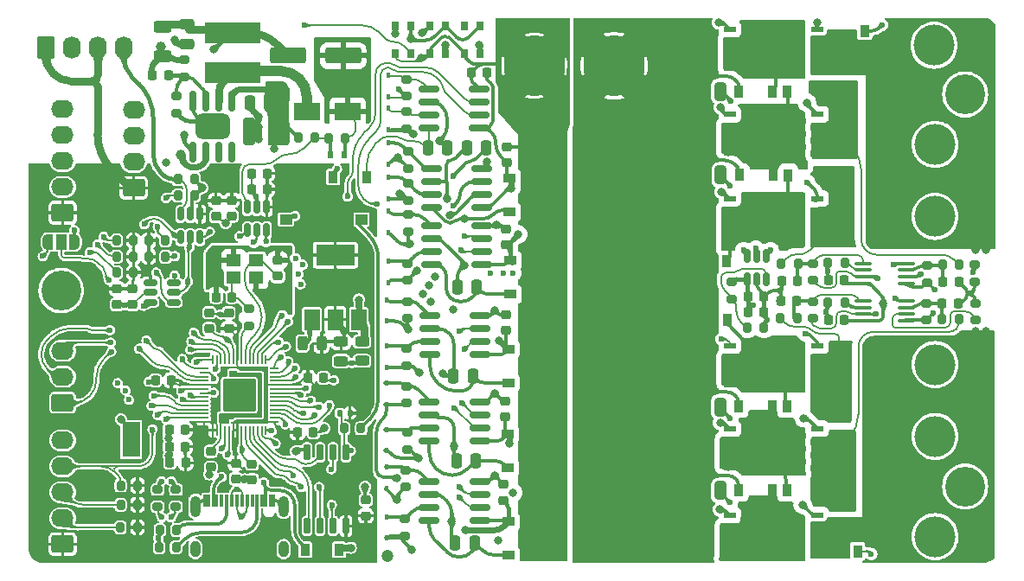
<source format=gtl>
G04 #@! TF.GenerationSoftware,KiCad,Pcbnew,6.0.0-rc2*
G04 #@! TF.CreationDate,2022-07-03T09:35:42-07:00*
G04 #@! TF.ProjectId,RP2040_motor-rounded,52503230-3430-45f6-9d6f-746f722d726f,REV1*
G04 #@! TF.SameCoordinates,Original*
G04 #@! TF.FileFunction,Copper,L1,Top*
G04 #@! TF.FilePolarity,Positive*
%FSLAX46Y46*%
G04 Gerber Fmt 4.6, Leading zero omitted, Abs format (unit mm)*
G04 Created by KiCad (PCBNEW 6.0.0-rc2) date 2022-07-03 09:35:42*
%MOMM*%
%LPD*%
G01*
G04 APERTURE LIST*
G04 Aperture macros list*
%AMRoundRect*
0 Rectangle with rounded corners*
0 $1 Rounding radius*
0 $2 $3 $4 $5 $6 $7 $8 $9 X,Y pos of 4 corners*
0 Add a 4 corners polygon primitive as box body*
4,1,4,$2,$3,$4,$5,$6,$7,$8,$9,$2,$3,0*
0 Add four circle primitives for the rounded corners*
1,1,$1+$1,$2,$3*
1,1,$1+$1,$4,$5*
1,1,$1+$1,$6,$7*
1,1,$1+$1,$8,$9*
0 Add four rect primitives between the rounded corners*
20,1,$1+$1,$2,$3,$4,$5,0*
20,1,$1+$1,$4,$5,$6,$7,0*
20,1,$1+$1,$6,$7,$8,$9,0*
20,1,$1+$1,$8,$9,$2,$3,0*%
%AMFreePoly0*
4,1,22,0.550000,-0.750000,0.000000,-0.750000,0.000000,-0.745033,-0.079941,-0.743568,-0.215256,-0.701293,-0.333266,-0.622738,-0.424486,-0.514219,-0.481581,-0.384460,-0.499164,-0.250000,-0.500000,-0.250000,-0.500000,0.250000,-0.499164,0.250000,-0.499963,0.256109,-0.478152,0.396186,-0.417904,0.524511,-0.324060,0.630769,-0.204165,0.706417,-0.067858,0.745374,0.000000,0.744959,0.000000,0.750000,
0.550000,0.750000,0.550000,-0.750000,0.550000,-0.750000,$1*%
%AMFreePoly1*
4,1,20,0.000000,0.744959,0.073905,0.744508,0.209726,0.703889,0.328688,0.626782,0.421226,0.519385,0.479903,0.390333,0.500000,0.250000,0.500000,-0.250000,0.499851,-0.262216,0.476331,-0.402017,0.414519,-0.529596,0.319384,-0.634700,0.198574,-0.708877,0.061801,-0.746166,0.000000,-0.745033,0.000000,-0.750000,-0.550000,-0.750000,-0.550000,0.750000,0.000000,0.750000,0.000000,0.744959,
0.000000,0.744959,$1*%
G04 Aperture macros list end*
G04 #@! TA.AperFunction,SMDPad,CuDef*
%ADD10RoundRect,0.243750X0.243750X0.456250X-0.243750X0.456250X-0.243750X-0.456250X0.243750X-0.456250X0*%
G04 #@! TD*
G04 #@! TA.AperFunction,SMDPad,CuDef*
%ADD11RoundRect,0.225000X0.225000X0.250000X-0.225000X0.250000X-0.225000X-0.250000X0.225000X-0.250000X0*%
G04 #@! TD*
G04 #@! TA.AperFunction,SMDPad,CuDef*
%ADD12RoundRect,0.225000X-0.250000X0.225000X-0.250000X-0.225000X0.250000X-0.225000X0.250000X0.225000X0*%
G04 #@! TD*
G04 #@! TA.AperFunction,SMDPad,CuDef*
%ADD13RoundRect,0.225000X-0.225000X-0.250000X0.225000X-0.250000X0.225000X0.250000X-0.225000X0.250000X0*%
G04 #@! TD*
G04 #@! TA.AperFunction,SMDPad,CuDef*
%ADD14RoundRect,0.225000X0.250000X-0.225000X0.250000X0.225000X-0.250000X0.225000X-0.250000X-0.225000X0*%
G04 #@! TD*
G04 #@! TA.AperFunction,SMDPad,CuDef*
%ADD15RoundRect,0.147500X0.147500X0.172500X-0.147500X0.172500X-0.147500X-0.172500X0.147500X-0.172500X0*%
G04 #@! TD*
G04 #@! TA.AperFunction,SMDPad,CuDef*
%ADD16R,1.500000X2.000000*%
G04 #@! TD*
G04 #@! TA.AperFunction,SMDPad,CuDef*
%ADD17R,3.800000X2.000000*%
G04 #@! TD*
G04 #@! TA.AperFunction,SMDPad,CuDef*
%ADD18RoundRect,0.150000X-0.150000X0.650000X-0.150000X-0.650000X0.150000X-0.650000X0.150000X0.650000X0*%
G04 #@! TD*
G04 #@! TA.AperFunction,SMDPad,CuDef*
%ADD19RoundRect,0.200000X-0.200000X-0.275000X0.200000X-0.275000X0.200000X0.275000X-0.200000X0.275000X0*%
G04 #@! TD*
G04 #@! TA.AperFunction,SMDPad,CuDef*
%ADD20RoundRect,0.200000X0.275000X-0.200000X0.275000X0.200000X-0.275000X0.200000X-0.275000X-0.200000X0*%
G04 #@! TD*
G04 #@! TA.AperFunction,SMDPad,CuDef*
%ADD21RoundRect,0.243750X-0.456250X0.243750X-0.456250X-0.243750X0.456250X-0.243750X0.456250X0.243750X0*%
G04 #@! TD*
G04 #@! TA.AperFunction,SMDPad,CuDef*
%ADD22RoundRect,0.050000X0.387500X0.050000X-0.387500X0.050000X-0.387500X-0.050000X0.387500X-0.050000X0*%
G04 #@! TD*
G04 #@! TA.AperFunction,SMDPad,CuDef*
%ADD23RoundRect,0.050000X0.050000X0.387500X-0.050000X0.387500X-0.050000X-0.387500X0.050000X-0.387500X0*%
G04 #@! TD*
G04 #@! TA.AperFunction,ComponentPad*
%ADD24C,0.600000*%
G04 #@! TD*
G04 #@! TA.AperFunction,SMDPad,CuDef*
%ADD25RoundRect,0.144000X1.456000X1.456000X-1.456000X1.456000X-1.456000X-1.456000X1.456000X-1.456000X0*%
G04 #@! TD*
G04 #@! TA.AperFunction,SMDPad,CuDef*
%ADD26RoundRect,0.250000X-0.250000X-0.475000X0.250000X-0.475000X0.250000X0.475000X-0.250000X0.475000X0*%
G04 #@! TD*
G04 #@! TA.AperFunction,ComponentPad*
%ADD27C,3.900000*%
G04 #@! TD*
G04 #@! TA.AperFunction,ComponentPad*
%ADD28RoundRect,0.250000X0.845000X-0.620000X0.845000X0.620000X-0.845000X0.620000X-0.845000X-0.620000X0*%
G04 #@! TD*
G04 #@! TA.AperFunction,ComponentPad*
%ADD29O,2.190000X1.740000*%
G04 #@! TD*
G04 #@! TA.AperFunction,SMDPad,CuDef*
%ADD30RoundRect,0.150000X-0.150000X0.825000X-0.150000X-0.825000X0.150000X-0.825000X0.150000X0.825000X0*%
G04 #@! TD*
G04 #@! TA.AperFunction,SMDPad,CuDef*
%ADD31RoundRect,0.625000X-1.075000X0.625000X-1.075000X-0.625000X1.075000X-0.625000X1.075000X0.625000X0*%
G04 #@! TD*
G04 #@! TA.AperFunction,SMDPad,CuDef*
%ADD32R,1.200000X0.900000*%
G04 #@! TD*
G04 #@! TA.AperFunction,SMDPad,CuDef*
%ADD33RoundRect,0.250000X1.500000X1.000000X-1.500000X1.000000X-1.500000X-1.000000X1.500000X-1.000000X0*%
G04 #@! TD*
G04 #@! TA.AperFunction,SMDPad,CuDef*
%ADD34RoundRect,0.200000X-0.275000X0.200000X-0.275000X-0.200000X0.275000X-0.200000X0.275000X0.200000X0*%
G04 #@! TD*
G04 #@! TA.AperFunction,SMDPad,CuDef*
%ADD35RoundRect,0.250000X-1.500000X-0.550000X1.500000X-0.550000X1.500000X0.550000X-1.500000X0.550000X0*%
G04 #@! TD*
G04 #@! TA.AperFunction,SMDPad,CuDef*
%ADD36R,0.600000X0.700000*%
G04 #@! TD*
G04 #@! TA.AperFunction,SMDPad,CuDef*
%ADD37R,1.200000X1.000000*%
G04 #@! TD*
G04 #@! TA.AperFunction,SMDPad,CuDef*
%ADD38RoundRect,0.250000X0.362500X1.425000X-0.362500X1.425000X-0.362500X-1.425000X0.362500X-1.425000X0*%
G04 #@! TD*
G04 #@! TA.AperFunction,SMDPad,CuDef*
%ADD39RoundRect,0.200000X0.200000X0.275000X-0.200000X0.275000X-0.200000X-0.275000X0.200000X-0.275000X0*%
G04 #@! TD*
G04 #@! TA.AperFunction,SMDPad,CuDef*
%ADD40RoundRect,0.250000X-0.325000X-0.650000X0.325000X-0.650000X0.325000X0.650000X-0.325000X0.650000X0*%
G04 #@! TD*
G04 #@! TA.AperFunction,SMDPad,CuDef*
%ADD41R,1.270000X0.610000*%
G04 #@! TD*
G04 #@! TA.AperFunction,SMDPad,CuDef*
%ADD42R,1.020000X0.610000*%
G04 #@! TD*
G04 #@! TA.AperFunction,SMDPad,CuDef*
%ADD43R,3.810000X3.910000*%
G04 #@! TD*
G04 #@! TA.AperFunction,SMDPad,CuDef*
%ADD44R,0.900000X1.200000*%
G04 #@! TD*
G04 #@! TA.AperFunction,SMDPad,CuDef*
%ADD45R,2.500000X1.800000*%
G04 #@! TD*
G04 #@! TA.AperFunction,ComponentPad*
%ADD46C,4.000000*%
G04 #@! TD*
G04 #@! TA.AperFunction,SMDPad,CuDef*
%ADD47RoundRect,0.150000X0.825000X0.150000X-0.825000X0.150000X-0.825000X-0.150000X0.825000X-0.150000X0*%
G04 #@! TD*
G04 #@! TA.AperFunction,SMDPad,CuDef*
%ADD48RoundRect,0.150000X-0.150000X0.512500X-0.150000X-0.512500X0.150000X-0.512500X0.150000X0.512500X0*%
G04 #@! TD*
G04 #@! TA.AperFunction,ComponentPad*
%ADD49C,6.000000*%
G04 #@! TD*
G04 #@! TA.AperFunction,SMDPad,CuDef*
%ADD50RoundRect,0.250000X-0.475000X0.250000X-0.475000X-0.250000X0.475000X-0.250000X0.475000X0.250000X0*%
G04 #@! TD*
G04 #@! TA.AperFunction,SMDPad,CuDef*
%ADD51RoundRect,0.250000X0.325000X1.100000X-0.325000X1.100000X-0.325000X-1.100000X0.325000X-1.100000X0*%
G04 #@! TD*
G04 #@! TA.AperFunction,SMDPad,CuDef*
%ADD52R,0.450000X0.600000*%
G04 #@! TD*
G04 #@! TA.AperFunction,SMDPad,CuDef*
%ADD53R,5.500000X2.150000*%
G04 #@! TD*
G04 #@! TA.AperFunction,ComponentPad*
%ADD54RoundRect,0.250000X-0.620000X-0.845000X0.620000X-0.845000X0.620000X0.845000X-0.620000X0.845000X0*%
G04 #@! TD*
G04 #@! TA.AperFunction,ComponentPad*
%ADD55O,1.740000X2.190000*%
G04 #@! TD*
G04 #@! TA.AperFunction,SMDPad,CuDef*
%ADD56R,0.750000X0.900000*%
G04 #@! TD*
G04 #@! TA.AperFunction,SMDPad,CuDef*
%ADD57RoundRect,0.250000X0.250000X0.475000X-0.250000X0.475000X-0.250000X-0.475000X0.250000X-0.475000X0*%
G04 #@! TD*
G04 #@! TA.AperFunction,SMDPad,CuDef*
%ADD58RoundRect,0.100000X0.712500X0.100000X-0.712500X0.100000X-0.712500X-0.100000X0.712500X-0.100000X0*%
G04 #@! TD*
G04 #@! TA.AperFunction,SMDPad,CuDef*
%ADD59RoundRect,0.150000X0.150000X-0.512500X0.150000X0.512500X-0.150000X0.512500X-0.150000X-0.512500X0*%
G04 #@! TD*
G04 #@! TA.AperFunction,SMDPad,CuDef*
%ADD60R,1.400000X1.200000*%
G04 #@! TD*
G04 #@! TA.AperFunction,SMDPad,CuDef*
%ADD61FreePoly0,0.000000*%
G04 #@! TD*
G04 #@! TA.AperFunction,SMDPad,CuDef*
%ADD62R,1.000000X1.500000*%
G04 #@! TD*
G04 #@! TA.AperFunction,SMDPad,CuDef*
%ADD63FreePoly1,0.000000*%
G04 #@! TD*
G04 #@! TA.AperFunction,SMDPad,CuDef*
%ADD64RoundRect,0.150000X-0.512500X-0.150000X0.512500X-0.150000X0.512500X0.150000X-0.512500X0.150000X0*%
G04 #@! TD*
G04 #@! TA.AperFunction,SMDPad,CuDef*
%ADD65R,1.780000X3.430000*%
G04 #@! TD*
G04 #@! TA.AperFunction,SMDPad,CuDef*
%ADD66RoundRect,0.250000X0.625000X-0.312500X0.625000X0.312500X-0.625000X0.312500X-0.625000X-0.312500X0*%
G04 #@! TD*
G04 #@! TA.AperFunction,SMDPad,CuDef*
%ADD67R,0.300000X1.150000*%
G04 #@! TD*
G04 #@! TA.AperFunction,ComponentPad*
%ADD68O,1.000000X2.100000*%
G04 #@! TD*
G04 #@! TA.AperFunction,ComponentPad*
%ADD69O,1.000000X1.600000*%
G04 #@! TD*
G04 #@! TA.AperFunction,ViaPad*
%ADD70C,1.200000*%
G04 #@! TD*
G04 #@! TA.AperFunction,ViaPad*
%ADD71C,0.800000*%
G04 #@! TD*
G04 #@! TA.AperFunction,ViaPad*
%ADD72C,0.600000*%
G04 #@! TD*
G04 #@! TA.AperFunction,ViaPad*
%ADD73C,1.000000*%
G04 #@! TD*
G04 #@! TA.AperFunction,Conductor*
%ADD74C,0.300000*%
G04 #@! TD*
G04 #@! TA.AperFunction,Conductor*
%ADD75C,0.200000*%
G04 #@! TD*
G04 #@! TA.AperFunction,Conductor*
%ADD76C,0.600000*%
G04 #@! TD*
G04 #@! TA.AperFunction,Conductor*
%ADD77C,0.400000*%
G04 #@! TD*
G04 #@! TA.AperFunction,Conductor*
%ADD78C,0.800000*%
G04 #@! TD*
G04 #@! TA.AperFunction,Conductor*
%ADD79C,1.016000*%
G04 #@! TD*
G04 #@! TA.AperFunction,Conductor*
%ADD80C,1.000000*%
G04 #@! TD*
G04 APERTURE END LIST*
D10*
X99452500Y-100200000D03*
X97577500Y-100200000D03*
D11*
X86140000Y-111890000D03*
X84590000Y-111890000D03*
D12*
X88590000Y-110760000D03*
X88590000Y-112310000D03*
D13*
X98100000Y-103550000D03*
X99650000Y-103550000D03*
D14*
X103770000Y-117070000D03*
X103770000Y-115520000D03*
D15*
X102220000Y-107010000D03*
X101250000Y-107010000D03*
D16*
X98490000Y-97850000D03*
D17*
X100790000Y-91550000D03*
D16*
X100790000Y-97850000D03*
X103090000Y-97850000D03*
D18*
X101830000Y-110860000D03*
X100560000Y-110860000D03*
X99290000Y-110860000D03*
X98020000Y-110860000D03*
X98020000Y-118060000D03*
X99290000Y-118060000D03*
X100560000Y-118060000D03*
X101830000Y-118060000D03*
D11*
X90680000Y-95650000D03*
X89130000Y-95650000D03*
D19*
X101660000Y-108510000D03*
X103310000Y-108510000D03*
D12*
X91040000Y-111910000D03*
X91040000Y-113460000D03*
D11*
X84730000Y-103800000D03*
X83180000Y-103800000D03*
D14*
X90359000Y-98740000D03*
X90359000Y-97190000D03*
D20*
X85190000Y-116160000D03*
X85190000Y-114510000D03*
D14*
X88440000Y-98740000D03*
X88440000Y-97190000D03*
D21*
X103400000Y-100010000D03*
X103400000Y-101885000D03*
D13*
X97100000Y-108900000D03*
X98650000Y-108900000D03*
D11*
X86080000Y-110300000D03*
X84530000Y-110300000D03*
D22*
X94827500Y-107850000D03*
X94827500Y-107450000D03*
X94827500Y-107050000D03*
X94827500Y-106650000D03*
X94827500Y-106250000D03*
X94827500Y-105850000D03*
X94827500Y-105450000D03*
X94827500Y-105050000D03*
X94827500Y-104650000D03*
X94827500Y-104250000D03*
X94827500Y-103850000D03*
X94827500Y-103450000D03*
X94827500Y-103050000D03*
X94827500Y-102650000D03*
D23*
X93990000Y-101812500D03*
X93590000Y-101812500D03*
X93190000Y-101812500D03*
X92790000Y-101812500D03*
X92390000Y-101812500D03*
X91990000Y-101812500D03*
X91590000Y-101812500D03*
X91190000Y-101812500D03*
X90790000Y-101812500D03*
X90390000Y-101812500D03*
X89990000Y-101812500D03*
X89590000Y-101812500D03*
X89190000Y-101812500D03*
X88790000Y-101812500D03*
D22*
X87952500Y-102650000D03*
X87952500Y-103050000D03*
X87952500Y-103450000D03*
X87952500Y-103850000D03*
X87952500Y-104250000D03*
X87952500Y-104650000D03*
X87952500Y-105050000D03*
X87952500Y-105450000D03*
X87952500Y-105850000D03*
X87952500Y-106250000D03*
X87952500Y-106650000D03*
X87952500Y-107050000D03*
X87952500Y-107450000D03*
X87952500Y-107850000D03*
D23*
X88790000Y-108687500D03*
X89190000Y-108687500D03*
X89590000Y-108687500D03*
X89990000Y-108687500D03*
X90390000Y-108687500D03*
X90790000Y-108687500D03*
X91190000Y-108687500D03*
X91590000Y-108687500D03*
X91990000Y-108687500D03*
X92390000Y-108687500D03*
X92790000Y-108687500D03*
X93190000Y-108687500D03*
X93590000Y-108687500D03*
X93990000Y-108687500D03*
D24*
X91390000Y-105250000D03*
X92665000Y-106525000D03*
X91390000Y-103975000D03*
X92665000Y-103975000D03*
X91390000Y-106525000D03*
D25*
X91390000Y-105250000D03*
D24*
X90115000Y-105250000D03*
X90115000Y-103975000D03*
X92665000Y-105250000D03*
X90115000Y-106525000D03*
D14*
X95150000Y-93600000D03*
X95150000Y-92050000D03*
D20*
X83390000Y-116160000D03*
X83390000Y-114510000D03*
D12*
X92640000Y-112010000D03*
X92640000Y-113560000D03*
D11*
X86080000Y-108650000D03*
X84530000Y-108650000D03*
D20*
X92340000Y-98460000D03*
X92340000Y-96810000D03*
D21*
X101350000Y-100037500D03*
X101350000Y-101912500D03*
D13*
X114065900Y-73680000D03*
X115615900Y-73680000D03*
D26*
X112340900Y-103380000D03*
X114240900Y-103380000D03*
D12*
X90640000Y-86165000D03*
X90640000Y-87715000D03*
D27*
X73950000Y-95000000D03*
D28*
X81050000Y-84960000D03*
D29*
X81050000Y-82420000D03*
X81050000Y-79880000D03*
X81050000Y-77340000D03*
D30*
X90655000Y-76475000D03*
X89385000Y-76475000D03*
X88115000Y-76475000D03*
X86845000Y-76475000D03*
X86845000Y-81425000D03*
X88115000Y-81425000D03*
X89385000Y-81425000D03*
X90655000Y-81425000D03*
D31*
X88750000Y-78950000D03*
D32*
X117750000Y-104050000D03*
X117750000Y-100750000D03*
D33*
X127960000Y-117250000D03*
X121460000Y-117250000D03*
D34*
X107700000Y-112600000D03*
X107700000Y-114250000D03*
D35*
X96165000Y-72020000D03*
X101565000Y-72020000D03*
D36*
X100300000Y-81700000D03*
X101700000Y-81700000D03*
D34*
X139550000Y-94175000D03*
X139550000Y-95825000D03*
D37*
X95950000Y-88050000D03*
X103350000Y-88050000D03*
D38*
X155822500Y-114740000D03*
X149897500Y-114740000D03*
D11*
X150625000Y-97900000D03*
X149075000Y-97900000D03*
X142725000Y-97100000D03*
X141175000Y-97100000D03*
D39*
X150665000Y-92310000D03*
X149015000Y-92310000D03*
D40*
X135525000Y-75500000D03*
X138475000Y-75500000D03*
D41*
X147970000Y-119535000D03*
X147970000Y-120805000D03*
X147970000Y-118265000D03*
X147970000Y-116995000D03*
D42*
X142505000Y-118265000D03*
X142505000Y-119535000D03*
D43*
X144610000Y-118900000D03*
D42*
X142505000Y-120805000D03*
X142505000Y-116995000D03*
D34*
X163420000Y-92495000D03*
X163420000Y-94145000D03*
D12*
X80950000Y-94825000D03*
X80950000Y-96375000D03*
D38*
X156022500Y-84860000D03*
X150097500Y-84860000D03*
D39*
X81025000Y-90100000D03*
X79375000Y-90100000D03*
D20*
X163469100Y-97890000D03*
X163469100Y-96240000D03*
D12*
X117570000Y-80925900D03*
X117570000Y-82475900D03*
D44*
X152610000Y-69570000D03*
X155910000Y-69570000D03*
D39*
X81025000Y-91690000D03*
X79375000Y-91690000D03*
D19*
X83605000Y-118460000D03*
X85255000Y-118460000D03*
D41*
X147970000Y-71964500D03*
X147970000Y-73234500D03*
X147970000Y-70694500D03*
X147970000Y-69424500D03*
D42*
X142505000Y-70694500D03*
X142505000Y-73234500D03*
X142505000Y-69424500D03*
X142505000Y-71964500D03*
D43*
X144610000Y-71329500D03*
D34*
X107869000Y-96090000D03*
X107869000Y-97740000D03*
X107779000Y-77510000D03*
X107779000Y-79160000D03*
D44*
X140281000Y-106375000D03*
X143581000Y-106375000D03*
D39*
X85195000Y-120170000D03*
X83545000Y-120170000D03*
D45*
X97995000Y-77500000D03*
X101995000Y-77500000D03*
D26*
X112730900Y-94700000D03*
X114630900Y-94700000D03*
D46*
X159400000Y-71000000D03*
D47*
X114934100Y-109755000D03*
X114934100Y-108485000D03*
X114934100Y-107215000D03*
X114934100Y-105945000D03*
X109984100Y-105945000D03*
X109984100Y-107215000D03*
X109984100Y-108485000D03*
X109984100Y-109755000D03*
D48*
X87534000Y-87514200D03*
X86584000Y-87514200D03*
X85634000Y-87514200D03*
X85634000Y-89789200D03*
X86584000Y-89789200D03*
X87534000Y-89789200D03*
D49*
X120283060Y-73000000D03*
D33*
X127960000Y-81220000D03*
X121460000Y-81220000D03*
D50*
X86210000Y-68945000D03*
X86210000Y-70845000D03*
D34*
X107779000Y-100690000D03*
X107779000Y-102340000D03*
D51*
X95325000Y-79400000D03*
X92375000Y-79400000D03*
D19*
X82525000Y-91700000D03*
X84175000Y-91700000D03*
D13*
X160206600Y-96245000D03*
X161756600Y-96245000D03*
D52*
X106010000Y-87245000D03*
X106010000Y-89345000D03*
D20*
X158681900Y-97910000D03*
X158681900Y-96260000D03*
D32*
X117750000Y-120950000D03*
X117750000Y-117650000D03*
D13*
X160285000Y-94170000D03*
X161835000Y-94170000D03*
D11*
X150625000Y-93950000D03*
X149075000Y-93950000D03*
D41*
X147970000Y-81575000D03*
X147970000Y-79035000D03*
X147970000Y-80305000D03*
X147970000Y-77765000D03*
D43*
X144610000Y-79670000D03*
D42*
X142505000Y-80305000D03*
X142505000Y-81575000D03*
X142505000Y-77765000D03*
X142505000Y-79035000D03*
D46*
X159500000Y-102250000D03*
D53*
X90705000Y-73645000D03*
X90705000Y-69795000D03*
D54*
X72490000Y-71200000D03*
D55*
X75030000Y-71200000D03*
X77570000Y-71200000D03*
X80110000Y-71200000D03*
D38*
X155822500Y-101880000D03*
X149897500Y-101880000D03*
D20*
X85230000Y-77620000D03*
X85230000Y-75970000D03*
D38*
X155822500Y-76140000D03*
X149897500Y-76140000D03*
D52*
X106010000Y-73920000D03*
X106010000Y-76020000D03*
D20*
X147540000Y-94025000D03*
X147540000Y-92375000D03*
D44*
X103870000Y-83900000D03*
X100570000Y-83900000D03*
D41*
X139380000Y-79035000D03*
X139380000Y-80305000D03*
X139380000Y-81575000D03*
X139380000Y-77765000D03*
D42*
X133915000Y-80305000D03*
X133915000Y-79035000D03*
D43*
X136020000Y-79670000D03*
D42*
X133915000Y-81575000D03*
X133915000Y-77765000D03*
D41*
X139380000Y-87265000D03*
X139380000Y-89805000D03*
X139380000Y-88535000D03*
X139380000Y-85995000D03*
D43*
X136020000Y-87900000D03*
D42*
X133915000Y-88535000D03*
X133915000Y-89805000D03*
X133915000Y-85995000D03*
X133915000Y-87265000D03*
D47*
X114884100Y-79125000D03*
X114884100Y-77855000D03*
X114884100Y-76585000D03*
X114884100Y-75315000D03*
X109934100Y-75315000D03*
X109934100Y-76585000D03*
X109934100Y-77855000D03*
X109934100Y-79125000D03*
D34*
X107769000Y-74310000D03*
X107769000Y-75960000D03*
D14*
X89100000Y-87735000D03*
X89100000Y-86185000D03*
D56*
X113450000Y-71800000D03*
X114950000Y-71800000D03*
X114950000Y-69100000D03*
X113450000Y-69100000D03*
D34*
X107919000Y-81415000D03*
X107919000Y-83065000D03*
D41*
X147970000Y-87265000D03*
X147970000Y-88535000D03*
X147970000Y-89805000D03*
X147970000Y-85995000D03*
D42*
X142505000Y-87265000D03*
X142505000Y-89805000D03*
X142505000Y-88535000D03*
X142505000Y-85995000D03*
D43*
X144610000Y-87900000D03*
D57*
X111759100Y-81000000D03*
X109859100Y-81000000D03*
D13*
X92575000Y-85100000D03*
X94125000Y-85100000D03*
D47*
X115144100Y-92495000D03*
X115144100Y-91225000D03*
X115144100Y-89955000D03*
X115144100Y-88685000D03*
X110194100Y-88685000D03*
X110194100Y-89955000D03*
X110194100Y-91225000D03*
X110194100Y-92495000D03*
D38*
X155822500Y-105920000D03*
X149897500Y-105920000D03*
D47*
X114944100Y-117525000D03*
X114944100Y-116255000D03*
X114944100Y-114985000D03*
X114944100Y-113715000D03*
X109994100Y-113715000D03*
X109994100Y-114985000D03*
X109994100Y-116255000D03*
X109994100Y-117525000D03*
D19*
X100137000Y-80074900D03*
X101787000Y-80074900D03*
D28*
X74100000Y-87400000D03*
D29*
X74100000Y-84860000D03*
X74100000Y-82320000D03*
X74100000Y-79780000D03*
X74100000Y-77240000D03*
D40*
X135575000Y-83700000D03*
X138525000Y-83700000D03*
D47*
X115134100Y-86875000D03*
X115134100Y-85605000D03*
X115134100Y-84335000D03*
X115134100Y-83065000D03*
X110184100Y-83065000D03*
X110184100Y-84335000D03*
X110184100Y-85605000D03*
X110184100Y-86875000D03*
D34*
X107821000Y-108905000D03*
X107821000Y-110555000D03*
D52*
X106010000Y-83920000D03*
X106010000Y-86020000D03*
D19*
X97133900Y-80060000D03*
X98783900Y-80060000D03*
D38*
X155822500Y-110620000D03*
X149897500Y-110620000D03*
D41*
X147970000Y-111085000D03*
X147970000Y-109815000D03*
X147970000Y-112355000D03*
X147970000Y-108545000D03*
D42*
X142505000Y-109815000D03*
X142505000Y-108545000D03*
X142505000Y-112355000D03*
D43*
X144610000Y-110450000D03*
D42*
X142505000Y-111085000D03*
D33*
X127960000Y-108200000D03*
X121460000Y-108200000D03*
D44*
X145021000Y-114585000D03*
X148321000Y-114585000D03*
D28*
X74100000Y-106000000D03*
D29*
X74100000Y-103460000D03*
X74100000Y-100920000D03*
D44*
X145010000Y-106375000D03*
X148310000Y-106375000D03*
D40*
X135525000Y-114600000D03*
X138475000Y-114600000D03*
D34*
X107719000Y-104395000D03*
X107719000Y-106045000D03*
D26*
X112640900Y-111680000D03*
X114540900Y-111680000D03*
D34*
X107900000Y-87570000D03*
X107900000Y-89220000D03*
D44*
X101150000Y-120400000D03*
X97850000Y-120400000D03*
D41*
X139380000Y-73225000D03*
X139380000Y-70685000D03*
X139380000Y-71955000D03*
X139380000Y-69415000D03*
D42*
X133915000Y-71955000D03*
D43*
X136020000Y-71320000D03*
D42*
X133915000Y-73225000D03*
X133915000Y-70685000D03*
X133915000Y-69415000D03*
D52*
X106010000Y-92120000D03*
X106010000Y-94220000D03*
D58*
X156712500Y-97975000D03*
X156712500Y-97325000D03*
X156712500Y-96675000D03*
X156712500Y-96025000D03*
X152487500Y-96025000D03*
X152487500Y-96675000D03*
X152487500Y-97325000D03*
X152487500Y-97975000D03*
D52*
X106010000Y-80570000D03*
X106010000Y-82670000D03*
X105810000Y-95900000D03*
X105810000Y-98000000D03*
D44*
X140381000Y-83695000D03*
X143681000Y-83695000D03*
D19*
X144356900Y-97738000D03*
X146006900Y-97738000D03*
D11*
X146015000Y-94060000D03*
X144465000Y-94060000D03*
D19*
X85385000Y-85700000D03*
X87035000Y-85700000D03*
D47*
X114984100Y-101305000D03*
X114984100Y-100035000D03*
X114984100Y-98765000D03*
X114984100Y-97495000D03*
X110034100Y-97495000D03*
X110034100Y-98765000D03*
X110034100Y-100035000D03*
X110034100Y-101305000D03*
D59*
X141076000Y-93875800D03*
X142026000Y-93875800D03*
X142976000Y-93875800D03*
X142976000Y-91600800D03*
X142026000Y-91600800D03*
X141076000Y-91600800D03*
D41*
X139380000Y-111085000D03*
X139380000Y-112355000D03*
X139380000Y-109815000D03*
X139380000Y-108545000D03*
D42*
X133915000Y-111085000D03*
X133915000Y-108545000D03*
D43*
X136020000Y-110450000D03*
D42*
X133915000Y-109815000D03*
X133915000Y-112355000D03*
D60*
X90850000Y-93750000D03*
X93050000Y-93750000D03*
X93050000Y-92050000D03*
X90850000Y-92050000D03*
D61*
X72660000Y-90250000D03*
D62*
X73960000Y-90250000D03*
D63*
X75260000Y-90250000D03*
D39*
X150675000Y-96230900D03*
X149025000Y-96230900D03*
D34*
X107600000Y-117400000D03*
X107600000Y-119050000D03*
D33*
X127960000Y-99200000D03*
X121460000Y-99200000D03*
D64*
X82684200Y-94266000D03*
X82684200Y-95216000D03*
X82684200Y-96166000D03*
X84959200Y-96166000D03*
X84959200Y-95216000D03*
X84959200Y-94266000D03*
D52*
X106010000Y-77170000D03*
X106010000Y-79270000D03*
D65*
X80800000Y-109600000D03*
D39*
X81415000Y-118200000D03*
X79765000Y-118200000D03*
D58*
X156712500Y-94315000D03*
X156712500Y-93665000D03*
X156712500Y-93015000D03*
X156712500Y-92365000D03*
X152487500Y-92365000D03*
X152487500Y-93015000D03*
X152487500Y-93665000D03*
X152487500Y-94315000D03*
D27*
X162450000Y-75800000D03*
D28*
X74100000Y-119850000D03*
D29*
X74100000Y-117310000D03*
X74100000Y-114770000D03*
X74100000Y-112230000D03*
X74100000Y-109690000D03*
D56*
X110050000Y-71800000D03*
X111550000Y-71800000D03*
X111550000Y-69100000D03*
X110050000Y-69100000D03*
D34*
X107800000Y-92370000D03*
X107800000Y-94020000D03*
D11*
X145943400Y-96025000D03*
X144393400Y-96025000D03*
D32*
X117850000Y-87320000D03*
X117850000Y-84020000D03*
D41*
X139380000Y-118265000D03*
X139380000Y-120805000D03*
X139380000Y-119535000D03*
X139380000Y-116995000D03*
D42*
X133915000Y-116995000D03*
X133915000Y-119535000D03*
X133915000Y-120805000D03*
X133915000Y-118265000D03*
D43*
X136020000Y-118900000D03*
D44*
X135810000Y-92155000D03*
X139110000Y-92155000D03*
X140281000Y-114585000D03*
X143581000Y-114585000D03*
D12*
X117270000Y-114005900D03*
X117270000Y-115555900D03*
D46*
X159500000Y-87750000D03*
D20*
X158740000Y-94205000D03*
X158740000Y-92555000D03*
D12*
X117470000Y-88975900D03*
X117470000Y-90525900D03*
D39*
X161843100Y-97842000D03*
X160193100Y-97842000D03*
D44*
X140310000Y-75495000D03*
X143610000Y-75495000D03*
X145021000Y-75495000D03*
X148321000Y-75495000D03*
X135860000Y-97850000D03*
X139160000Y-97850000D03*
D11*
X94125000Y-83540000D03*
X92575000Y-83540000D03*
D52*
X105810000Y-112275000D03*
X105810000Y-114375000D03*
D44*
X151921000Y-120535000D03*
X155221000Y-120535000D03*
D41*
X147970000Y-104214500D03*
X147970000Y-101674500D03*
X147970000Y-102944500D03*
X147970000Y-100404500D03*
D42*
X142505000Y-104214500D03*
X142505000Y-101674500D03*
D43*
X144610000Y-102309500D03*
D42*
X142505000Y-100404500D03*
X142505000Y-102944500D03*
D41*
X139380000Y-102935000D03*
X139380000Y-104205000D03*
X139380000Y-101665000D03*
X139380000Y-100395000D03*
D42*
X133915000Y-104205000D03*
D43*
X136020000Y-102300000D03*
D42*
X133915000Y-100395000D03*
X133915000Y-102935000D03*
X133915000Y-101665000D03*
D14*
X79410000Y-96375000D03*
X79410000Y-94825000D03*
D39*
X81025000Y-93250000D03*
X79375000Y-93250000D03*
D20*
X147540000Y-97740000D03*
X147540000Y-96090000D03*
D56*
X106650000Y-71800000D03*
X108150000Y-71800000D03*
X108150000Y-69100000D03*
X106650000Y-69100000D03*
D38*
X155822500Y-80240000D03*
X149897500Y-80240000D03*
D48*
X94074000Y-86834200D03*
X93124000Y-86834200D03*
X92174000Y-86834200D03*
X92174000Y-89109200D03*
X93124000Y-89109200D03*
X94074000Y-89109200D03*
D19*
X85365000Y-84100000D03*
X87015000Y-84100000D03*
D38*
X156022500Y-88800000D03*
X150097500Y-88800000D03*
D46*
X159500000Y-119100000D03*
D52*
X105810000Y-104050000D03*
X105810000Y-106150000D03*
X105810000Y-100450000D03*
X105810000Y-102550000D03*
D46*
X159500000Y-80700000D03*
D34*
X107921000Y-84525000D03*
X107921000Y-86175000D03*
D27*
X162450000Y-114200000D03*
D26*
X112530900Y-119730000D03*
X114430900Y-119730000D03*
D32*
X117650000Y-112400000D03*
X117650000Y-109100000D03*
D39*
X81425000Y-114100000D03*
X79775000Y-114100000D03*
D12*
X117370000Y-105805900D03*
X117370000Y-107355900D03*
D46*
X159500000Y-109300000D03*
D39*
X81425000Y-115990000D03*
X79775000Y-115990000D03*
D33*
X127960000Y-90170000D03*
X121460000Y-90170000D03*
D52*
X105810000Y-117150000D03*
X105810000Y-119250000D03*
D13*
X141185000Y-95560000D03*
X142735000Y-95560000D03*
D39*
X161865000Y-92500000D03*
X160215000Y-92500000D03*
D66*
X83880000Y-72067500D03*
X83880000Y-69142500D03*
D52*
X105810000Y-108600000D03*
X105810000Y-110700000D03*
D40*
X135525000Y-106400000D03*
X138475000Y-106400000D03*
D26*
X113640900Y-81050000D03*
X115540900Y-81050000D03*
D32*
X117950000Y-95370000D03*
X117950000Y-92070000D03*
D57*
X94355000Y-76620000D03*
X92455000Y-76620000D03*
D44*
X145121000Y-83705000D03*
X148421000Y-83705000D03*
D20*
X86030000Y-74060000D03*
X86030000Y-72410000D03*
D12*
X117520000Y-97345900D03*
X117520000Y-98895900D03*
D39*
X84175000Y-90100000D03*
X82525000Y-90100000D03*
D13*
X82885000Y-73890000D03*
X84435000Y-73890000D03*
D67*
X88050000Y-115580000D03*
X88850000Y-115580000D03*
X90150000Y-115580000D03*
X91150000Y-115580000D03*
X91650000Y-115580000D03*
X92650000Y-115580000D03*
X93950000Y-115580000D03*
X94750000Y-115580000D03*
X94450000Y-115580000D03*
X93650000Y-115580000D03*
X93150000Y-115580000D03*
X92150000Y-115580000D03*
X90650000Y-115580000D03*
X89650000Y-115580000D03*
X89150000Y-115580000D03*
X88350000Y-115580000D03*
D68*
X95720000Y-116145000D03*
X87080000Y-116145000D03*
D69*
X87080000Y-120325000D03*
X95720000Y-120325000D03*
D19*
X144425000Y-92400000D03*
X146075000Y-92400000D03*
D49*
X128100000Y-73000000D03*
D19*
X141115000Y-98640000D03*
X142765000Y-98640000D03*
D70*
X105900000Y-121000000D03*
D71*
X94800000Y-81100000D03*
D72*
X95300000Y-91000000D03*
X95700000Y-95000000D03*
X88700000Y-93000000D03*
D71*
X163500000Y-88000000D03*
D72*
X89600000Y-97350000D03*
D71*
X119650000Y-83720000D03*
X163500000Y-70000000D03*
X154500000Y-76000000D03*
X161500000Y-105750000D03*
X156500000Y-84200000D03*
X119650000Y-87420000D03*
X103700000Y-114250000D03*
X164500000Y-82000000D03*
X162500000Y-84200000D03*
X164500000Y-80000000D03*
X119700000Y-93300000D03*
X164500000Y-79000000D03*
X122550000Y-101450000D03*
X163500000Y-85000000D03*
X119650000Y-104150000D03*
X155500000Y-84200000D03*
X122650000Y-87420000D03*
D72*
X155610000Y-95750000D03*
D71*
X119650000Y-119050000D03*
D72*
X143100000Y-97850000D03*
X98300000Y-99100000D03*
D71*
X163500000Y-105000000D03*
X163500000Y-100000000D03*
X116400000Y-105050000D03*
X121600000Y-106850000D03*
X163500000Y-103000000D03*
X87700000Y-78450000D03*
D72*
X96850000Y-87700000D03*
D71*
X115600000Y-82400000D03*
D72*
X139450000Y-84750000D03*
D71*
X120650000Y-87420000D03*
X164500000Y-104000000D03*
X164500000Y-101000000D03*
X164500000Y-84000000D03*
X120650000Y-83720000D03*
X164500000Y-88000000D03*
X155500000Y-105750000D03*
D72*
X95750000Y-96200000D03*
D71*
X102750000Y-74000000D03*
X122600000Y-106850000D03*
X120600000Y-115700000D03*
X119650000Y-112600000D03*
X160500000Y-105750000D03*
X156500000Y-76000000D03*
X164500000Y-118000000D03*
X122650000Y-103150000D03*
X164500000Y-73000000D03*
X100800000Y-75000000D03*
X121650000Y-103150000D03*
X122650000Y-112600000D03*
X164500000Y-91000000D03*
X121650000Y-105850000D03*
X122650000Y-111600000D03*
X159500000Y-114000000D03*
X158500000Y-76000000D03*
X163500000Y-119000000D03*
X155500000Y-76000000D03*
X163500000Y-89000000D03*
X120650000Y-84720000D03*
D72*
X139450000Y-107500000D03*
D71*
X158500000Y-114000000D03*
X163500000Y-104000000D03*
X120500000Y-97100000D03*
X164500000Y-109000000D03*
X85100000Y-70450000D03*
X122650000Y-104150000D03*
X121550000Y-101450000D03*
X122650000Y-105850000D03*
X153500000Y-84200000D03*
X122600000Y-88420000D03*
X163500000Y-118000000D03*
X164500000Y-81000000D03*
X164500000Y-111000000D03*
X158500000Y-105750000D03*
X120650000Y-112600000D03*
X164500000Y-108000000D03*
X121650000Y-119050000D03*
X120650000Y-111600000D03*
X164500000Y-107000000D03*
X163500000Y-120000000D03*
X121650000Y-112600000D03*
X119650000Y-84720000D03*
X89900000Y-79450000D03*
X154500000Y-84200000D03*
X122500000Y-97100000D03*
X164500000Y-90000000D03*
X89900000Y-78450000D03*
X102750000Y-75000000D03*
X87700000Y-79450000D03*
X96950000Y-110750000D03*
X91950000Y-113500000D03*
X121600000Y-88420000D03*
X120600000Y-106850000D03*
X163500000Y-91000000D03*
X116400000Y-113100000D03*
X164500000Y-103000000D03*
X119600000Y-88420000D03*
X119650000Y-105850000D03*
X119600000Y-106850000D03*
X163500000Y-82000000D03*
X160500000Y-84200000D03*
D72*
X139400000Y-115750000D03*
D71*
X120650000Y-103150000D03*
X122650000Y-84720000D03*
X164500000Y-85000000D03*
X119550000Y-101450000D03*
X154500000Y-114000000D03*
X164500000Y-89000000D03*
X88450000Y-113000000D03*
X163500000Y-102000000D03*
X121600000Y-115700000D03*
X120650000Y-119050000D03*
X121650000Y-111600000D03*
X163500000Y-90000000D03*
D72*
X148810000Y-97100000D03*
D71*
X163500000Y-106000000D03*
X119650000Y-103150000D03*
X84450000Y-111200000D03*
D72*
X94300000Y-97450000D03*
D71*
X99700000Y-108500000D03*
X155500000Y-114000000D03*
D72*
X163000000Y-95300000D03*
D71*
X121650000Y-104150000D03*
X164500000Y-100000000D03*
X100800000Y-74000000D03*
X163500000Y-81000000D03*
X116600000Y-88600000D03*
X119650000Y-111600000D03*
X163500000Y-99000000D03*
X121500000Y-97100000D03*
D72*
X100650000Y-103800000D03*
D71*
X157500000Y-84200000D03*
D72*
X144360000Y-95000000D03*
D71*
X156500000Y-105750000D03*
X157500000Y-105750000D03*
X93300000Y-80150000D03*
X163500000Y-111000000D03*
X164500000Y-83000000D03*
X162500000Y-105750000D03*
D72*
X82499500Y-103944989D03*
X93000000Y-85800000D03*
D71*
X159500000Y-105750000D03*
X163500000Y-83000000D03*
X153500000Y-76000000D03*
X159500000Y-84200000D03*
X116410000Y-96950000D03*
X93250000Y-77950000D03*
X164500000Y-87000000D03*
X101800000Y-74000000D03*
X122650000Y-114700000D03*
X121700000Y-93300000D03*
X163500000Y-79000000D03*
D72*
X155460000Y-92500000D03*
D71*
X156500000Y-114000000D03*
X120650000Y-104150000D03*
X90050000Y-88400000D03*
X122700000Y-93300000D03*
X93300000Y-79000000D03*
X163500000Y-121000000D03*
X161500000Y-84200000D03*
X120550000Y-101450000D03*
D72*
X139500000Y-76450000D03*
D71*
X157500000Y-114000000D03*
X163500000Y-101000000D03*
X122650000Y-119050000D03*
X158497915Y-84197861D03*
X79800000Y-107600000D03*
X120600000Y-88420000D03*
X121650000Y-83720000D03*
X119650000Y-114700000D03*
X164500000Y-106000000D03*
X163500000Y-87000000D03*
X122500000Y-100500000D03*
X163500000Y-110000000D03*
X121500000Y-100500000D03*
X119500000Y-100500000D03*
X84450000Y-109450000D03*
X157500000Y-76000000D03*
X121650000Y-87420000D03*
X163500000Y-108000000D03*
X164500000Y-86000000D03*
X164500000Y-102000000D03*
X164500000Y-72000000D03*
X119600000Y-115700000D03*
X120700000Y-93300000D03*
X87800000Y-84950000D03*
D72*
X148960000Y-93100000D03*
D71*
X120650000Y-105850000D03*
X163500000Y-86000000D03*
X122600000Y-115700000D03*
X101800000Y-75000000D03*
X164500000Y-105000000D03*
X120500000Y-100500000D03*
X121650000Y-84720000D03*
X119500000Y-97100000D03*
X164500000Y-99000000D03*
X153500000Y-114000000D03*
X159500000Y-76000000D03*
X163500000Y-73000000D03*
X164500000Y-119000000D03*
X163500000Y-84000000D03*
X109200000Y-72250000D03*
X121650000Y-114700000D03*
X164500000Y-120000000D03*
D72*
X83450000Y-119250000D03*
D71*
X164500000Y-121000000D03*
X163500000Y-109000000D03*
X164500000Y-71000000D03*
X153500000Y-105750000D03*
D72*
X80150000Y-96450000D03*
D71*
X164500000Y-70000000D03*
X122650000Y-83720000D03*
X120650000Y-114700000D03*
X163500000Y-107000000D03*
X163500000Y-71000000D03*
X163500000Y-80000000D03*
D72*
X102400000Y-102100000D03*
D71*
X163500000Y-72000000D03*
X154500000Y-105750000D03*
X164500000Y-110000000D03*
D72*
X89660000Y-113250000D03*
X93800000Y-113800000D03*
D71*
X112310000Y-96900000D03*
X108200000Y-70350000D03*
X154450000Y-96300000D03*
X95700000Y-83000000D03*
X101700000Y-99000000D03*
D72*
X141700000Y-96450000D03*
X91650000Y-110600000D03*
X90790030Y-103150000D03*
X90250000Y-99825000D03*
X90650000Y-107350000D03*
X143400000Y-91050000D03*
X82100000Y-88500000D03*
X79500000Y-104069270D03*
X91400000Y-89700000D03*
X118200000Y-93300000D03*
X85050000Y-89600000D03*
X83250000Y-93250000D03*
X85700000Y-104849500D03*
X117200000Y-93300000D03*
X92800000Y-90300000D03*
X86350000Y-94150000D03*
X141950000Y-90900000D03*
X86500000Y-90750000D03*
X86600000Y-105250500D03*
X80600000Y-105700000D03*
X82300000Y-99900000D03*
X81600000Y-100700000D03*
X82900000Y-108600000D03*
X88889500Y-105000000D03*
X136050000Y-69820000D03*
X134940900Y-120380000D03*
X135300000Y-100500000D03*
X135800000Y-111950000D03*
X136800000Y-72070000D03*
X136050000Y-102000000D03*
X136050000Y-71320000D03*
X137190900Y-120380000D03*
X135050000Y-108950000D03*
D71*
X95700000Y-77550000D03*
D72*
X137550000Y-72070000D03*
X137190900Y-119630000D03*
X136562300Y-111200000D03*
X135800000Y-108950000D03*
D71*
X95000000Y-75850000D03*
D72*
X135690900Y-117380000D03*
X136800000Y-103500000D03*
X135300000Y-101250000D03*
X137300000Y-79670000D03*
X134940900Y-87350000D03*
X136050000Y-102750000D03*
X135690900Y-119630000D03*
X137550000Y-72820000D03*
X135300000Y-70570000D03*
X137300000Y-81170000D03*
X135800000Y-78920000D03*
X136562300Y-80420000D03*
X136550000Y-78920000D03*
X137300000Y-80420000D03*
D71*
X95800000Y-76500000D03*
D72*
X135050000Y-78170000D03*
X136550000Y-81170000D03*
X137550000Y-102750000D03*
X136550000Y-78170000D03*
X136562300Y-110450000D03*
X136440900Y-87350000D03*
X135050000Y-110450000D03*
X137190900Y-88850000D03*
X137550000Y-70570000D03*
X135300000Y-72070000D03*
X135690900Y-88100000D03*
X135050000Y-79670000D03*
X135300000Y-71320000D03*
X136440900Y-120380000D03*
D71*
X95500000Y-74950000D03*
D72*
X137190900Y-87350000D03*
X135050000Y-80420000D03*
X136550000Y-111950000D03*
X136050000Y-100500000D03*
X135050000Y-78920000D03*
X135800000Y-80420000D03*
X136800000Y-102750000D03*
X136782300Y-70570000D03*
X136562300Y-79670000D03*
X136440900Y-89600000D03*
X134940900Y-88850000D03*
X134940900Y-117380000D03*
X136440900Y-88100000D03*
X136050000Y-103500000D03*
X135050000Y-111950000D03*
X135800000Y-109700000D03*
X137190900Y-117380000D03*
X135300000Y-103500000D03*
X134940900Y-119630000D03*
X137550000Y-103500000D03*
X136440900Y-86600000D03*
X136550000Y-108950000D03*
X136800000Y-72820000D03*
X136782300Y-71320000D03*
X135300000Y-72820000D03*
X136050000Y-70570000D03*
X137550000Y-100500000D03*
X136550000Y-109700000D03*
X135800000Y-81170000D03*
X137190900Y-88100000D03*
X135690900Y-86600000D03*
X135300000Y-102000000D03*
X135690900Y-89600000D03*
X135690900Y-120380000D03*
X135300000Y-69820000D03*
X137300000Y-109700000D03*
X137550000Y-102000000D03*
X135050000Y-111200000D03*
X134940900Y-89600000D03*
X137190900Y-89600000D03*
X137190900Y-86600000D03*
X137300000Y-111950000D03*
X136440900Y-117380000D03*
X136440900Y-118130000D03*
X134940900Y-118130000D03*
X136440900Y-118880000D03*
X136440900Y-119630000D03*
X135050000Y-109700000D03*
X137300000Y-110450000D03*
X136800000Y-100500000D03*
X135800000Y-110450000D03*
X135300000Y-102750000D03*
X136782300Y-102000000D03*
X137550000Y-101250000D03*
X136800000Y-69820000D03*
X137300000Y-78170000D03*
X134940900Y-118880000D03*
X134940900Y-88100000D03*
X137190900Y-118130000D03*
X137550000Y-69820000D03*
X135690900Y-87350000D03*
X136050000Y-101250000D03*
X135800000Y-78170000D03*
X137550000Y-71320000D03*
X135690900Y-88850000D03*
X136782300Y-101250000D03*
X137300000Y-78920000D03*
X137300000Y-111200000D03*
D71*
X94550000Y-75000000D03*
D72*
X134940900Y-86600000D03*
X136440900Y-88850000D03*
X135800000Y-79670000D03*
X135050000Y-81170000D03*
X137300000Y-108950000D03*
X136050000Y-72820000D03*
X135690900Y-118130000D03*
X135690900Y-118880000D03*
X136050000Y-72070000D03*
X137190900Y-118880000D03*
X135800000Y-111200000D03*
X140780900Y-102711400D03*
X146130900Y-103480000D03*
X141530900Y-102711400D03*
X143880900Y-103480000D03*
X146130900Y-101980000D03*
X144630900Y-101230000D03*
X144630900Y-100480000D03*
X140780900Y-100461400D03*
X146130900Y-101230000D03*
X143880900Y-102730000D03*
X145380900Y-100480000D03*
X141530900Y-101961400D03*
X141530900Y-103461400D03*
D71*
X111300000Y-103150000D03*
D72*
X143880900Y-101980000D03*
X144630900Y-103480000D03*
X145380900Y-102730000D03*
X144630900Y-102730000D03*
X144630900Y-101980000D03*
X145380900Y-101980000D03*
X141530900Y-101211400D03*
X143880900Y-101230000D03*
X146130900Y-100480000D03*
X140780900Y-103461400D03*
X145380900Y-103480000D03*
X141530900Y-100461400D03*
X143880900Y-100480000D03*
X146130900Y-102730000D03*
X140780900Y-101211400D03*
X140780900Y-101961400D03*
X145380900Y-101230000D03*
X146380900Y-110430000D03*
X145630900Y-111930000D03*
X144130900Y-109680000D03*
X145630900Y-110430000D03*
X146380900Y-109680000D03*
X141530900Y-109711400D03*
X140780900Y-108961400D03*
X141530900Y-110461400D03*
X140780900Y-109711400D03*
X144880900Y-110430000D03*
X144880900Y-109680000D03*
X145630900Y-109680000D03*
X141530900Y-111211400D03*
X140780900Y-111961400D03*
X141530900Y-111961400D03*
X144130900Y-111930000D03*
X145630900Y-111180000D03*
X145630900Y-108930000D03*
X146380900Y-108930000D03*
X140780900Y-110461400D03*
X144880900Y-111180000D03*
D71*
X118210000Y-114800000D03*
X112400000Y-110250000D03*
D72*
X141530900Y-108961400D03*
X144130900Y-108930000D03*
X144880900Y-108930000D03*
X140780900Y-111211400D03*
X146380900Y-111180000D03*
X144880900Y-111930000D03*
X144130900Y-110430000D03*
X144130900Y-111180000D03*
X146380900Y-111930000D03*
X146130900Y-118130000D03*
X141480900Y-119661400D03*
X146130900Y-120380000D03*
X141480900Y-118911400D03*
X144630900Y-118880000D03*
X153260000Y-120800000D03*
X143880900Y-119630000D03*
X146130900Y-118880000D03*
X145380900Y-120380000D03*
X143880900Y-117380000D03*
X144630900Y-120380000D03*
D71*
X112200000Y-117600000D03*
D72*
X145380900Y-119630000D03*
X144630900Y-118130000D03*
X140730900Y-119661400D03*
X143880900Y-120380000D03*
X144630900Y-119630000D03*
X141480900Y-117411400D03*
X146130900Y-119630000D03*
X141480900Y-118161400D03*
X140730900Y-118911400D03*
X145380900Y-118130000D03*
X141480900Y-120411400D03*
X140730900Y-118161400D03*
X144630900Y-117380000D03*
X143880900Y-118880000D03*
X143880900Y-118130000D03*
X146130900Y-117380000D03*
X145380900Y-117380000D03*
X140730900Y-120411400D03*
X145380900Y-118880000D03*
X140730900Y-117411400D03*
D71*
X109000000Y-103050000D03*
D72*
X138550000Y-99750000D03*
X146800000Y-99200000D03*
D71*
X107900000Y-98800000D03*
X108900000Y-111400000D03*
X138450000Y-107950000D03*
X146650000Y-107500000D03*
X106810000Y-113400000D03*
X108400000Y-79700000D03*
X138350000Y-68750000D03*
D72*
X107000000Y-75300000D03*
D71*
X147950000Y-68749500D03*
X138500000Y-77050000D03*
X107100000Y-85500000D03*
X146950000Y-76600000D03*
X106900000Y-82000000D03*
X138400000Y-116450000D03*
X116750000Y-119500000D03*
X108300000Y-120400000D03*
X106800000Y-115500000D03*
X146550000Y-116000000D03*
X138600000Y-85350000D03*
X108733180Y-93041682D03*
X108100000Y-90470000D03*
D72*
X146960000Y-84400000D03*
X112300000Y-83800000D03*
D71*
X113400000Y-88000000D03*
D72*
X159500000Y-94950000D03*
X83000000Y-105300000D03*
D71*
X110516647Y-93676913D03*
D72*
X96900000Y-91850500D03*
X82800000Y-106300000D03*
D71*
X109932064Y-94487633D03*
D72*
X97600000Y-92500000D03*
X153900000Y-93800000D03*
X145380900Y-72050000D03*
X143880900Y-71300000D03*
X146130900Y-71300000D03*
X141530900Y-72831400D03*
X140780900Y-72081400D03*
X145380900Y-71300000D03*
X145380900Y-69800000D03*
X145380900Y-72800000D03*
X143880900Y-70550000D03*
X140780900Y-70581400D03*
D71*
X110950000Y-80350000D03*
D72*
X144630900Y-69800000D03*
X146130900Y-72800000D03*
X144630900Y-72800000D03*
X141530900Y-72081400D03*
X141530900Y-71331400D03*
X141530900Y-70581400D03*
X146130900Y-70550000D03*
X144630900Y-71300000D03*
X154300000Y-69000000D03*
X140780900Y-72831400D03*
X144630900Y-70550000D03*
X145380900Y-70550000D03*
X143880900Y-72050000D03*
X140780900Y-71331400D03*
X143880900Y-69800000D03*
X140780900Y-69831400D03*
X143880900Y-72800000D03*
X144630900Y-72050000D03*
X141530900Y-69831400D03*
X146130900Y-72050000D03*
X146130900Y-69800000D03*
X145630900Y-80400000D03*
X140780900Y-80431400D03*
X140780900Y-78181400D03*
X144130900Y-79650000D03*
X144880900Y-80400000D03*
X144880900Y-81150000D03*
X146380900Y-80400000D03*
X141530900Y-78931400D03*
X144130900Y-80400000D03*
X140780900Y-78931400D03*
X144130900Y-78150000D03*
X145630900Y-81150000D03*
X144880900Y-79650000D03*
X144130900Y-81150000D03*
X140780900Y-81181400D03*
X141530900Y-81181400D03*
X145630900Y-78900000D03*
X141530900Y-78181400D03*
X145630900Y-78150000D03*
X144880900Y-78150000D03*
X140780900Y-79681400D03*
X145630900Y-79650000D03*
X144880900Y-78900000D03*
X144130900Y-78900000D03*
D71*
X111700000Y-86050000D03*
D72*
X141530900Y-80431400D03*
X146380900Y-81150000D03*
X146380900Y-79650000D03*
X141530900Y-79681400D03*
X146380900Y-78150000D03*
X146380900Y-78900000D03*
X146130900Y-88850000D03*
X143880900Y-88850000D03*
X146130900Y-86600000D03*
X144630900Y-89600000D03*
X144630900Y-88100000D03*
X145380900Y-88100000D03*
X145380900Y-87350000D03*
X140780900Y-88881400D03*
X144630900Y-88850000D03*
X143880900Y-87350000D03*
X140780900Y-88131400D03*
X146130900Y-87350000D03*
X143880900Y-88100000D03*
X145380900Y-89600000D03*
X143880900Y-89600000D03*
X145380900Y-86600000D03*
X141530900Y-87381400D03*
X140780900Y-89631400D03*
X141530900Y-88881400D03*
X146130900Y-88100000D03*
X145380900Y-88850000D03*
X144630900Y-86600000D03*
X141530900Y-89631400D03*
X146130900Y-89600000D03*
X141530900Y-88131400D03*
X140780900Y-86631400D03*
X140780900Y-87381400D03*
X143880900Y-86600000D03*
X141530900Y-86631400D03*
X144630900Y-87350000D03*
D71*
X113400000Y-92549500D03*
X103100000Y-95900000D03*
X113500000Y-118500000D03*
X102300000Y-120200000D03*
D73*
X85700000Y-81750000D03*
D71*
X117800000Y-110000000D03*
D73*
X83700000Y-71100000D03*
D71*
X116810000Y-99900000D03*
X118000000Y-85000000D03*
D72*
X100950000Y-83100000D03*
D71*
X118700000Y-89500000D03*
D72*
X83400000Y-107200000D03*
D71*
X109376567Y-95350500D03*
D72*
X159350000Y-97200000D03*
X97200000Y-93400000D03*
X84760000Y-113700000D03*
X90260000Y-111100000D03*
X85100000Y-91650000D03*
X95900000Y-108100000D03*
X100200000Y-106250000D03*
X83400000Y-88750000D03*
X97400000Y-94400000D03*
X153700000Y-97300000D03*
D71*
X110149527Y-96150500D03*
D72*
X84200000Y-107600000D03*
X89047034Y-102710213D03*
X76750000Y-91250000D03*
X87200000Y-102000000D03*
X77500000Y-90500000D03*
X85800000Y-101700000D03*
X78100000Y-89750000D03*
D71*
X106650000Y-69900000D03*
X111550000Y-71000000D03*
D72*
X91160000Y-114450000D03*
X83810000Y-117200000D03*
X84710000Y-117200000D03*
X91610000Y-117150000D03*
X86600000Y-100800000D03*
X78850000Y-101000000D03*
X78750000Y-98900000D03*
X86950000Y-99150000D03*
X78800000Y-100100000D03*
X86700000Y-100000000D03*
X94550000Y-108750000D03*
X102300000Y-110700000D03*
X100400000Y-112500000D03*
X94950000Y-110000000D03*
X99200000Y-114250000D03*
X96700000Y-113150000D03*
X100450000Y-116000000D03*
X97450000Y-114250000D03*
X112950000Y-115250000D03*
X99200000Y-106400000D03*
X98400000Y-105800000D03*
X112950000Y-114250000D03*
X113049177Y-91049500D03*
X96200000Y-101950000D03*
X113400000Y-89700000D03*
X95450000Y-101500000D03*
X97400000Y-105250000D03*
X112450000Y-106500000D03*
X113200000Y-106000000D03*
X97950000Y-104600000D03*
X95950000Y-100500000D03*
D71*
X112000000Y-87600000D03*
D72*
X112300000Y-86750000D03*
X95250000Y-100050000D03*
X96900000Y-103500000D03*
X113450000Y-100750000D03*
X96850000Y-102600000D03*
X112950000Y-99000000D03*
X102000000Y-85800000D03*
X95600000Y-97450000D03*
X96150000Y-98050000D03*
X104900000Y-86500000D03*
D71*
X109300000Y-69750000D03*
X114900000Y-70950000D03*
D72*
X89650000Y-110500000D03*
X83760000Y-113700000D03*
X80250000Y-104800000D03*
X85850000Y-105650000D03*
X94000000Y-90200000D03*
X140750000Y-91050000D03*
X116000000Y-93300000D03*
X98750000Y-107200000D03*
X97700000Y-107050000D03*
X88500000Y-89250000D03*
X85050000Y-93550000D03*
X75250000Y-89100000D03*
X97750000Y-69000000D03*
X72150000Y-91650000D03*
D71*
X84200000Y-82500000D03*
D72*
X84200000Y-85950000D03*
X82000000Y-96500000D03*
X78650000Y-94000000D03*
X88907572Y-103662141D03*
X158100000Y-93400000D03*
X163200000Y-93200000D03*
D71*
X88900000Y-71400000D03*
X86000000Y-79750000D03*
D74*
X116450000Y-72850000D02*
X116700000Y-72600000D01*
X115218198Y-72850000D02*
X116450000Y-72850000D01*
X119780000Y-73570000D02*
X120283060Y-73066940D01*
X120283060Y-73066940D02*
X120283060Y-73000000D01*
X115664214Y-74364214D02*
X115990196Y-74690196D01*
X115990196Y-74690196D02*
G75*
G02*
X116250000Y-75317418I-627224J-627223D01*
G01*
X115957107Y-78842892D02*
G75*
G03*
X116250000Y-78135785I-707106J707106D01*
G01*
X115615900Y-73680000D02*
X115615900Y-74315900D01*
X115615900Y-74315900D02*
X115664214Y-74364214D01*
X115674999Y-79125000D02*
X114884100Y-79125000D01*
X116250000Y-75317418D02*
X116250000Y-78135785D01*
X115957107Y-78842892D02*
X115674999Y-79125000D01*
D75*
X109572750Y-73151178D02*
G75*
G02*
X110986963Y-73736965I0J-1999999D01*
G01*
X105750000Y-72750000D02*
X106131801Y-72750000D01*
X104750000Y-77480404D02*
X104750000Y-73750000D01*
X102500000Y-83346446D02*
X102500000Y-82200000D01*
X102000000Y-85800000D02*
X102000000Y-84553553D01*
X103560660Y-79639339D02*
X104064411Y-79135580D01*
X107100311Y-73151177D02*
G75*
G02*
X106675000Y-72975000I-1J601459D01*
G01*
X114359550Y-76584999D02*
G75*
G02*
X113464088Y-76214086I2J1266380D01*
G01*
X106675000Y-72975000D02*
G75*
G03*
X106131801Y-72750000I-543196J-543194D01*
G01*
X105750000Y-72750000D02*
G75*
G03*
X104750000Y-73750000I-1J-999999D01*
G01*
X104749999Y-77480404D02*
G75*
G02*
X104064411Y-79135580I-2340795J2D01*
G01*
X102500000Y-83346446D02*
G75*
G02*
X102250000Y-83950000I-853556J1D01*
G01*
X103560660Y-79639339D02*
G75*
G03*
X102500000Y-82200000I2560655J-2560658D01*
G01*
X102250000Y-83950000D02*
G75*
G03*
X102000000Y-84553553I603540J-603548D01*
G01*
X107100311Y-73151177D02*
X109572750Y-73151177D01*
X110986964Y-73736964D02*
X113464087Y-76214087D01*
X114359550Y-76585000D02*
X114884100Y-76585000D01*
D74*
X115631020Y-73782132D02*
G75*
G02*
X115615901Y-73722950I135506J66140D01*
G01*
X115615900Y-73680000D02*
X115615900Y-73722950D01*
X113857107Y-72557107D02*
G75*
G03*
X114564214Y-72850000I707106J707106D01*
G01*
D75*
X103524381Y-69050001D02*
G75*
G02*
X104938594Y-69635788I0J-1999999D01*
G01*
X97975000Y-69025000D02*
G75*
G03*
X97914644Y-69000000I-60355J-60356D01*
G01*
X98035355Y-69049999D02*
G75*
G02*
X97975001Y-69024999I3J85361D01*
G01*
X106525000Y-70649999D02*
G75*
G02*
X105621959Y-70319150I3369J1407030D01*
G01*
X97750000Y-69000000D02*
X97914644Y-69000000D01*
X107506586Y-71056586D02*
G75*
G03*
X106525000Y-70650000I-981586J-981586D01*
G01*
X108150000Y-71750000D02*
X108150000Y-71850000D01*
X108149999Y-71750000D02*
G75*
G03*
X108114643Y-71664645I-120710J0D01*
G01*
X98035355Y-69050000D02*
X103524381Y-69050000D01*
X104938595Y-69635787D02*
X105621959Y-70319151D01*
X107506586Y-71056586D02*
X108114644Y-71664644D01*
D74*
X113573743Y-72273743D02*
X113675000Y-72375000D01*
X111891421Y-70241421D02*
X113326256Y-71676256D01*
X109741421Y-72108578D02*
X109908578Y-71941421D01*
X111550000Y-70100000D02*
G75*
G03*
X111208578Y-70241421I-2J-482840D01*
G01*
X113748531Y-72443884D02*
G75*
G03*
X113674999Y-72375001I-188575261J-201228753D01*
G01*
X109200000Y-72250000D02*
X109400000Y-72250000D01*
X111891421Y-70241421D02*
G75*
G03*
X111550000Y-70100000I-341422J-341424D01*
G01*
X113573743Y-72273743D02*
G75*
G02*
X113450000Y-71975000I298738J298740D01*
G01*
X113450000Y-71975000D02*
G75*
G03*
X113326256Y-71676256I-422499J-5D01*
G01*
X110191421Y-71258578D02*
X111208578Y-70241421D01*
X110191421Y-71258578D02*
G75*
G03*
X110050000Y-71600000I341419J-341420D01*
G01*
X110049999Y-71600000D02*
G75*
G02*
X109908578Y-71941421I-482850J4D01*
G01*
X109741421Y-72108578D02*
G75*
G02*
X109400000Y-72250000I-341425J341429D01*
G01*
X113748532Y-72443883D02*
X113750000Y-72445351D01*
X113750000Y-72445351D02*
X113750000Y-72450000D01*
X113750000Y-72450000D02*
X113857107Y-72557107D01*
X114564214Y-72850000D02*
X115218198Y-72850000D01*
X107800000Y-94020000D02*
X106210000Y-94020000D01*
X106210000Y-94020000D02*
X106010000Y-94220000D01*
X108503376Y-91666623D02*
G75*
G02*
X109569550Y-91225000I1066172J-1066171D01*
G01*
X107675001Y-92244999D02*
G75*
G03*
X107924998Y-92244998I124998J124999D01*
G01*
X107429283Y-92120964D02*
G75*
G02*
X107675000Y-92245000I-72040J-448112D01*
G01*
X110194100Y-91225000D02*
X109569550Y-91225000D01*
X108503376Y-91666623D02*
X107924999Y-92244999D01*
X107429283Y-92120963D02*
X106010963Y-92120963D01*
X106010963Y-92120963D02*
X106010000Y-92120000D01*
X155460000Y-92500000D02*
X155527500Y-92432500D01*
X86517000Y-87447200D02*
X86450000Y-87380200D01*
X139400000Y-115750000D02*
X138892937Y-115242937D01*
X142026000Y-94250900D02*
X142026000Y-93875800D01*
D75*
X82396600Y-95216000D02*
X82684200Y-95216000D01*
D74*
X86667000Y-87431200D02*
X86651000Y-87447200D01*
X88520000Y-112380000D02*
X88590000Y-112310000D01*
D75*
X79410000Y-96375000D02*
X80075000Y-96375000D01*
X93062000Y-85862000D02*
X93000000Y-85800000D01*
D74*
X115600000Y-82400000D02*
X115600000Y-82783327D01*
X116904279Y-97345900D02*
X117520000Y-97345900D01*
X83545000Y-119412175D02*
X83545000Y-120170000D01*
D75*
X156000000Y-69723639D02*
X156000000Y-71400000D01*
X82932488Y-103944989D02*
X82499500Y-103944989D01*
D74*
X95404255Y-115829255D02*
X95720000Y-116145000D01*
X87501810Y-115723189D02*
X87080000Y-116145000D01*
X121312950Y-81072950D02*
X121460000Y-81220000D01*
D76*
X92455000Y-76887500D02*
X92455000Y-76620000D01*
D74*
X114000000Y-74047950D02*
X114000000Y-73792498D01*
X97274350Y-110560000D02*
X97977573Y-110560000D01*
X115318327Y-83065000D02*
X115284550Y-83065000D01*
X144393400Y-95512867D02*
X144393400Y-95057017D01*
D77*
X142725000Y-97287500D02*
X142725000Y-95577071D01*
D75*
X92575000Y-84799479D02*
X92575000Y-83540000D01*
D74*
X98300000Y-98074350D02*
X98300000Y-99100000D01*
D75*
X102397500Y-77902500D02*
X101995000Y-77500000D01*
X79800000Y-107600000D02*
X80446446Y-108246446D01*
X107247487Y-72550000D02*
X108687867Y-72550000D01*
D74*
X117270000Y-113987950D02*
X117270000Y-114005900D01*
X163420000Y-94583015D02*
X163420000Y-94145000D01*
X84450000Y-111200000D02*
X84450000Y-110436568D01*
X86976663Y-85758336D02*
X87093336Y-85641663D01*
X148967500Y-93107500D02*
X148960000Y-93100000D01*
X138675000Y-106562500D02*
X138675000Y-106400000D01*
D75*
X83107505Y-103872494D02*
X83180000Y-103800000D01*
D74*
X144465000Y-94820753D02*
X144465000Y-94060000D01*
X83605000Y-118985398D02*
X83605000Y-118460000D01*
X87792500Y-84950000D02*
X87800000Y-84950000D01*
X144360000Y-95000000D02*
X144376700Y-95016700D01*
X87037980Y-84187980D02*
X87800000Y-84950000D01*
X101870082Y-102100000D02*
X102400000Y-102100000D01*
D76*
X93212500Y-80150000D02*
X93300000Y-80150000D01*
D74*
X84490000Y-108690000D02*
X84530000Y-108650000D01*
D77*
X142725000Y-97287500D02*
X142725000Y-97100000D01*
D76*
X85100000Y-70699015D02*
X85113961Y-70712976D01*
X85488951Y-70845000D02*
X86210000Y-70845000D01*
D74*
X115284550Y-83065000D02*
X115535000Y-83065000D01*
D75*
X90420000Y-88130000D02*
X90790000Y-87760000D01*
D74*
X87015000Y-84132500D02*
X87015000Y-84100000D01*
X101787000Y-81551481D02*
X101787000Y-80074900D01*
D75*
X155955000Y-69615000D02*
X155910000Y-69570000D01*
D74*
X144243400Y-95875000D02*
X144093400Y-96025000D01*
D77*
X143100000Y-97850000D02*
X142925866Y-98024133D01*
X86646898Y-78450000D02*
X87700000Y-78450000D01*
D74*
X138775000Y-83887500D02*
X138775000Y-83700000D01*
D75*
X89670000Y-97420000D02*
X89600000Y-97350000D01*
X102800000Y-79111091D02*
X102800000Y-78874220D01*
D74*
X101643750Y-102006250D02*
X101550000Y-101912500D01*
X114884100Y-75274550D02*
X114884100Y-75315000D01*
X97990000Y-110530000D02*
X97960000Y-110500000D01*
X142877123Y-95522876D02*
X143120000Y-95280000D01*
X116400000Y-113100000D02*
X117257307Y-113957307D01*
X143795979Y-95000000D02*
X144360000Y-95000000D01*
X162035000Y-94277500D02*
X162035000Y-94170000D01*
X83450000Y-119250000D02*
X83497500Y-119297500D01*
X83450000Y-119250000D02*
X83527500Y-119172500D01*
X116400000Y-105050000D02*
X115706843Y-105743156D01*
D75*
X89838994Y-97490000D02*
X90359000Y-97490000D01*
D74*
X148975000Y-97381672D02*
X148975000Y-97900000D01*
X103492500Y-101992500D02*
X103600000Y-101885000D01*
X155747500Y-95887500D02*
X155610000Y-95750000D01*
X138725000Y-75587500D02*
X138725000Y-75500000D01*
D75*
X89570000Y-97320000D02*
X89600000Y-97350000D01*
X83249500Y-103944989D02*
X83249511Y-103945000D01*
D77*
X85645000Y-78035000D02*
X85230000Y-77620000D01*
D75*
X80950000Y-96375000D02*
X80225000Y-96375000D01*
X93000000Y-85662500D02*
X93000000Y-85800000D01*
D76*
X93250000Y-78237500D02*
X93250000Y-77950000D01*
D74*
X87700000Y-78450000D02*
X87240979Y-77990979D01*
D75*
X93124000Y-86011681D02*
X93124000Y-86716000D01*
D74*
X87779696Y-84955303D02*
X87093336Y-85641663D01*
X115364550Y-113715000D02*
X114944100Y-113715000D01*
D75*
X86384000Y-87514200D02*
X86384000Y-87484000D01*
D74*
X114064450Y-73681449D02*
X114032950Y-73712950D01*
X96950000Y-110750000D02*
X97045000Y-110655000D01*
X116400000Y-105050000D02*
X117080204Y-105730204D01*
X148915000Y-93023180D02*
X148915000Y-92310000D01*
X148975000Y-93125606D02*
X148975000Y-93950000D01*
X120957939Y-80925900D02*
X117570000Y-80925900D01*
X88450000Y-113000000D02*
X88450000Y-112548994D01*
X84450000Y-109450000D02*
X84450000Y-108786568D01*
X163210000Y-95090000D02*
X163000000Y-95300000D01*
D75*
X99775000Y-103675000D02*
X99650000Y-103550000D01*
X81905636Y-95419363D02*
X80950000Y-96375000D01*
X109050000Y-72400000D02*
X109200000Y-72250000D01*
X101905950Y-80050000D02*
X101561900Y-80050000D01*
X96125000Y-87875000D02*
X95950000Y-88050000D01*
X94300000Y-97450000D02*
X94300000Y-98067750D01*
D74*
X86750000Y-87230820D02*
X86750000Y-86186525D01*
X98300000Y-98174350D02*
X98300000Y-99100000D01*
X116454895Y-88685000D02*
X115144100Y-88685000D01*
X116557500Y-88642500D02*
X116600000Y-88600000D01*
X98138750Y-100038750D02*
X97977500Y-100200000D01*
X138789904Y-106839904D02*
X139450000Y-107500000D01*
D75*
X100650000Y-103800000D02*
X100076776Y-103800000D01*
X89680000Y-88130000D02*
X89285000Y-87735000D01*
D74*
X155635500Y-118814500D02*
X156050000Y-118400000D01*
D75*
X99017157Y-108900000D02*
X98650000Y-108900000D01*
D76*
X93300000Y-80150000D02*
X93300000Y-79224264D01*
X93063128Y-80088128D02*
X92489904Y-79514904D01*
D74*
X162503299Y-95746699D02*
X162074843Y-96175156D01*
X116252300Y-97198200D02*
X116177750Y-97272750D01*
X117262950Y-105805900D02*
X117370000Y-105805900D01*
X142655450Y-95255450D02*
X142291235Y-94891235D01*
X148890000Y-97020000D02*
X148810000Y-97100000D01*
X138786871Y-75736871D02*
X139500000Y-76450000D01*
X116400000Y-113100000D02*
X116082303Y-113417696D01*
X86845000Y-77035000D02*
X86845000Y-76475000D01*
D76*
X92644151Y-77344151D02*
X93250000Y-77950000D01*
D74*
X92720000Y-113480000D02*
X92740000Y-113460000D01*
X101743500Y-81656500D02*
X101700000Y-81700000D01*
X86892499Y-85842499D02*
X86976663Y-85758336D01*
D77*
X142765000Y-98412500D02*
X142765000Y-98640000D01*
D74*
X148937500Y-93077500D02*
X148960000Y-93100000D01*
X155221000Y-119815191D02*
X155221000Y-120535000D01*
D76*
X92814904Y-79285095D02*
X93000000Y-79100000D01*
D74*
X144360000Y-95000000D02*
X144412500Y-94947500D01*
X87035000Y-85782500D02*
X87035000Y-85865000D01*
D75*
X99700000Y-108500000D02*
X99500000Y-108700000D01*
D74*
X138907582Y-84207582D02*
X139450000Y-84750000D01*
D75*
X80800000Y-109100000D02*
X80800000Y-109600000D01*
D74*
X92671715Y-113500000D02*
X91950000Y-113500000D01*
X98395000Y-97945000D02*
X98490000Y-97850000D01*
X117268790Y-88774690D02*
X117470000Y-88975900D01*
X162056600Y-96219200D02*
X162056600Y-96245000D01*
X84490000Y-110340000D02*
X84530000Y-110300000D01*
X98300000Y-99649458D02*
X98300000Y-99100000D01*
X91060000Y-113480000D02*
X91040000Y-113460000D01*
D76*
X93046706Y-78728293D02*
X92489904Y-79285095D01*
D74*
X155690459Y-92365000D02*
X156585000Y-92365000D01*
X162111013Y-94461013D02*
X162503300Y-94853300D01*
X103700000Y-114250000D02*
X103700000Y-115400502D01*
D75*
X92390000Y-101204000D02*
X92390000Y-101812500D01*
D74*
X116600000Y-88600000D02*
X116847050Y-88600000D01*
X114071449Y-73678550D02*
X114675000Y-73075000D01*
X163000000Y-95300000D02*
X163302611Y-95602611D01*
X156079454Y-96025000D02*
X156585000Y-96025000D01*
X142787500Y-95560000D02*
X142742071Y-95560000D01*
X115641191Y-97495000D02*
X114984100Y-97495000D01*
X87847500Y-115580000D02*
X88050000Y-115580000D01*
X163469100Y-96004550D02*
X163469100Y-96240000D01*
D75*
X89497573Y-97290000D02*
X88740000Y-97290000D01*
D74*
X103232972Y-102100000D02*
X102400000Y-102100000D01*
X115219550Y-105945000D02*
X114934100Y-105945000D01*
X91108284Y-113500000D02*
X91950000Y-113500000D01*
X148970000Y-96826862D02*
X148970000Y-96030900D01*
X142735000Y-95447500D02*
X142735000Y-95552928D01*
D75*
X96850000Y-87700000D02*
X96547487Y-87700000D01*
D74*
X98395000Y-97845000D02*
X98490000Y-97750000D01*
D75*
X92820274Y-100165225D02*
X93863184Y-99122315D01*
D74*
X114855497Y-75205497D02*
X114213581Y-74563581D01*
D75*
X102493280Y-79806719D02*
X102525000Y-79775000D01*
D74*
X148892500Y-97182500D02*
X148810000Y-97100000D01*
D75*
X92902772Y-85427772D02*
X92787500Y-85312500D01*
X106650000Y-72000000D02*
X106650000Y-71800000D01*
D76*
X85100000Y-70450000D02*
X85100000Y-70699015D01*
D77*
X142857582Y-97607582D02*
X143100000Y-97850000D01*
D74*
X94802500Y-115580000D02*
X94450000Y-115580000D01*
X103735000Y-115485000D02*
X103770000Y-115520000D01*
X138725000Y-114837500D02*
X138725000Y-114600000D01*
D75*
X106825000Y-72375000D02*
X106791421Y-72341421D01*
D74*
X120957939Y-80925900D02*
G75*
G02*
X121312950Y-81072950I-1J-502064D01*
G01*
X116847050Y-88600000D02*
G75*
G02*
X117268790Y-88774690I2J-596426D01*
G01*
X115364550Y-113714999D02*
G75*
G03*
X116082302Y-113417695I-1J1015056D01*
G01*
D75*
X81905636Y-95419363D02*
G75*
G02*
X82396600Y-95216000I490962J-490962D01*
G01*
D76*
X92537500Y-79399999D02*
G75*
G02*
X92489904Y-79285095I-1J67309D01*
G01*
D74*
X86651000Y-87447200D02*
G75*
G02*
X86517000Y-87447200I-67000J67001D01*
G01*
X103232972Y-102099999D02*
G75*
G03*
X103492499Y-101992499I-4J367037D01*
G01*
X115641191Y-97495000D02*
G75*
G03*
X116177750Y-97272750I-2J758813D01*
G01*
X117270000Y-113987950D02*
G75*
G03*
X117257307Y-113957307I-43337J-1D01*
G01*
X86976663Y-85758336D02*
G75*
G02*
X87035000Y-85782500I24164J-24164D01*
G01*
X114067950Y-73679999D02*
G75*
G03*
X114071448Y-73678549I-2J4951D01*
G01*
X144393400Y-95057017D02*
G75*
G03*
X144376700Y-95016700I-57023J-3D01*
G01*
D77*
X142725000Y-97287500D02*
G75*
G03*
X142857582Y-97607582I452655J-4D01*
G01*
D74*
X138789904Y-106839904D02*
G75*
G02*
X138675000Y-106562500I277399J277401D01*
G01*
X155221000Y-119815191D02*
G75*
G02*
X155635500Y-118814500I1415190J0D01*
G01*
X115318327Y-83065000D02*
G75*
G03*
X115517500Y-82982500I-6J281687D01*
G01*
D75*
X102799999Y-78874220D02*
G75*
G03*
X102397500Y-77902500I-1374226J-3D01*
G01*
D74*
X84450000Y-108786568D02*
G75*
G02*
X84490000Y-108690000I136556J4D01*
G01*
X88450001Y-112548994D02*
G75*
G02*
X88520001Y-112380001I238987J2D01*
G01*
X115284550Y-83065000D02*
G75*
G02*
X115284550Y-83065000I0J0D01*
G01*
X98300000Y-98074350D02*
G75*
G02*
X98395000Y-97845000I324339J4D01*
G01*
X86667000Y-87431200D02*
G75*
G03*
X86750000Y-87230820I-200384J200382D01*
G01*
X87037980Y-84187980D02*
G75*
G02*
X87015000Y-84132500I55481J55479D01*
G01*
X97045000Y-110655000D02*
G75*
G02*
X97274350Y-110560000I229346J-229339D01*
G01*
D75*
X96125000Y-87875000D02*
G75*
G02*
X96547487Y-87700000I422486J-422483D01*
G01*
X92390000Y-101204000D02*
G75*
G02*
X92820274Y-100165225I1469044J3D01*
G01*
D74*
X92671715Y-113499999D02*
G75*
G03*
X92719999Y-113479999I-2J68290D01*
G01*
X155527500Y-92432500D02*
G75*
G02*
X155690459Y-92365000I162955J-162950D01*
G01*
X114213581Y-74563581D02*
G75*
G02*
X114000000Y-74047950I515624J515628D01*
G01*
X142291235Y-94891235D02*
G75*
G02*
X142026000Y-94250900I640332J640333D01*
G01*
D76*
X92644151Y-77344151D02*
G75*
G02*
X92455000Y-76887500I456646J456649D01*
G01*
D74*
X114000001Y-73792498D02*
G75*
G02*
X114032950Y-73712950I112488J4D01*
G01*
X101743500Y-81656500D02*
G75*
G03*
X101787000Y-81551481I-105027J105022D01*
G01*
D77*
X142857582Y-97607582D02*
G75*
G02*
X142725000Y-97287500I320073J320078D01*
G01*
D74*
X117262950Y-105805899D02*
G75*
G02*
X117080205Y-105730203I0J258441D01*
G01*
X94802500Y-115580000D02*
G75*
G02*
X95404255Y-115829255I0J-851009D01*
G01*
X103735000Y-115485000D02*
G75*
G02*
X103700000Y-115400502I84496J84497D01*
G01*
X115517500Y-82982500D02*
G75*
G03*
X115600000Y-82783327I-199187J199179D01*
G01*
D75*
X100076776Y-103800000D02*
G75*
G02*
X99775000Y-103675000I3J426781D01*
G01*
D74*
X115219550Y-105944999D02*
G75*
G03*
X115706843Y-105743156I-2J689140D01*
G01*
D75*
X89497573Y-97290000D02*
G75*
G02*
X89570000Y-97320000I3J-102420D01*
G01*
D74*
X163210000Y-95090000D02*
G75*
G03*
X163420000Y-94583015I-506995J506989D01*
G01*
D75*
X93863184Y-99122315D02*
G75*
G03*
X94300000Y-98067750I-1054567J1054567D01*
G01*
D74*
X162503298Y-95746698D02*
G75*
G03*
X162503299Y-94853301I-446700J446699D01*
G01*
D75*
X89838994Y-97490000D02*
G75*
G02*
X89670000Y-97420000I3J238999D01*
G01*
D76*
X92489904Y-79514904D02*
G75*
G02*
X92537500Y-79400000I47594J47595D01*
G01*
D74*
X138907582Y-84207582D02*
G75*
G02*
X138775000Y-83887500I320073J320078D01*
G01*
X91108284Y-113500000D02*
G75*
G02*
X91060000Y-113480000I-1J68281D01*
G01*
D75*
X99017157Y-108900000D02*
G75*
G03*
X99500000Y-108700000I-5J682855D01*
G01*
D74*
X87501810Y-115723189D02*
G75*
G02*
X87847500Y-115580000I345687J-345685D01*
G01*
D75*
X80800000Y-109100000D02*
G75*
G03*
X80446446Y-108246446I-1207111J-2D01*
G01*
D74*
X86750001Y-86186525D02*
G75*
G02*
X86892499Y-85842499I486522J3D01*
G01*
D75*
X92787500Y-85312500D02*
G75*
G02*
X92575000Y-84799479I513011J513016D01*
G01*
D74*
X83527500Y-119172500D02*
G75*
G03*
X83605000Y-118985398I-187111J187106D01*
G01*
X87035000Y-85782500D02*
G75*
G02*
X87093336Y-85641663I199172J1D01*
G01*
D75*
X106791421Y-72341421D02*
G75*
G02*
X106650000Y-72000000I341424J341422D01*
G01*
D74*
X142787500Y-95559999D02*
G75*
G03*
X142877122Y-95522875I-5J126755D01*
G01*
D75*
X93123999Y-86011681D02*
G75*
G03*
X93061999Y-85862001I-211687J-3D01*
G01*
D74*
X101870082Y-102100000D02*
G75*
G02*
X101643750Y-102006250I1J320083D01*
G01*
X87240979Y-77990979D02*
G75*
G02*
X86845000Y-77035000I955974J955976D01*
G01*
X138892937Y-115242937D02*
G75*
G02*
X138725000Y-114837500I405433J405435D01*
G01*
X98300000Y-98174350D02*
G75*
G02*
X98395000Y-97945000I324339J4D01*
G01*
X148937500Y-93077500D02*
G75*
G02*
X148915000Y-93023180I54318J54319D01*
G01*
X142742071Y-95560000D02*
G75*
G02*
X142735000Y-95552928I2J7073D01*
G01*
X98138750Y-100038750D02*
G75*
G03*
X98300000Y-99649458I-389299J389295D01*
G01*
X148890000Y-97020000D02*
G75*
G03*
X148970000Y-96826862I-193149J193142D01*
G01*
D77*
X142734999Y-95552928D02*
G75*
G02*
X142729999Y-95564999I-17080J3D01*
G01*
D74*
X114884099Y-75274550D02*
G75*
G03*
X114855496Y-75205498I-97654J0D01*
G01*
X144243400Y-95875000D02*
G75*
G03*
X144393400Y-95512867I-362137J362134D01*
G01*
D77*
X86646898Y-78450000D02*
G75*
G02*
X85645000Y-78035000I-1J1416894D01*
G01*
X142765000Y-98412500D02*
G75*
G02*
X142925866Y-98024133I549226J4D01*
G01*
D76*
X85488951Y-70845000D02*
G75*
G02*
X85113961Y-70712976I3290J607901D01*
G01*
D74*
X144412500Y-94947500D02*
G75*
G03*
X144465000Y-94820753I-126756J126750D01*
G01*
X142734999Y-95447500D02*
G75*
G03*
X142655450Y-95255450I-271604J-2D01*
G01*
D76*
X93046706Y-78728293D02*
G75*
G03*
X93250000Y-78237500I-490799J490797D01*
G01*
D74*
X163469100Y-96004550D02*
G75*
G03*
X163302611Y-95602611I-568436J-4D01*
G01*
X97977573Y-110559999D02*
G75*
G03*
X97989999Y-110530001I0J17573D01*
G01*
X116454895Y-88685000D02*
G75*
G03*
X116557500Y-88642500I-4J145115D01*
G01*
X84450000Y-110436568D02*
G75*
G02*
X84490000Y-110340000I136556J4D01*
G01*
D77*
X142725001Y-95577071D02*
G75*
G02*
X142730000Y-95565000I17064J3D01*
G01*
D75*
X108687867Y-72549999D02*
G75*
G03*
X109049999Y-72399999I-1J512136D01*
G01*
D76*
X92537500Y-79400000D02*
G75*
G03*
X92814904Y-79285095I-1J392309D01*
G01*
D75*
X107247487Y-72549999D02*
G75*
G02*
X106825001Y-72374999I3J597493D01*
G01*
D74*
X83544999Y-119412175D02*
G75*
G03*
X83497499Y-119297501I-162174J0D01*
G01*
X142730000Y-95565000D02*
G75*
G02*
X142742071Y-95560000I12068J-12065D01*
G01*
D75*
X101905950Y-80050000D02*
G75*
G03*
X102493280Y-79806719I-3J830615D01*
G01*
D74*
X116252301Y-97198201D02*
G75*
G02*
X116547699Y-97198201I147699J-147697D01*
G01*
D75*
X82932488Y-103944988D02*
G75*
G03*
X83107504Y-103872493I-2J247514D01*
G01*
D74*
X162056600Y-96219200D02*
G75*
G02*
X162074843Y-96175156I62284J2D01*
G01*
X148975000Y-93125606D02*
G75*
G03*
X148967500Y-93107500I-25614J-4D01*
G01*
X138786871Y-75736871D02*
G75*
G02*
X138725000Y-75587500I149364J149367D01*
G01*
X143120000Y-95280000D02*
G75*
G02*
X143795979Y-95000000I675975J-675967D01*
G01*
X116904279Y-97345900D02*
G75*
G02*
X116547700Y-97198200I-1J504275D01*
G01*
D76*
X93212500Y-80150000D02*
G75*
G02*
X93063128Y-80088128I4J211253D01*
G01*
X92489905Y-79285096D02*
G75*
G03*
X92489904Y-79514904I114904J-114904D01*
G01*
D74*
X156079454Y-96025000D02*
G75*
G02*
X155747500Y-95887500I3J469460D01*
G01*
D75*
X155999999Y-69723639D02*
G75*
G03*
X155954999Y-69615001I-153647J-4D01*
G01*
D76*
X93000000Y-79100000D02*
G75*
G02*
X93300000Y-79224264I124264J-124264D01*
G01*
D74*
X114064450Y-73681449D02*
G75*
G02*
X114067950Y-73680000I3496J-3492D01*
G01*
D77*
X142725000Y-97287500D02*
G75*
G02*
X142725000Y-97287500I0J0D01*
G01*
D75*
X102525000Y-79775000D02*
G75*
G03*
X102800000Y-79111091I-663918J663913D01*
G01*
D74*
X114675000Y-73075000D02*
G75*
G02*
X115218198Y-72850000I543195J-543190D01*
G01*
X148975000Y-97381672D02*
G75*
G03*
X148892500Y-97182500I-281682J-5D01*
G01*
D75*
X90420000Y-88130000D02*
G75*
G02*
X89680000Y-88130000I-370000J370000D01*
G01*
X92999999Y-85662500D02*
G75*
G03*
X92902771Y-85427773I-331956J-1D01*
G01*
D74*
X162111013Y-94461013D02*
G75*
G02*
X162035000Y-94277500I183515J183513D01*
G01*
X87779696Y-84955303D02*
G75*
G02*
X87792500Y-84950000I12802J-12801D01*
G01*
X88850000Y-114632756D02*
X88850000Y-115580000D01*
X95434314Y-114600000D02*
X94547487Y-114600000D01*
X97325000Y-119675000D02*
X97850000Y-120200000D01*
X93800000Y-113800000D02*
X93800000Y-113993933D01*
X93950000Y-114356066D02*
X93950000Y-115580000D01*
X94025000Y-114325000D02*
X94125000Y-114425000D01*
X89660000Y-113250000D02*
X89255000Y-113655000D01*
X93875000Y-114175000D02*
X94025000Y-114325000D01*
X96800000Y-118407537D02*
X96800000Y-115965685D01*
X96800000Y-115965685D02*
G75*
G03*
X96400000Y-115000000I-1365689J-2D01*
G01*
X97325000Y-119675000D02*
G75*
G02*
X96800000Y-118407537I1267464J1267463D01*
G01*
X88850001Y-114632756D02*
G75*
G02*
X89255001Y-113655001I1382752J1D01*
G01*
X93875000Y-114175000D02*
G75*
G02*
X93800000Y-113993933I181062J181064D01*
G01*
X95434314Y-114600001D02*
G75*
G02*
X96399999Y-115000001I2J-1365681D01*
G01*
X93950001Y-114356066D02*
G75*
G02*
X94025000Y-114325000I43933J1D01*
G01*
X93875000Y-114175000D02*
G75*
G02*
X93950000Y-114356066I-181064J-181065D01*
G01*
X94547487Y-114599999D02*
G75*
G02*
X94125001Y-114424999I3J597493D01*
G01*
D75*
X91039999Y-110632851D02*
X91039999Y-111137465D01*
D78*
X77385000Y-74315000D02*
X77350000Y-74350000D01*
D74*
X151120710Y-98000000D02*
X152444822Y-98000000D01*
D75*
X91290000Y-102550000D02*
X91390000Y-102650000D01*
D74*
X153269177Y-94519177D02*
X154237867Y-95487867D01*
D77*
X141185000Y-95997616D02*
X141185000Y-95567071D01*
D75*
X88790000Y-108268750D02*
X88790000Y-108687500D01*
X91039999Y-109806067D02*
X91039999Y-109967160D01*
D78*
X76987867Y-74500000D02*
X74897020Y-74500000D01*
D74*
X113847487Y-70202512D02*
X114950000Y-69100000D01*
X99733750Y-100118750D02*
X99652500Y-100200000D01*
D75*
X91190000Y-108050000D02*
X91190000Y-108250000D01*
X91190000Y-101812500D02*
X91190000Y-99893553D01*
D74*
X101615147Y-98675147D02*
X100790000Y-97850000D01*
D77*
X141700000Y-96450000D02*
X141575000Y-96450000D01*
D75*
X84955000Y-104025000D02*
X84730000Y-103800000D01*
X96297745Y-108900000D02*
X97100000Y-108900000D01*
D78*
X77570000Y-73868370D02*
X77570000Y-71200000D01*
D75*
X89190000Y-108191421D02*
X89190000Y-108687500D01*
X94827500Y-107850000D02*
X93990000Y-107850000D01*
D77*
X141175000Y-95577071D02*
X141175000Y-97100000D01*
X141317500Y-96317500D02*
X141361611Y-96361611D01*
D75*
X90990489Y-110086687D02*
X90990489Y-110513324D01*
X90807026Y-99157026D02*
X90940000Y-99290000D01*
D74*
X108275000Y-70425000D02*
X108200000Y-70350000D01*
X109584507Y-70500000D02*
X108456066Y-70500000D01*
X150879289Y-97900000D02*
X150525000Y-97900000D01*
X100910208Y-98210208D02*
X101700000Y-99000000D01*
X108150000Y-70264644D02*
X108150000Y-69100000D01*
X111550000Y-69100000D02*
X110549861Y-70100138D01*
D75*
X90790000Y-109273226D02*
X90790000Y-108687500D01*
X91190000Y-109443933D02*
X91190000Y-108687500D01*
D77*
X139699600Y-94025400D02*
X139550000Y-94175000D01*
D75*
X89090000Y-107950000D02*
X88990000Y-107850000D01*
D74*
X152776250Y-94315000D02*
X152198750Y-94315000D01*
D78*
X77500000Y-79656963D02*
X77500000Y-75012132D01*
D74*
X152530177Y-98000000D02*
X153937867Y-98000000D01*
X89134142Y-86165000D02*
X90640000Y-86165000D01*
D75*
X91190000Y-102308578D02*
X91190000Y-101812500D01*
D78*
X72490000Y-72145000D02*
X72490000Y-71200000D01*
D75*
X96605025Y-104250000D02*
X94827500Y-104250000D01*
D74*
X154450000Y-96000000D02*
X154450000Y-96300000D01*
X101700000Y-99781433D02*
X101700000Y-99000000D01*
X111550000Y-69100000D02*
X112652512Y-70202512D01*
X152198750Y-94315000D02*
X150550606Y-94315000D01*
X100790000Y-97920000D02*
X100790000Y-97750000D01*
X108200000Y-70350000D02*
X108175000Y-70325000D01*
D75*
X97449999Y-103899999D02*
X97693933Y-103656066D01*
X91134748Y-111934748D02*
X91900000Y-112700000D01*
D74*
X89085857Y-86185000D02*
X88063200Y-86185000D01*
X154450000Y-97487867D02*
X154450000Y-96300000D01*
D78*
X80755000Y-84710000D02*
X81050000Y-84710000D01*
D75*
X90790000Y-108191421D02*
X90790000Y-108687500D01*
X90890000Y-107950000D02*
X90990000Y-107850000D01*
X90964998Y-109625000D02*
X90914999Y-109575001D01*
D74*
X150532500Y-94307500D02*
X150525000Y-94300000D01*
D75*
X88371250Y-107850000D02*
X87952500Y-107850000D01*
X94827500Y-107944375D02*
X94827500Y-107850000D01*
D77*
X141130500Y-95505500D02*
X141180000Y-95555000D01*
D75*
X98075000Y-103550000D02*
X97950000Y-103550000D01*
X91190000Y-108050000D02*
X91190000Y-108687500D01*
D74*
X101700000Y-98880000D02*
X101700000Y-99000000D01*
D78*
X78980000Y-83230000D02*
X80251403Y-84501403D01*
D75*
X94894233Y-108105483D02*
X95258125Y-108469375D01*
D77*
X141076000Y-93875800D02*
X140060766Y-93875800D01*
D78*
X73158215Y-73758215D02*
X73195000Y-73795000D01*
D75*
X89190000Y-108687500D02*
X89190000Y-109150000D01*
X85498198Y-104250000D02*
X87952500Y-104250000D01*
D77*
X141076000Y-93875800D02*
X141076000Y-95373925D01*
D75*
X94827500Y-104250000D02*
X93990000Y-104250000D01*
X90524500Y-99040000D02*
X90359000Y-99040000D01*
X98117677Y-103617677D02*
X98800000Y-104300000D01*
X91075000Y-111910000D02*
X91040000Y-111910000D01*
D74*
X101443933Y-100037500D02*
X99929904Y-100037500D01*
D75*
X87952500Y-104250000D02*
X88790000Y-104250000D01*
D77*
X141317500Y-96317500D02*
G75*
G02*
X141185000Y-95997616I319878J319881D01*
G01*
D78*
X77499999Y-75012132D02*
G75*
G03*
X77349999Y-74650001I-512131J0D01*
G01*
D74*
X154450000Y-96000000D02*
G75*
G03*
X154237867Y-95487867I-724266J-1D01*
G01*
D75*
X85498198Y-104249999D02*
G75*
G02*
X84955001Y-104024999I1J768200D01*
G01*
X91075000Y-111910000D02*
G75*
G02*
X91134748Y-111934748I3J-84490D01*
G01*
D77*
X141184999Y-95567071D02*
G75*
G03*
X141179999Y-95555001I-17075J-2D01*
G01*
D78*
X77350000Y-74350000D02*
G75*
G02*
X76987867Y-74500000I-362134J362137D01*
G01*
D75*
X91015244Y-110026924D02*
G75*
G03*
X91039999Y-109967160I-59769J59766D01*
G01*
X91114999Y-109625000D02*
G75*
G02*
X90964998Y-109625000I-75000J75001D01*
G01*
X89189999Y-108191421D02*
G75*
G03*
X89089999Y-107950001I-341425J-2D01*
G01*
D78*
X77385000Y-74315000D02*
G75*
G03*
X77570000Y-73868370I-446633J446631D01*
G01*
X76987867Y-74500001D02*
G75*
G02*
X77350000Y-74650000I4J-512125D01*
G01*
D74*
X101443933Y-100037500D02*
G75*
G03*
X101625000Y-99962500I-2J256073D01*
G01*
D77*
X141180000Y-95565000D02*
G75*
G02*
X141185000Y-95567071I2071J-2071D01*
G01*
D74*
X154300000Y-97850000D02*
G75*
G03*
X154450000Y-97487867I-362137J362134D01*
G01*
D75*
X90990490Y-110086687D02*
G75*
G02*
X91015245Y-110026925I84507J4D01*
G01*
D78*
X78980000Y-83230000D02*
G75*
G02*
X77500000Y-79656963I3573036J3573036D01*
G01*
D77*
X141130500Y-95505500D02*
G75*
G02*
X141076000Y-95373925I131578J131576D01*
G01*
D75*
X98117677Y-103617677D02*
G75*
G02*
X98100000Y-103575000I42680J42678D01*
G01*
X90524500Y-99040000D02*
G75*
G02*
X90807026Y-99157026I0J-399551D01*
G01*
X91190000Y-108050000D02*
G75*
G02*
X91190000Y-108050000I0J0D01*
G01*
X90964998Y-109625000D02*
G75*
G02*
X91039999Y-109806067I-181074J-181071D01*
G01*
D74*
X109584507Y-70499999D02*
G75*
G03*
X110549860Y-70100137I4J1365208D01*
G01*
D77*
X141175001Y-95577071D02*
G75*
G02*
X141180000Y-95565000I17064J3D01*
G01*
D74*
X113250000Y-70449999D02*
G75*
G03*
X113847486Y-70202511I-6J844986D01*
G01*
X89110000Y-86175000D02*
G75*
G02*
X89134142Y-86165000I24137J-24130D01*
G01*
D77*
X141575000Y-96450000D02*
G75*
G02*
X141361611Y-96361611I1J301779D01*
G01*
D75*
X90914999Y-109575001D02*
G75*
G02*
X90790000Y-109273226I301776J301775D01*
G01*
D74*
X100910208Y-98210208D02*
G75*
G02*
X100790000Y-97920000I290210J290209D01*
G01*
D75*
X91290000Y-102550000D02*
G75*
G02*
X91190000Y-102308578I241424J241422D01*
G01*
D78*
X74897020Y-74499999D02*
G75*
G02*
X73195000Y-73795000I1J2407022D01*
G01*
D74*
X108175000Y-70325000D02*
G75*
G02*
X108150000Y-70264644I60356J60355D01*
G01*
X101625000Y-99962500D02*
G75*
G03*
X101700000Y-99781433I-181073J181069D01*
G01*
X89085857Y-86184999D02*
G75*
G03*
X89109999Y-86174999I0J34144D01*
G01*
D75*
X94894233Y-108105483D02*
G75*
G02*
X94827500Y-107944375I161105J161106D01*
G01*
X91039999Y-110632851D02*
G75*
G03*
X91015244Y-110573088I-84519J-1D01*
G01*
X91114999Y-109625000D02*
G75*
G03*
X91190000Y-109443933I-181079J181073D01*
G01*
D74*
X152444822Y-98000000D02*
G75*
G03*
X152475000Y-97987500I-2J42683D01*
G01*
D75*
X96297745Y-108900000D02*
G75*
G02*
X95258125Y-108469375I0J1470243D01*
G01*
D74*
X151120710Y-98000000D02*
G75*
G02*
X151000000Y-97950000I2J170713D01*
G01*
D75*
X91015244Y-110573088D02*
G75*
G02*
X90990489Y-110513324I59757J59761D01*
G01*
X88371250Y-107850000D02*
G75*
G02*
X88790000Y-108268750I-2J-418752D01*
G01*
D77*
X139699600Y-94025400D02*
G75*
G02*
X140060766Y-93875800I361162J-361155D01*
G01*
D74*
X113250000Y-70449999D02*
G75*
G02*
X112652513Y-70202511I5J844986D01*
G01*
X99733750Y-100118750D02*
G75*
G02*
X99929904Y-100037500I196153J-196150D01*
G01*
D77*
X141180000Y-95555000D02*
G75*
G02*
X141180000Y-95565000I-5000J-5000D01*
G01*
D75*
X97693933Y-103656066D02*
G75*
G02*
X97950000Y-103550000I256063J-256058D01*
G01*
D74*
X101699999Y-98880000D02*
G75*
G03*
X101615146Y-98675148I-289708J-1D01*
G01*
X152776250Y-94315001D02*
G75*
G02*
X153269176Y-94519178I4J-697094D01*
G01*
D78*
X77350001Y-74649999D02*
G75*
G02*
X77350001Y-74350001I149996J149999D01*
G01*
X73158215Y-73758215D02*
G75*
G02*
X72490000Y-72145000I1613215J1613214D01*
G01*
D75*
X98075000Y-103550000D02*
G75*
G02*
X98100000Y-103575000I-1J-25001D01*
G01*
D74*
X152530177Y-97999999D02*
G75*
G02*
X152500001Y-97987499I1J42678D01*
G01*
D78*
X80755000Y-84709999D02*
G75*
G02*
X80251403Y-84501403I1J712196D01*
G01*
D75*
X96605025Y-104250000D02*
G75*
G03*
X97449999Y-103899999I-5J1194982D01*
G01*
D74*
X152475001Y-97987501D02*
G75*
G02*
X152499999Y-97987501I12499J-12498D01*
G01*
D75*
X91190000Y-99893553D02*
G75*
G03*
X90940000Y-99290000I-853552J0D01*
G01*
D74*
X150550606Y-94315000D02*
G75*
G02*
X150532500Y-94307500I4J25614D01*
G01*
X153937867Y-97999999D02*
G75*
G03*
X154299999Y-97849999I-1J512136D01*
G01*
D75*
X91040000Y-109806067D02*
G75*
G02*
X91115000Y-109625001I256056J5D01*
G01*
D74*
X108456066Y-70499999D02*
G75*
G02*
X108275001Y-70424999I-1J256063D01*
G01*
X150879289Y-97900000D02*
G75*
G02*
X151000000Y-97950000I2J-170706D01*
G01*
D75*
X90790000Y-108191421D02*
G75*
G02*
X90890000Y-107950000I341415J2D01*
G01*
X91590000Y-109505009D02*
X91590000Y-108687500D01*
X88625355Y-110624644D02*
X89246169Y-110003830D01*
X89590000Y-108687500D02*
X89590000Y-107850000D01*
X88937867Y-99237867D02*
X88440000Y-98740000D01*
X92550000Y-111910000D02*
X92740000Y-111910000D01*
X89937500Y-99637500D02*
X90080805Y-99780805D01*
X88590000Y-110710000D02*
X88590000Y-110760000D01*
X91590000Y-109505009D02*
X91590000Y-110595003D01*
X90940000Y-107300000D02*
X90990000Y-107250000D01*
X90790000Y-100746837D02*
X90790000Y-101812500D01*
X90250000Y-99825000D02*
X90187500Y-99825000D01*
X91590000Y-110595527D02*
X91590000Y-110595003D01*
X89484834Y-99450000D02*
X89450000Y-99450000D01*
X91975000Y-111525000D02*
X92225649Y-111775649D01*
X90520000Y-100095000D02*
X90250000Y-99825000D01*
X89590000Y-108687500D02*
X89590000Y-109173750D01*
X90819289Y-107350000D02*
X90650000Y-107350000D01*
X89246169Y-110003830D02*
G75*
G03*
X89590000Y-109173750I-830081J830081D01*
G01*
X90790000Y-100746837D02*
G75*
G03*
X90520000Y-100095000I-921838J-1D01*
G01*
X89450000Y-99450000D02*
G75*
G02*
X88937867Y-99237867I1J724266D01*
G01*
X90819289Y-107350000D02*
G75*
G03*
X90940000Y-107300000I-3J170718D01*
G01*
X92550000Y-111910000D02*
G75*
G02*
X92225649Y-111775649I1J458702D01*
G01*
X90187500Y-99824999D02*
G75*
G02*
X90080806Y-99780804I0J150888D01*
G01*
X89484834Y-99450000D02*
G75*
G02*
X89937500Y-99637500I3J-640160D01*
G01*
X91975000Y-111525000D02*
G75*
G02*
X91590000Y-110595527I929472J929472D01*
G01*
X88590001Y-110710000D02*
G75*
G02*
X88625356Y-110624645I120703J4D01*
G01*
X85799750Y-104749750D02*
X85700000Y-104849500D01*
X86040567Y-104650000D02*
X87952500Y-104650000D01*
X83250000Y-93250000D02*
X83500000Y-93500000D01*
X84982322Y-89482322D02*
X83818198Y-88318198D01*
X143355169Y-91221630D02*
X142976000Y-91600800D01*
X85050000Y-89600000D02*
X85017677Y-89567677D01*
X91647970Y-89635229D02*
X92174000Y-89109200D01*
X82953553Y-88000000D02*
X83050000Y-88000000D01*
X85050000Y-89600000D02*
X85144600Y-89694600D01*
X143400000Y-91113400D02*
X143400000Y-91050000D01*
X85372984Y-89789200D02*
X85634000Y-89789200D01*
X84737600Y-96166000D02*
X84959200Y-96166000D01*
X82100000Y-88500000D02*
X82350000Y-88250000D01*
X91400000Y-89700000D02*
X91491600Y-89700000D01*
X83750000Y-94858356D02*
X83750000Y-94103553D01*
X84133000Y-95783000D02*
X84359305Y-96009305D01*
X84133000Y-95783000D02*
G75*
G02*
X83750000Y-94858356I924642J924643D01*
G01*
X85799750Y-104749750D02*
G75*
G02*
X86040567Y-104650000I240815J-240810D01*
G01*
X85372984Y-89789199D02*
G75*
G02*
X85144601Y-89694599I0J322983D01*
G01*
X82350000Y-88250000D02*
G75*
G02*
X82953553Y-88000000I603548J-603540D01*
G01*
X84999999Y-89525000D02*
G75*
G03*
X84982322Y-89482322I-60358J-1D01*
G01*
X91491600Y-89699999D02*
G75*
G03*
X91647969Y-89635228I-2J221144D01*
G01*
X85017677Y-89567677D02*
G75*
G02*
X85000000Y-89525000I42680J42678D01*
G01*
X143355169Y-91221630D02*
G75*
G03*
X143400000Y-91113400I-108240J108235D01*
G01*
X84737600Y-96166000D02*
G75*
G02*
X84359305Y-96009305I1J534992D01*
G01*
X83050000Y-88000001D02*
G75*
G02*
X83818197Y-88318199I3J-1086388D01*
G01*
X83750000Y-94103553D02*
G75*
G03*
X83500000Y-93500000I-853552J0D01*
G01*
X86350000Y-94150000D02*
X86375000Y-94125000D01*
X85246600Y-95216000D02*
X85534000Y-95216000D01*
X141988000Y-91562800D02*
X142026000Y-91600800D01*
X86217417Y-94657582D02*
X85906416Y-94968583D01*
X86600000Y-105250500D02*
X86699750Y-105350250D01*
X93124000Y-89746897D02*
X93124000Y-89109200D01*
X86542000Y-89831200D02*
X86584000Y-89789200D01*
X86940567Y-105450000D02*
X87952500Y-105450000D01*
X86500000Y-90750000D02*
X86500000Y-89932596D01*
X86500000Y-90750000D02*
X86450000Y-90800000D01*
X86400000Y-94064644D02*
X86400000Y-90920710D01*
X85309100Y-95216000D02*
X85246600Y-95216000D01*
X86350000Y-94150000D02*
X86350000Y-94337500D01*
X93124000Y-89576000D02*
X93124000Y-89027400D01*
X141950000Y-91471059D02*
X141950000Y-90900000D01*
X92962000Y-90138000D02*
X92800000Y-90300000D01*
X86940567Y-105449999D02*
G75*
G02*
X86699750Y-105350250I2J340571D01*
G01*
X92962000Y-90138000D02*
G75*
G03*
X93124000Y-89746897I-391112J391106D01*
G01*
X86375000Y-94125000D02*
G75*
G03*
X86400000Y-94064644I-60367J60360D01*
G01*
X86500001Y-89932596D02*
G75*
G02*
X86542001Y-89831201I143389J2D01*
G01*
X86400001Y-90920710D02*
G75*
G02*
X86450001Y-90800001I170701J3D01*
G01*
X141988000Y-91562800D02*
G75*
G02*
X141950000Y-91471059I91732J91737D01*
G01*
X86217417Y-94657582D02*
G75*
G03*
X86350000Y-94337500I-320090J320086D01*
G01*
X85246600Y-95216000D02*
G75*
G02*
X85246600Y-95216000I0J0D01*
G01*
X85309100Y-95215999D02*
G75*
G03*
X85906415Y-94968582I-2J844735D01*
G01*
X83737848Y-100937848D02*
X85648075Y-102848075D01*
X87101250Y-103450000D02*
X87952500Y-103450000D01*
X83055005Y-100655005D02*
X82300000Y-99900000D01*
X74545000Y-117755000D02*
X74100000Y-117310000D01*
X75619325Y-118200000D02*
X79765000Y-118200000D01*
X87101250Y-103449999D02*
G75*
G02*
X85648076Y-102848074I3J2055106D01*
G01*
X83396427Y-100796427D02*
G75*
G02*
X83055005Y-100655005I2J482846D01*
G01*
X75619325Y-118199999D02*
G75*
G02*
X74545000Y-117755000I0J1519325D01*
G01*
X83396427Y-100796427D02*
G75*
G02*
X83737848Y-100937848I-1J-482845D01*
G01*
X81600000Y-100700000D02*
X82840380Y-101940380D01*
X87001250Y-103850000D02*
X87952500Y-103850000D01*
X85059619Y-102859619D02*
X85377364Y-103177364D01*
X74710000Y-115380000D02*
X74100000Y-114770000D01*
X76182670Y-115990000D02*
X79775000Y-115990000D01*
X83950000Y-102400001D02*
G75*
G02*
X85059619Y-102859619I0J-1569239D01*
G01*
X83950000Y-102400000D02*
G75*
G02*
X82840380Y-101940380I3J1569246D01*
G01*
X87001250Y-103849999D02*
G75*
G02*
X85377364Y-103177364I2J2296526D01*
G01*
X76182670Y-115989999D02*
G75*
G02*
X74710001Y-115379999I-1J2082667D01*
G01*
X77871575Y-112230000D02*
X74100000Y-112230000D01*
X88804144Y-105050000D02*
X87952500Y-105050000D01*
X82900000Y-108600000D02*
X82900000Y-110813101D01*
X88889500Y-105000000D02*
X88864500Y-105025000D01*
X81483101Y-112230000D02*
X79448424Y-112230000D01*
X79508067Y-113078067D02*
X79217500Y-112787500D01*
X79775000Y-113722500D02*
X79775000Y-114100000D01*
X77871575Y-112230000D02*
X79448424Y-112230000D01*
X82485000Y-111815000D02*
G75*
G03*
X82900000Y-110813101I-1001903J1001901D01*
G01*
X77871575Y-112230001D02*
G75*
G02*
X79217499Y-112787501I2J-1903421D01*
G01*
X79775000Y-113722500D02*
G75*
G03*
X79508067Y-113078067I-911368J-1D01*
G01*
X79217499Y-112787501D02*
G75*
G02*
X79448424Y-112230000I230924J230925D01*
G01*
X88804144Y-105049999D02*
G75*
G03*
X88864499Y-105024999I-4J85366D01*
G01*
X81483101Y-112230000D02*
G75*
G03*
X82485000Y-111815000I-2J1416903D01*
G01*
D74*
X137982842Y-82250000D02*
X138877038Y-82250000D01*
D76*
X94550000Y-75000000D02*
X94400000Y-75150000D01*
D74*
X95700000Y-78626100D02*
X97133900Y-80060000D01*
X95700000Y-78626100D02*
X95700000Y-77250000D01*
X139930000Y-74380000D02*
X140050138Y-74500138D01*
X137300000Y-81170000D02*
X137300000Y-81567157D01*
D76*
X90927499Y-75572499D02*
X90877738Y-75622261D01*
D74*
X140381000Y-83413000D02*
X140381000Y-83695000D01*
X137150000Y-112550000D02*
X136550000Y-111950000D01*
D79*
X135639000Y-71675000D02*
X135884000Y-71430000D01*
D74*
X140181595Y-82931595D02*
X139940500Y-82690500D01*
X138598528Y-113150000D02*
X139289170Y-113150000D01*
D76*
X90655000Y-76160000D02*
X90655000Y-76475000D01*
D74*
X137568198Y-104950000D02*
X139118460Y-104950000D01*
X140281000Y-106003000D02*
X140281000Y-106375000D01*
X140310000Y-75127500D02*
X140310000Y-75495000D01*
X140281000Y-114141829D02*
X140281000Y-114585000D01*
X137550000Y-73317157D02*
X137550000Y-72820000D01*
X136800000Y-104181801D02*
X136800000Y-103500000D01*
X140017956Y-105367956D02*
X139940500Y-105290500D01*
X139012598Y-74000000D02*
X138232842Y-74000000D01*
D79*
X135639000Y-102355000D02*
X135884000Y-102110000D01*
D76*
X91585373Y-75300000D02*
X94037867Y-75300000D01*
D74*
X139012598Y-74000001D02*
G75*
G02*
X139929999Y-74380001I3J-1297395D01*
G01*
X137982842Y-82250000D02*
G75*
G02*
X137500000Y-82050000I2J682845D01*
G01*
X138232842Y-74000000D02*
G75*
G02*
X137750000Y-73800000I2J682845D01*
G01*
X137568198Y-104949999D02*
G75*
G02*
X137025001Y-104724999I1J768200D01*
G01*
D76*
X94037867Y-75299999D02*
G75*
G03*
X94399999Y-75149999I-1J512136D01*
G01*
D74*
X139118460Y-104950001D02*
G75*
G02*
X139940499Y-105290501I-1J-1162542D01*
G01*
X138877038Y-82250000D02*
G75*
G02*
X139940500Y-82690500I0J-1503963D01*
G01*
X137025000Y-104725000D02*
G75*
G02*
X136800000Y-104181801I543194J543196D01*
G01*
X137500000Y-82050000D02*
G75*
G02*
X137300000Y-81567157I482843J482843D01*
G01*
X138598528Y-113150000D02*
G75*
G02*
X137150000Y-112550000I0J2048527D01*
G01*
X139289170Y-113150000D02*
G75*
G02*
X139990500Y-113440500I2J-991826D01*
G01*
D76*
X90927499Y-75572499D02*
G75*
G02*
X91585373Y-75300000I657872J-657875D01*
G01*
D74*
X140280999Y-114141829D02*
G75*
G03*
X139990499Y-113440501I-991831J-1D01*
G01*
X140381000Y-83413000D02*
G75*
G03*
X140181595Y-82931595I-680810J-1D01*
G01*
D76*
X90655001Y-76160000D02*
G75*
G02*
X90877739Y-75622262I760467J5D01*
G01*
D74*
X140280999Y-106003000D02*
G75*
G03*
X140017955Y-105367957I-898085J1D01*
G01*
X137750000Y-73800000D02*
G75*
G02*
X137550000Y-73317157I482843J482843D01*
G01*
X140309999Y-75127500D02*
G75*
G03*
X140050137Y-74500139I-887223J0D01*
G01*
X139380000Y-103905000D02*
X139380000Y-103980000D01*
X140699405Y-99799405D02*
X139304956Y-98404956D01*
X110889210Y-98765000D02*
X110034100Y-98765000D01*
X144345450Y-103944550D02*
X143880900Y-103480000D01*
X112400000Y-100814550D02*
X112400000Y-100275789D01*
X140780900Y-99996150D02*
X140780900Y-100111400D01*
X111415000Y-103265000D02*
X111300000Y-103150000D01*
D77*
X139380000Y-101365000D02*
X139125000Y-101365000D01*
D74*
X111692634Y-103380000D02*
X112299109Y-103380000D01*
X144810000Y-105066072D02*
X144810000Y-106475000D01*
X112400000Y-100814550D02*
X112400000Y-102485450D01*
X112400000Y-102485450D02*
X112400000Y-103279109D01*
X139160000Y-98055000D02*
X139160000Y-97850000D01*
X139304956Y-98404956D02*
G75*
G02*
X139160000Y-98055000I349947J349952D01*
G01*
X111692634Y-103379999D02*
G75*
G02*
X111415001Y-103264999I1J392635D01*
G01*
X110889210Y-98765000D02*
G75*
G02*
X111957500Y-99207500I-1J-1510792D01*
G01*
X112370450Y-103350450D02*
G75*
G03*
X112400000Y-103279109I-71347J71343D01*
G01*
X140780900Y-99996150D02*
G75*
G03*
X140699405Y-99799405I-278238J0D01*
G01*
X144810000Y-105066072D02*
G75*
G03*
X144345450Y-103944550I-1586072J-1D01*
G01*
X112399999Y-100275789D02*
G75*
G03*
X111957500Y-99207500I-1510798J-4D01*
G01*
X112299109Y-103380000D02*
G75*
G03*
X112370450Y-103350450I-2J100897D01*
G01*
X112400000Y-110250000D02*
X112400000Y-111518757D01*
X144960500Y-114524500D02*
X145021000Y-114585000D01*
X112520000Y-111680000D02*
X112640900Y-111680000D01*
X139231000Y-112504000D02*
X139380000Y-112355000D01*
X144900000Y-113543835D02*
X144900000Y-114378440D01*
X112520450Y-111809550D02*
X112640900Y-111930000D01*
X112400000Y-108474264D02*
X112400000Y-110250000D01*
X111375735Y-107450000D02*
X110796697Y-107450000D01*
X110229356Y-107215000D02*
X109984100Y-107215000D01*
X144130900Y-112080450D02*
X144130900Y-111930000D01*
X144515450Y-112615450D02*
X144237284Y-112337284D01*
X112520450Y-111809550D02*
G75*
G02*
X112400000Y-111518757I290784J290789D01*
G01*
X110229356Y-107215000D02*
G75*
G02*
X110513027Y-107332500I0J-401172D01*
G01*
X144237284Y-112337284D02*
G75*
G02*
X144130900Y-112080450I256834J256834D01*
G01*
X111375735Y-107450000D02*
G75*
G02*
X112100000Y-107750000I1J-1024263D01*
G01*
X112399999Y-108474264D02*
G75*
G03*
X112099999Y-107750001I-1024268J-2D01*
G01*
X144899999Y-113543835D02*
G75*
G03*
X144515449Y-112615451I-1312938J-2D01*
G01*
X144960500Y-114524500D02*
G75*
G02*
X144900000Y-114378440I146056J146058D01*
G01*
X110796697Y-107450000D02*
G75*
G02*
X110513027Y-107332500I2J401174D01*
G01*
D75*
X144620000Y-118900000D02*
X144620000Y-119770000D01*
D74*
X112200000Y-117600000D02*
X112200000Y-116850000D01*
X112200000Y-117600000D02*
X112200000Y-117950000D01*
D75*
X153127500Y-120667500D02*
X153260000Y-120800000D01*
D74*
X111470691Y-115370691D02*
X111669669Y-115569669D01*
X110539550Y-114985000D02*
X109994100Y-114985000D01*
X112200000Y-118650000D02*
X112200000Y-119165118D01*
X112200000Y-117950000D02*
X112200000Y-118650000D01*
D75*
X152807616Y-120535000D02*
X151921000Y-120535000D01*
D74*
X112365450Y-119564550D02*
X112530900Y-119730000D01*
D75*
X152807616Y-120535001D02*
G75*
G02*
X153127499Y-120667501I3J-452377D01*
G01*
D74*
X112200000Y-116850000D02*
G75*
G03*
X111669669Y-115569669I-1810666J-3D01*
G01*
X112365450Y-119564550D02*
G75*
G02*
X112200000Y-119165118I399432J399432D01*
G01*
X110539550Y-114985000D02*
G75*
G02*
X111470691Y-115370691I2J-1316827D01*
G01*
X108034500Y-102340000D02*
X107927492Y-102340000D01*
D75*
X139206473Y-99921473D02*
X139380000Y-100095000D01*
D74*
X107420507Y-102550000D02*
X105810000Y-102550000D01*
D75*
X138550000Y-99750000D02*
X138792500Y-99750000D01*
D74*
X108470665Y-102520665D02*
X109000000Y-103050000D01*
X108034500Y-102340001D02*
G75*
G02*
X108470664Y-102520666I2J-616826D01*
G01*
D75*
X138792500Y-99750001D02*
G75*
G02*
X139206472Y-99921474I1J-585444D01*
G01*
D74*
X107420507Y-102550000D02*
G75*
G03*
X107674000Y-102445000I-3J358500D01*
G01*
X107674000Y-102445000D02*
G75*
G02*
X107927492Y-102340000I253489J-253484D01*
G01*
X147172903Y-99297403D02*
X147980000Y-100104500D01*
X107500000Y-98400000D02*
X107900000Y-98800000D01*
X146800000Y-99200000D02*
X146937750Y-99200000D01*
X107884500Y-98784500D02*
X107900000Y-98800000D01*
X107869000Y-98747079D02*
X107869000Y-97740000D01*
X106534314Y-98000000D02*
X105810000Y-98000000D01*
X146937750Y-99200000D02*
G75*
G02*
X147172903Y-99297403I1J-332555D01*
G01*
X107884500Y-98784500D02*
G75*
G02*
X107869000Y-98747079I37419J37420D01*
G01*
X106534314Y-98000001D02*
G75*
G02*
X107499999Y-98400001I2J-1365681D01*
G01*
X138903440Y-108068440D02*
X139380000Y-108545000D01*
X107144974Y-111400000D02*
X108900000Y-111400000D01*
X138450000Y-107950000D02*
X138617500Y-107950000D01*
X106300000Y-111050000D02*
X106052530Y-110802530D01*
X105805000Y-110700000D02*
X105660000Y-110700000D01*
X107938000Y-110555000D02*
X107821000Y-110555000D01*
X108900000Y-111400000D02*
X108137731Y-110637731D01*
X107938000Y-110555000D02*
G75*
G02*
X108137731Y-110637731I-1J-282465D01*
G01*
X138617500Y-107950000D02*
G75*
G02*
X138903440Y-108068440I1J-404377D01*
G01*
X107144974Y-111400000D02*
G75*
G02*
X106300000Y-111050000I4J1194982D01*
G01*
X105805000Y-110700001D02*
G75*
G02*
X106052529Y-110802531I3J-350053D01*
G01*
X105309999Y-107699999D02*
X105438768Y-107571231D01*
X146792500Y-107500000D02*
X146650000Y-107500000D01*
X147035762Y-107600762D02*
X147939341Y-108504341D01*
X106639289Y-113300000D02*
X105492842Y-113300000D01*
X107539753Y-106150000D02*
X105660000Y-106150000D01*
X104810000Y-108907106D02*
X104810000Y-112617157D01*
X106810000Y-113400000D02*
X106760000Y-113350000D01*
X147980000Y-108487500D02*
X147980000Y-108430000D01*
X107666500Y-106097500D02*
X107719000Y-106045000D01*
X105810000Y-106675000D02*
X105810000Y-106150000D01*
X104810000Y-108907106D02*
G75*
G02*
X105309999Y-107699999I1707101J3D01*
G01*
X147980001Y-108487500D02*
G75*
G02*
X147939341Y-108504341I-23818J1D01*
G01*
X107539753Y-106149999D02*
G75*
G03*
X107666499Y-106097499I-3J179255D01*
G01*
X105438768Y-107571231D02*
G75*
G03*
X105810000Y-106675000I-896242J896237D01*
G01*
X106639289Y-113300000D02*
G75*
G02*
X106760000Y-113350000I2J-170706D01*
G01*
X105492842Y-113300000D02*
G75*
G02*
X105010000Y-113100000I2J682845D01*
G01*
X146792500Y-107500000D02*
G75*
G02*
X147035762Y-107600762I0J-344025D01*
G01*
X105010000Y-113100000D02*
G75*
G02*
X104810000Y-112617157I482843J482843D01*
G01*
X138844046Y-68879046D02*
X139380000Y-69415000D01*
X108070000Y-79370000D02*
X106158492Y-79370000D01*
X108070000Y-79370000D02*
X108400000Y-79700000D01*
D75*
X106368492Y-79160000D02*
X107779000Y-79160000D01*
D74*
X138532500Y-68750000D02*
X138350000Y-68750000D01*
X138532500Y-68750001D02*
G75*
G02*
X138844045Y-68879047I4J-440584D01*
G01*
D75*
X106115000Y-79265000D02*
G75*
G02*
X106368492Y-79160000I253489J-253484D01*
G01*
X106158492Y-79369999D02*
G75*
G02*
X106115001Y-79265001I-1J61506D01*
G01*
X107495862Y-76120000D02*
X106010000Y-76120000D01*
X107688999Y-76039999D02*
X107730462Y-75998537D01*
D74*
X147980000Y-68750713D02*
X147980000Y-69424500D01*
X107621462Y-75921462D02*
X107000000Y-75300000D01*
X147965000Y-68714500D02*
X147950000Y-68699500D01*
X147980000Y-68750713D02*
G75*
G03*
X147965000Y-68714500I-51217J-2D01*
G01*
X107714500Y-75960000D02*
G75*
G02*
X107621462Y-75921462I1J131577D01*
G01*
D75*
X107714500Y-75960000D02*
G75*
G02*
X107730462Y-75998537I0J-22574D01*
G01*
X107495862Y-76119999D02*
G75*
G03*
X107688998Y-76039998I-2J273139D01*
G01*
D74*
X107297618Y-85551618D02*
X107843500Y-86097500D01*
X107173000Y-85500000D02*
X107100000Y-85500000D01*
X107656398Y-86020000D02*
X106010000Y-86020000D01*
X138818275Y-77618275D02*
X138588388Y-77388388D01*
X139172500Y-77765000D02*
X139322500Y-77765000D01*
X139380000Y-77707500D02*
X139380000Y-77650000D01*
X138500000Y-77050000D02*
X138500000Y-77175000D01*
X139322500Y-77765000D02*
G75*
G03*
X139380000Y-77707500I-2J57502D01*
G01*
X107843500Y-86097500D02*
G75*
G02*
X107843500Y-86097500I0J0D01*
G01*
X107173000Y-85500000D02*
G75*
G02*
X107297618Y-85551618I-1J-176240D01*
G01*
X139172500Y-77764999D02*
G75*
G02*
X138818276Y-77618274I0J500949D01*
G01*
X107656398Y-86020000D02*
G75*
G02*
X107843500Y-86097500I1J-264600D01*
G01*
X138588388Y-77388388D02*
G75*
G02*
X138500000Y-77175000I213389J213388D01*
G01*
X146997729Y-76782729D02*
X147980000Y-77765000D01*
X106900000Y-82000000D02*
X106790000Y-82000000D01*
X107919000Y-83042000D02*
X107919000Y-83065000D01*
X106602218Y-82077781D02*
X106010000Y-82670000D01*
X146950000Y-76667500D02*
X146950000Y-76600000D01*
X106900000Y-82000000D02*
X107902736Y-83002736D01*
X106602218Y-82077781D02*
G75*
G02*
X106790000Y-82000000I187779J-187777D01*
G01*
X107919000Y-83042000D02*
G75*
G03*
X107902736Y-83002736I-55526J0D01*
G01*
X146997729Y-76782729D02*
G75*
G02*
X146950000Y-76667500I115228J115228D01*
G01*
X106151421Y-119050000D02*
X107600000Y-119050000D01*
X107150000Y-119250000D02*
X105750000Y-119250000D01*
X105910000Y-119150000D02*
X105810000Y-119250000D01*
X138400000Y-116450000D02*
X138617500Y-116450000D01*
X108300000Y-120400000D02*
X107150000Y-119250000D01*
X138988795Y-116603795D02*
X139380000Y-116995000D01*
X105910000Y-119150000D02*
G75*
G02*
X106151421Y-119050000I241419J-241415D01*
G01*
X138617500Y-116450000D02*
G75*
G02*
X138988795Y-116603795I-1J-525093D01*
G01*
X146550000Y-116000000D02*
X147391204Y-116841204D01*
X105700000Y-114387500D02*
X105700000Y-114375000D01*
X106923743Y-115026256D02*
X107700000Y-114250000D01*
X147762500Y-116995000D02*
X147980000Y-116995000D01*
X105708838Y-114408838D02*
X106800000Y-115500000D01*
X106800000Y-115500000D02*
X106800000Y-115325000D01*
X147762500Y-116994999D02*
G75*
G02*
X147391205Y-116841203I3J525098D01*
G01*
X106800001Y-115325000D02*
G75*
G02*
X106923744Y-115026257I422480J4D01*
G01*
X105708838Y-114408838D02*
G75*
G02*
X105700000Y-114387500I21329J21334D01*
G01*
X114240299Y-120459700D02*
X114015450Y-120684550D01*
X113012464Y-121100000D02*
X112900000Y-121100000D01*
X116513570Y-120950000D02*
X117750000Y-120950000D01*
X109994100Y-118209550D02*
X109994100Y-117525000D01*
X110478149Y-119378149D02*
X111705025Y-120605025D01*
X115040900Y-120340000D02*
X114621500Y-119920600D01*
X112900000Y-121100000D02*
G75*
G02*
X111705025Y-120605025I1J1689951D01*
G01*
X113012464Y-121099999D02*
G75*
G03*
X114015449Y-120684549I0J1418437D01*
G01*
X110478149Y-119378149D02*
G75*
G02*
X109994100Y-118209550I1168599J1168598D01*
G01*
X114240299Y-120459700D02*
G75*
G03*
X114430900Y-119999550I-460155J460153D01*
G01*
X114430901Y-119999550D02*
G75*
G02*
X114621500Y-119920600I111650J2D01*
G01*
X116513570Y-120949999D02*
G75*
G02*
X115040901Y-120339999I-1J2082667D01*
G01*
X109369550Y-116255000D02*
X109994100Y-116255000D01*
X107173223Y-117150000D02*
X105810000Y-117150000D01*
X107724999Y-117274999D02*
X108303376Y-116696623D01*
X107173223Y-117150000D02*
G75*
G02*
X107475000Y-117275000I1J-426775D01*
G01*
X107724998Y-117274998D02*
G75*
G02*
X107475001Y-117274999I-124999J124998D01*
G01*
X108303376Y-116696623D02*
G75*
G02*
X109369550Y-116255000I1066172J-1066171D01*
G01*
X108837035Y-104687035D02*
X109944890Y-105794890D01*
X108132000Y-104395000D02*
X107962951Y-104395000D01*
X107130048Y-104050000D02*
X105750000Y-104050000D01*
X105660000Y-104050000D02*
X105600000Y-104050000D01*
X109984100Y-105889550D02*
X109984100Y-105945000D01*
X107962951Y-104395000D02*
G75*
G02*
X107546500Y-104222500I3J588956D01*
G01*
X108132000Y-104395001D02*
G75*
G02*
X108837034Y-104687036I2J-997065D01*
G01*
X107130048Y-104050001D02*
G75*
G02*
X107546499Y-104222501I1J-588949D01*
G01*
X109984099Y-105889550D02*
G75*
G03*
X109944890Y-105794890I-133873J-2D01*
G01*
X85535000Y-118180000D02*
X85255000Y-118460000D01*
X90150000Y-116875735D02*
X90150000Y-115580000D01*
X89125735Y-117900000D02*
X86210979Y-117900000D01*
X89125735Y-117899999D02*
G75*
G03*
X89849999Y-117599999I-3J1024273D01*
G01*
X89850000Y-117600000D02*
G75*
G03*
X90150000Y-116875735I-724274J724268D01*
G01*
X85535000Y-118180000D02*
G75*
G02*
X86210979Y-117900000I675975J-675967D01*
G01*
X93150000Y-117140000D02*
X93150000Y-115580000D01*
X85930000Y-119435000D02*
X85195000Y-120170000D01*
X91590000Y-118700000D02*
X87704446Y-118700000D01*
X85930000Y-119435000D02*
G75*
G02*
X87704446Y-118700000I1774443J-1774438D01*
G01*
X91590000Y-118700000D02*
G75*
G03*
X93150000Y-117140000I-2J1560002D01*
G01*
X108289550Y-112600000D02*
X107700000Y-112600000D01*
X105700000Y-112275000D02*
X107375000Y-112275000D01*
X109295974Y-113016874D02*
X109994100Y-113715000D01*
X108289550Y-112600000D02*
G75*
G02*
X109295974Y-113016874I-1J-1423302D01*
G01*
D75*
X109350000Y-80700000D02*
X109576071Y-80926071D01*
X107918198Y-80400000D02*
X108625735Y-80400000D01*
X109934100Y-80871966D02*
X109934100Y-79125000D01*
X103870000Y-82647228D02*
X103870000Y-83900000D01*
X106831801Y-79950000D02*
X105874250Y-79950000D01*
X105150005Y-80249993D02*
X104660000Y-80740000D01*
X109806066Y-81000000D02*
X109754550Y-81000000D01*
X105150005Y-80249993D02*
G75*
G02*
X105874250Y-79950000I724246J-724245D01*
G01*
X107918198Y-80399999D02*
G75*
G02*
X107375001Y-80174999I1J768200D01*
G01*
X109806066Y-80999999D02*
G75*
G03*
X109896600Y-80962500I-1J128038D01*
G01*
X109754550Y-81000000D02*
G75*
G02*
X109576071Y-80926071I3J252412D01*
G01*
X109896600Y-80962500D02*
G75*
G03*
X109934100Y-80871966I-90539J90535D01*
G01*
X103870001Y-82647228D02*
G75*
G02*
X104660000Y-80740000I2697220J3D01*
G01*
X108625735Y-80400000D02*
G75*
G02*
X109350000Y-80700000I1J-1024263D01*
G01*
X106831801Y-79950001D02*
G75*
G02*
X107374999Y-80175001I3J-768193D01*
G01*
D74*
X106564809Y-87570000D02*
X108329100Y-87570000D01*
X109495974Y-87986874D02*
X110194100Y-88685000D01*
X106172500Y-87407500D02*
X106010000Y-87245000D01*
X108489550Y-87570000D02*
X107900000Y-87570000D01*
X106564809Y-87569999D02*
G75*
G02*
X106172501Y-87407499I3J554815D01*
G01*
X108489550Y-87570000D02*
G75*
G02*
X109495974Y-87986874I-1J-1423302D01*
G01*
X138782729Y-85397729D02*
X139380000Y-85995000D01*
X108733180Y-93064251D02*
X108733180Y-93041682D01*
X107800000Y-94020000D02*
X108717221Y-93102778D01*
X138667500Y-85350000D02*
X138600000Y-85350000D01*
X138667500Y-85350000D02*
G75*
G02*
X138782729Y-85397729I1J-162957D01*
G01*
X108717221Y-93102778D02*
G75*
G03*
X108733180Y-93064251I-38533J38530D01*
G01*
X108100000Y-90470000D02*
X108000000Y-90370000D01*
X147837500Y-86215000D02*
X147695000Y-86215000D01*
X147698925Y-85138925D02*
X146960000Y-84400000D01*
X147980000Y-85817500D02*
X147980000Y-86072500D01*
X107900000Y-90128578D02*
X107900000Y-89220000D01*
X106793820Y-90128820D02*
X106010000Y-89345000D01*
X108100000Y-90470000D02*
X107617500Y-90470000D01*
X147980000Y-85817500D02*
G75*
G03*
X147698925Y-85138925I-959657J-3D01*
G01*
X147837500Y-86215000D02*
G75*
G03*
X147980000Y-86072500I-2J142502D01*
G01*
X108000000Y-90370000D02*
G75*
G02*
X107900000Y-90128578I241424J241422D01*
G01*
X107617500Y-90470000D02*
G75*
G02*
X106793820Y-90128820I0J1164858D01*
G01*
X109592550Y-85605000D02*
X110184100Y-85605000D01*
X106888200Y-83920000D02*
X106010000Y-83920000D01*
X108582710Y-85186710D02*
X107921000Y-84525000D01*
X107618500Y-84222500D02*
X107921000Y-84525000D01*
X106888200Y-83920001D02*
G75*
G02*
X107618499Y-84222501I0J-1032800D01*
G01*
X109592550Y-85605000D02*
G75*
G02*
X108582710Y-85186710I4J1428137D01*
G01*
X107919000Y-81415000D02*
X109351529Y-82847529D01*
X107919000Y-81415000D02*
X107450180Y-80946180D01*
X106542000Y-80570000D02*
X106010000Y-80570000D01*
X109876550Y-83065000D02*
X110184100Y-83065000D01*
X109876550Y-83064999D02*
G75*
G02*
X109351529Y-82847529I-1J742489D01*
G01*
X106542000Y-80570001D02*
G75*
G02*
X107450179Y-80946181I4J-1284351D01*
G01*
D75*
X107273939Y-74020000D02*
X106010000Y-74020000D01*
X107974060Y-74310000D02*
X108349050Y-74310000D01*
X109339257Y-74720157D02*
X109934100Y-75315000D01*
X107273939Y-74020000D02*
G75*
G02*
X107624000Y-74165000I0J-495061D01*
G01*
X107974060Y-74310000D02*
G75*
G02*
X107624000Y-74165000I4J495068D01*
G01*
X108349050Y-74310000D02*
G75*
G02*
X109339257Y-74720157I1J-1400362D01*
G01*
D74*
X107369294Y-100450000D02*
X105810000Y-100450000D01*
X107899000Y-100570000D02*
X108106500Y-100362500D01*
X110006600Y-100062500D02*
X109979100Y-100090000D01*
X109995209Y-100035000D02*
X108897154Y-100035000D01*
X108106500Y-100362500D02*
G75*
G02*
X108897154Y-100035000I790652J-790647D01*
G01*
X109995209Y-100035001D02*
G75*
G02*
X110006600Y-100062500I-1J-16109D01*
G01*
X107899000Y-100570000D02*
G75*
G02*
X107659000Y-100570000I-120000J120002D01*
G01*
X107369294Y-100450000D02*
G75*
G02*
X107659000Y-100570000I3J-409699D01*
G01*
X113212464Y-96070000D02*
X112929984Y-96070000D01*
X110594550Y-92495000D02*
X110194100Y-92495000D01*
X115774661Y-95370000D02*
X117950000Y-95370000D01*
X111322744Y-92822744D02*
X111278160Y-92778160D01*
X114215449Y-95654549D02*
X114440299Y-95429700D01*
X111650489Y-93613989D02*
X111650489Y-94790504D01*
X114965900Y-95035000D02*
X114821500Y-94890600D01*
X114630901Y-94969550D02*
G75*
G02*
X114821500Y-94890600I111650J2D01*
G01*
X112025244Y-95695244D02*
G75*
G02*
X111650489Y-94790504I904733J904736D01*
G01*
X115774661Y-95369999D02*
G75*
G02*
X114965901Y-95034999I0J1143760D01*
G01*
X112929984Y-96069999D02*
G75*
G02*
X112025245Y-95695243I0J1279494D01*
G01*
X111650489Y-93613989D02*
G75*
G03*
X111322744Y-92822744I-1118997J-4D01*
G01*
X113212464Y-96069999D02*
G75*
G03*
X114215448Y-95654548I-3J1418439D01*
G01*
X114440299Y-95429700D02*
G75*
G03*
X114630900Y-94969550I-460155J460153D01*
G01*
X110594550Y-92495000D02*
G75*
G02*
X111278160Y-92778160I4J-966762D01*
G01*
D75*
X106130000Y-77390000D02*
X106010000Y-77270000D01*
X107535048Y-77510000D02*
X106419705Y-77510000D01*
X108367951Y-77855000D02*
X109934100Y-77855000D01*
X108367951Y-77855000D02*
G75*
G02*
X107951500Y-77682500I3J588956D01*
G01*
X106419705Y-77510000D02*
G75*
G02*
X106130000Y-77390000I-1J409701D01*
G01*
X107535048Y-77510001D02*
G75*
G02*
X107951499Y-77682501I1J-588949D01*
G01*
D74*
X113764685Y-112456214D02*
X114540900Y-111680000D01*
X110642050Y-112442050D02*
X110656214Y-112456214D01*
X109984100Y-110853618D02*
X109984100Y-109755000D01*
X117290000Y-112040000D02*
X117650000Y-112400000D01*
X114540900Y-111680000D02*
X116420883Y-111680000D01*
X116420883Y-111680001D02*
G75*
G02*
X117289999Y-112040001I3J-1229109D01*
G01*
X112210450Y-113099999D02*
G75*
G02*
X110656215Y-112456213I1J2198023D01*
G01*
X110642050Y-112442050D02*
G75*
G02*
X109984100Y-110853618I1588426J1588429D01*
G01*
X112210450Y-113099999D02*
G75*
G03*
X113764684Y-112456213I-2J2198023D01*
G01*
X113400000Y-88000000D02*
X112982842Y-88000000D01*
X117265000Y-87120000D02*
X117850000Y-87120000D01*
X115540900Y-81104550D02*
X115540900Y-81050000D01*
X113587867Y-82512132D02*
X112300000Y-83800000D01*
X115177746Y-88000000D02*
X112982842Y-88000000D01*
X111500185Y-88191085D02*
X110184100Y-86875000D01*
X116266342Y-87533657D02*
X116240000Y-87560000D01*
X115502327Y-81197672D02*
X114612132Y-82087867D01*
X112017157Y-88400000D02*
X112004550Y-88400000D01*
X112982842Y-88000000D02*
G75*
G02*
X112982842Y-88000000I0J0D01*
G01*
X115502327Y-81197672D02*
G75*
G03*
X115540900Y-81104550I-93124J93124D01*
G01*
X112017157Y-88400000D02*
G75*
G03*
X112500000Y-88200000I-5J682855D01*
G01*
X115177746Y-88000000D02*
G75*
G03*
X116240000Y-87560000I-5J1502266D01*
G01*
X112500000Y-88200000D02*
G75*
G02*
X112982842Y-88000000I482839J-482834D01*
G01*
X113587867Y-82512132D02*
G75*
G02*
X114100000Y-82300000I512130J-512128D01*
G01*
X112982842Y-88000001D02*
G75*
G03*
X112500001Y-88200001I-3J-682833D01*
G01*
X112004550Y-88399999D02*
G75*
G02*
X111500186Y-88191084I2J713284D01*
G01*
X114100000Y-82300000D02*
G75*
G03*
X114612132Y-82087867I-4J724271D01*
G01*
X116266342Y-87533657D02*
G75*
G02*
X117265000Y-87120000I998653J-998648D01*
G01*
X146128033Y-92400000D02*
X147297322Y-92400000D01*
D75*
X152315142Y-91705142D02*
X152298750Y-91688750D01*
X147352500Y-92362500D02*
X147777500Y-91937500D01*
D74*
X146007500Y-94052500D02*
X146015000Y-94060000D01*
X146000000Y-92528033D02*
X146000000Y-94034393D01*
D75*
X151843067Y-91500000D02*
X148833718Y-91500000D01*
X152487500Y-92121250D02*
X152487500Y-92365000D01*
X147352500Y-92362500D02*
X147327500Y-92387500D01*
X152487499Y-92121250D02*
G75*
G03*
X152315141Y-91705143I-588471J-3D01*
G01*
D74*
X146000000Y-92528033D02*
G75*
G02*
X146037500Y-92437500I128018J6D01*
G01*
X146007500Y-94052500D02*
G75*
G02*
X146000000Y-94034393I18107J18107D01*
G01*
D75*
X147777500Y-91937500D02*
G75*
G02*
X148833718Y-91500000I1056216J-1056212D01*
G01*
D74*
X146037500Y-92437500D02*
G75*
G02*
X146128033Y-92400000I90527J-90518D01*
G01*
D75*
X151843067Y-91500001D02*
G75*
G02*
X152298749Y-91688751I1J-644430D01*
G01*
D74*
X147297322Y-92400000D02*
G75*
G03*
X147327500Y-92387500I-2J42683D01*
G01*
D75*
X152081250Y-93015000D02*
X152487500Y-93015000D01*
X151387737Y-92727737D02*
X151113189Y-92453189D01*
X150767500Y-92310000D02*
X150565000Y-92310000D01*
X152081250Y-93015000D02*
G75*
G02*
X151387737Y-92727737I3J980781D01*
G01*
X150767500Y-92310001D02*
G75*
G02*
X151113188Y-92453190I2J-488873D01*
G01*
D74*
X115384661Y-104050000D02*
X117750000Y-104050000D01*
X113947768Y-104502231D02*
X113920450Y-104529550D01*
X114534031Y-103673131D02*
X114575900Y-103715000D01*
X112600000Y-104850000D02*
X113146815Y-104850000D01*
X110034100Y-102294550D02*
X110034100Y-101305000D01*
X110733817Y-103983817D02*
X110892893Y-104142893D01*
X113947768Y-104502231D02*
G75*
G03*
X114240900Y-103794550I-707685J707684D01*
G01*
X110733817Y-103983817D02*
G75*
G02*
X110034100Y-102294550I1689265J1689266D01*
G01*
X113146815Y-104850000D02*
G75*
G03*
X113920450Y-104529550I-4J1094095D01*
G01*
X114240901Y-103794550D02*
G75*
G02*
X114534031Y-103673131I171711J1D01*
G01*
X115384661Y-104049999D02*
G75*
G02*
X114575901Y-103714999I0J1143760D01*
G01*
X112600000Y-104849999D02*
G75*
G02*
X110892893Y-104142893I3J2414221D01*
G01*
D75*
X90765000Y-93835000D02*
X90850000Y-93750000D01*
X92425000Y-96910000D02*
X92490000Y-96910000D01*
X91248492Y-95798492D02*
X92314038Y-96864038D01*
X90680000Y-95440000D02*
X90680000Y-94040208D01*
X92310000Y-96810000D02*
X92290000Y-96810000D01*
X92344142Y-96795857D02*
X92390000Y-96750000D01*
X92310000Y-96810000D02*
G75*
G03*
X92344142Y-96795857I-3J48289D01*
G01*
X90680000Y-94040208D02*
G75*
G02*
X90765000Y-93835000I290198J4D01*
G01*
X90890000Y-95650000D02*
G75*
G02*
X90680000Y-95440000I0J210000D01*
G01*
X92425000Y-96909999D02*
G75*
G02*
X92314038Y-96864038I2J156929D01*
G01*
X90890000Y-95650001D02*
G75*
G02*
X91248491Y-95798493I3J-506977D01*
G01*
D74*
X107300332Y-108600000D02*
X105660000Y-108600000D01*
X109984100Y-108485000D02*
X108201000Y-108485000D01*
X107668500Y-108752500D02*
X107821000Y-108905000D01*
X107300332Y-108600001D02*
G75*
G02*
X107668499Y-108752501I2J-520663D01*
G01*
D75*
X83000000Y-105300000D02*
X83828248Y-105300000D01*
D74*
X158492500Y-94452500D02*
X158740000Y-94205000D01*
D75*
X159500000Y-94950000D02*
X159492500Y-94950000D01*
D74*
X156622990Y-94343539D02*
X156841250Y-94507500D01*
D75*
X158740000Y-94205000D02*
X159479696Y-94944696D01*
D74*
X156606250Y-94357500D02*
X156627500Y-94400000D01*
D75*
X85709537Y-106250000D02*
X87952500Y-106250000D01*
D74*
X157894982Y-94700000D02*
X157418000Y-94700000D01*
D75*
X84975000Y-105775000D02*
X85266480Y-106066480D01*
X159492500Y-94950000D02*
G75*
G02*
X159479696Y-94944696I2J18110D01*
G01*
D74*
X157894982Y-94700000D02*
G75*
G03*
X158492500Y-94452500I-5J845030D01*
G01*
D75*
X85709537Y-106249999D02*
G75*
G02*
X85266481Y-106066479I-2J626572D01*
G01*
X83828248Y-105300001D02*
G75*
G02*
X84974999Y-105775001I1J-1621750D01*
G01*
D74*
X157418000Y-94699999D02*
G75*
G02*
X156841251Y-94507499I2J960257D01*
G01*
X156606250Y-94357500D02*
G75*
G02*
X156622990Y-94343539I10014J5009D01*
G01*
D75*
X151317500Y-93407500D02*
X151240044Y-93330044D01*
X147902500Y-94387500D02*
X147540000Y-94025000D01*
X149850000Y-93423137D02*
X149850000Y-94254939D01*
D74*
X153900000Y-93800000D02*
X153850000Y-93800000D01*
X153732500Y-93732500D02*
X153764644Y-93764644D01*
X152943750Y-93665000D02*
X153569540Y-93665000D01*
D75*
X82825000Y-106275000D02*
X82800000Y-106300000D01*
X152031250Y-93665000D02*
X151939159Y-93665000D01*
X82885355Y-106250000D02*
X84367157Y-106250000D01*
X148777652Y-94750000D02*
X149354939Y-94750000D01*
D74*
X152943750Y-93665000D02*
X152031250Y-93665000D01*
D75*
X85332842Y-106650000D02*
X87952500Y-106650000D01*
X150805378Y-93150000D02*
X150123137Y-93150000D01*
X149850001Y-93423137D02*
G75*
G02*
X149930001Y-93230001I273132J2D01*
G01*
X84367157Y-106250000D02*
G75*
G02*
X84850000Y-106450000I0J-682843D01*
G01*
X85332842Y-106650000D02*
G75*
G02*
X84850000Y-106450000I2J682845D01*
G01*
D74*
X153569540Y-93665001D02*
G75*
G02*
X153732500Y-93732500I3J-230454D01*
G01*
D75*
X149930000Y-93230000D02*
G75*
G02*
X150123137Y-93150000I193135J-193133D01*
G01*
X151939159Y-93664999D02*
G75*
G02*
X151317500Y-93407500I3J879165D01*
G01*
X82825000Y-106275000D02*
G75*
G02*
X82885355Y-106250000I60353J-60351D01*
G01*
X149705000Y-94605000D02*
G75*
G03*
X149850000Y-94254939I-350072J350066D01*
G01*
D74*
X153850000Y-93799999D02*
G75*
G02*
X153764645Y-93764643I0J120710D01*
G01*
D75*
X150805378Y-93150001D02*
G75*
G02*
X151240043Y-93330045I-1J-614714D01*
G01*
X148777652Y-94749999D02*
G75*
G02*
X147902501Y-94387499I1J1237653D01*
G01*
X149354939Y-94750000D02*
G75*
G03*
X149705000Y-94605000I-5J495072D01*
G01*
D74*
X110950000Y-80350000D02*
X111325000Y-79975000D01*
X144630900Y-72800000D02*
X144630900Y-73300900D01*
X111267500Y-77017500D02*
X111153516Y-76903516D01*
X111184649Y-80584649D02*
X110950000Y-80350000D01*
X111456250Y-80697150D02*
X111759100Y-81000000D01*
X110384550Y-76585000D02*
X109934100Y-76585000D01*
X153326949Y-69570000D02*
X152610000Y-69570000D01*
X143745450Y-75359550D02*
X143610000Y-75495000D01*
X139380000Y-73225000D02*
X139380000Y-73300000D01*
X111700000Y-78061647D02*
X111700000Y-79069669D01*
X143880900Y-72800000D02*
X143880900Y-75032544D01*
X154300000Y-69000000D02*
X154015000Y-69285000D01*
X143745450Y-75359550D02*
G75*
G03*
X143880900Y-75032544I-327016J327010D01*
G01*
X153326949Y-69569999D02*
G75*
G03*
X154014999Y-69284999I-5J973063D01*
G01*
X111320450Y-80640900D02*
G75*
G02*
X111456250Y-80697150I3J-192042D01*
G01*
X111700000Y-78061647D02*
G75*
G03*
X111267500Y-77017500I-1476653J-3D01*
G01*
X111325000Y-79975000D02*
G75*
G03*
X111700000Y-79069669I-905342J905335D01*
G01*
X110384550Y-76585000D02*
G75*
G02*
X111153516Y-76903516I2J-1087477D01*
G01*
X111320450Y-80640900D02*
G75*
G02*
X111184649Y-80584649I4J192060D01*
G01*
X145630900Y-78150000D02*
X145121000Y-77640100D01*
X111589038Y-84335000D02*
X110184100Y-84335000D01*
X145121000Y-76177842D02*
X145121000Y-77840100D01*
X144921000Y-75695000D02*
X144721000Y-75495000D01*
X111700000Y-86050000D02*
X111700000Y-84445961D01*
X111855043Y-82344956D02*
X111817500Y-82382500D01*
X144130900Y-81150000D02*
X144121000Y-81159900D01*
X113600450Y-81050000D02*
X113640900Y-81050000D01*
X139231000Y-81724000D02*
X139380000Y-81575000D01*
X111635000Y-84289038D02*
X111635000Y-82823093D01*
X112554956Y-82055043D02*
X113531397Y-81078602D01*
X111589038Y-84335001D02*
G75*
G02*
X111667499Y-84367501I2J-110957D01*
G01*
X112205000Y-82200000D02*
G75*
G03*
X112554956Y-82055043I-4J494921D01*
G01*
X111855043Y-82344956D02*
G75*
G02*
X112205000Y-82200000I349952J-349947D01*
G01*
X111635000Y-82823093D02*
G75*
G02*
X111817500Y-82382500I623086J2D01*
G01*
X145121000Y-76177842D02*
G75*
G03*
X144921000Y-75695000I-682845J-2D01*
G01*
X111667500Y-84367500D02*
G75*
G02*
X111635000Y-84289038I78458J78460D01*
G01*
X111699999Y-84445961D02*
G75*
G03*
X111667499Y-84367501I-110964J-2D01*
G01*
X113531397Y-81078602D02*
G75*
G02*
X113600450Y-81050000I69049J-69047D01*
G01*
X111635000Y-84289038D02*
G75*
G02*
X111589038Y-84335000I-45962J0D01*
G01*
X113400000Y-92434185D02*
X113400000Y-92549500D01*
X145121000Y-85763346D02*
X145121000Y-83705000D01*
X113318460Y-92237331D02*
X111333831Y-90252702D01*
X144875950Y-86354950D02*
X144630900Y-86600000D01*
X139380000Y-91694081D02*
X139380000Y-90025000D01*
X113065450Y-92884050D02*
X113400000Y-92549500D01*
X139245000Y-92020000D02*
X139110000Y-92155000D01*
X110615114Y-89955000D02*
X110194100Y-89955000D01*
X112730900Y-93691725D02*
X112730900Y-94700000D01*
X144875950Y-86354950D02*
G75*
G03*
X145121000Y-85763346I-591615J591608D01*
G01*
X113399999Y-92434185D02*
G75*
G03*
X113318459Y-92237332I-278395J-1D01*
G01*
X110615114Y-89955001D02*
G75*
G02*
X111333830Y-90252703I0J-1016420D01*
G01*
X139245000Y-92020000D02*
G75*
G03*
X139380000Y-91694081I-325927J325922D01*
G01*
X112730900Y-93691725D02*
G75*
G02*
X113065450Y-92884050I1142215J4D01*
G01*
D77*
X117750000Y-117561611D02*
X117750000Y-116375311D01*
D76*
X103100000Y-95900000D02*
X103100000Y-97732928D01*
X116810000Y-99900000D02*
X117628180Y-100718180D01*
X88115000Y-82020840D02*
X88115000Y-81425000D01*
X102300000Y-120200000D02*
X101150000Y-120200000D01*
D74*
X117575000Y-109025000D02*
X117510000Y-108960000D01*
X117472499Y-101027499D02*
X117718180Y-100781819D01*
D76*
X82810000Y-73407500D02*
X82810000Y-73847322D01*
X118025000Y-92145000D02*
X118100000Y-92220000D01*
D74*
X117621019Y-85098991D02*
X116096355Y-86623655D01*
X117570000Y-82275900D02*
X117570000Y-82270000D01*
X117860005Y-85000000D02*
X118000000Y-85000000D01*
D78*
X103345000Y-98005000D02*
X103095000Y-97755000D01*
D77*
X117950000Y-91345311D02*
X117950000Y-91963933D01*
D76*
X85700000Y-81750000D02*
X85700000Y-81975000D01*
D74*
X115954625Y-79404625D02*
X116087500Y-79537500D01*
D77*
X117510000Y-115795900D02*
X117270000Y-115555900D01*
D74*
X116802555Y-101305000D02*
X114984100Y-101305000D01*
D76*
X85202184Y-72410000D02*
X86030000Y-72410000D01*
D74*
X117575000Y-109025000D02*
X117725000Y-109175000D01*
X117775000Y-83945000D02*
X117925000Y-84095000D01*
D76*
X83973750Y-72067500D02*
X83786250Y-72067500D01*
X116298959Y-118500000D02*
X113500000Y-118500000D01*
X117325000Y-118075000D02*
X117687500Y-117712500D01*
D74*
X117635000Y-100635000D02*
X117718180Y-100718180D01*
X117570000Y-83542010D02*
X117570000Y-82475900D01*
D76*
X118000000Y-85000000D02*
X118000000Y-84276066D01*
D74*
X116500000Y-80677950D02*
X116500000Y-80533363D01*
D77*
X117950000Y-90666488D02*
X117950000Y-90627950D01*
X117710000Y-90765900D02*
X117470000Y-90525900D01*
D74*
X117370000Y-108622010D02*
X117370000Y-107355900D01*
D77*
X118217251Y-89982748D02*
X118700000Y-89500000D01*
D78*
X103600000Y-98620624D02*
X103600000Y-100010000D01*
D74*
X117014738Y-81920638D02*
X117570000Y-82475900D01*
D76*
X83133501Y-72626498D02*
X83626208Y-72133791D01*
D74*
X117224479Y-92495000D02*
X115144100Y-92495000D01*
D76*
X82822500Y-73877500D02*
X82835000Y-73890000D01*
D74*
X117536611Y-117525000D02*
X114944100Y-117525000D01*
D76*
X83973750Y-72067500D02*
X84375315Y-72067500D01*
X86618174Y-82900000D02*
X87235840Y-82900000D01*
D74*
X100570000Y-83690000D02*
X100570000Y-83900000D01*
D76*
X117800000Y-110000000D02*
X117800000Y-109356066D01*
D74*
X114842050Y-79167050D02*
X114800000Y-79209100D01*
D76*
X86245727Y-82745727D02*
X85859099Y-82359099D01*
X83813708Y-72001208D02*
X83790000Y-71977500D01*
D74*
X117875000Y-92145000D02*
X117737500Y-92282500D01*
X100718492Y-83331507D02*
X100950000Y-83100000D01*
D76*
X83700000Y-71100000D02*
X83700000Y-71760220D01*
D74*
X117575000Y-109175000D02*
X117322500Y-109427500D01*
X117710000Y-83880000D02*
X117775000Y-83945000D01*
D77*
X117950000Y-90666488D02*
X117950000Y-91345311D01*
D74*
X117520000Y-100357365D02*
X117520000Y-98895900D01*
X116531845Y-109755000D02*
X114934100Y-109755000D01*
X115489555Y-86875000D02*
X115134100Y-86875000D01*
X115279550Y-79125000D02*
X114943567Y-79125000D01*
X117014738Y-81920638D02*
G75*
G02*
X116500000Y-80677950I1242688J1242688D01*
G01*
X117510000Y-108960000D02*
G75*
G02*
X117370000Y-108622010I337985J337988D01*
G01*
X117224479Y-92494999D02*
G75*
G03*
X117737499Y-92282499I0J725521D01*
G01*
D76*
X83790000Y-71977500D02*
G75*
G02*
X83700000Y-71760220I217279J217279D01*
G01*
D74*
X116802555Y-101304999D02*
G75*
G03*
X117472499Y-101027499I-4J947451D01*
G01*
D77*
X117710000Y-90765900D02*
G75*
G02*
X117950000Y-91345311I-579411J-579411D01*
G01*
D76*
X83973750Y-72067500D02*
G75*
G02*
X83813708Y-72001208I2J226336D01*
G01*
X84375315Y-72067500D02*
G75*
G02*
X84788750Y-72238750I1J-584683D01*
G01*
X117705000Y-100750000D02*
G75*
G02*
X117628180Y-100718180I1J108641D01*
G01*
D74*
X117536611Y-117525001D02*
G75*
G02*
X117687499Y-117587501I0J-213389D01*
G01*
D76*
X103095001Y-97754999D02*
G75*
G02*
X103095001Y-97745001I4996J4999D01*
G01*
X87235840Y-82899999D02*
G75*
G03*
X87857499Y-82642499I-6J879174D01*
G01*
D77*
X117749999Y-116375311D02*
G75*
G03*
X117509999Y-115795901I-819410J0D01*
G01*
D74*
X117950000Y-91963933D02*
G75*
G02*
X117875000Y-92145000I-256073J2D01*
G01*
D76*
X83813708Y-72001208D02*
G75*
G02*
X83786250Y-72067500I-27459J-27459D01*
G01*
X85202184Y-72409999D02*
G75*
G02*
X84788750Y-72238750I2J584689D01*
G01*
D74*
X117705000Y-100750000D02*
G75*
G02*
X117718180Y-100781819I0J-18639D01*
G01*
X117621019Y-85098991D02*
G75*
G02*
X117860005Y-85000000I238982J-238978D01*
G01*
D77*
X117950000Y-90666488D02*
G75*
G02*
X117710001Y-90765899I-140589J1D01*
G01*
D76*
X117687500Y-117587500D02*
G75*
G02*
X117687500Y-117712500I-62501J-62500D01*
G01*
D74*
X115489555Y-86874999D02*
G75*
G03*
X116096354Y-86623654I-2J858149D01*
G01*
D77*
X118025000Y-92145000D02*
G75*
G02*
X117950000Y-91963933I181062J181064D01*
G01*
D74*
X115279550Y-79125001D02*
G75*
G02*
X115954624Y-79404626I1J-954698D01*
G01*
D78*
X103600000Y-98620624D02*
G75*
G03*
X103345000Y-98005000I-870628J-2D01*
G01*
D76*
X117799999Y-109356066D02*
G75*
G03*
X117724999Y-109175001I-256063J1D01*
G01*
X116298959Y-118499999D02*
G75*
G03*
X117324999Y-118074999I-1J1451043D01*
G01*
D74*
X117718179Y-100781818D02*
G75*
G03*
X117718180Y-100718180I-31819J31819D01*
G01*
D77*
X117687500Y-117712500D02*
G75*
G03*
X117750000Y-117561611I-150901J150894D01*
G01*
D76*
X117999999Y-84276066D02*
G75*
G03*
X117924999Y-84095001I-256063J1D01*
G01*
X83626208Y-72133791D02*
G75*
G02*
X83786250Y-72067500I160040J-160039D01*
G01*
D77*
X117950001Y-90627950D02*
G75*
G02*
X118217252Y-89982749I912449J2D01*
G01*
D74*
X117749999Y-117561611D02*
G75*
G02*
X117687501Y-117587499I-36611J0D01*
G01*
D76*
X117718180Y-100718180D02*
G75*
G02*
X117705000Y-100750000I-13181J-13180D01*
G01*
D74*
X100570001Y-83690000D02*
G75*
G02*
X100718493Y-83331508I506977J4D01*
G01*
D76*
X103095000Y-97745000D02*
G75*
G03*
X103100000Y-97732928I-12081J12075D01*
G01*
D74*
X116531845Y-109754999D02*
G75*
G03*
X117322499Y-109427499I-3J1118162D01*
G01*
D76*
X86618174Y-82899999D02*
G75*
G02*
X86245727Y-82745727I3J526726D01*
G01*
D74*
X116500000Y-80533363D02*
G75*
G03*
X116087500Y-79537500I-1408367J-2D01*
G01*
D76*
X117875001Y-92145001D02*
G75*
G02*
X118024999Y-92145001I74999J-74996D01*
G01*
D74*
X117635000Y-100635000D02*
G75*
G02*
X117520000Y-100357365I277630J277632D01*
G01*
X117710000Y-83880000D02*
G75*
G02*
X117570000Y-83542010I337985J337988D01*
G01*
D76*
X117575001Y-109175001D02*
G75*
G02*
X117724999Y-109175001I74999J-74996D01*
G01*
D74*
X114842050Y-79167050D02*
G75*
G02*
X114943567Y-79125000I101514J-101509D01*
G01*
X115954625Y-79404625D02*
G75*
G02*
X115954625Y-78845374I279624J279625D01*
G01*
D76*
X85859099Y-82359099D02*
G75*
G02*
X85700000Y-81975000I384098J384098D01*
G01*
X87857500Y-82642500D02*
G75*
G03*
X88115000Y-82020840I-621675J621666D01*
G01*
X82810000Y-73407500D02*
G75*
G02*
X83133501Y-72626498I1104499J2D01*
G01*
D74*
X117575000Y-109025000D02*
G75*
G02*
X117575000Y-109175000I-75000J-75000D01*
G01*
D76*
X82822500Y-73877500D02*
G75*
G02*
X82810000Y-73847322I30172J30175D01*
G01*
D75*
X158696713Y-97853286D02*
X159350000Y-97200000D01*
D74*
X156650000Y-97910000D02*
X158781900Y-97910000D01*
D75*
X84756066Y-107050000D02*
X87952500Y-107050000D01*
X83400000Y-107200000D02*
X83550000Y-107050000D01*
X158681900Y-97889050D02*
X158681900Y-97910000D01*
X84393933Y-106900000D02*
X83912132Y-106900000D01*
X158681900Y-97889050D02*
G75*
G02*
X158696713Y-97853286I50568J5D01*
G01*
X84756066Y-107049999D02*
G75*
G02*
X84575001Y-106974999I-1J256063D01*
G01*
X84393933Y-106900001D02*
G75*
G02*
X84574999Y-106975001I3J-256061D01*
G01*
X83550000Y-107050000D02*
G75*
G02*
X83912132Y-106900000I362128J-362121D01*
G01*
X85055649Y-113995649D02*
X84760000Y-113700000D01*
X90325000Y-111035000D02*
X90260000Y-111100000D01*
X90390000Y-110878076D02*
X90390000Y-108687500D01*
X85190000Y-114320000D02*
X85190000Y-114510000D01*
X85190000Y-114320000D02*
G75*
G03*
X85055649Y-113995649I-458702J-1D01*
G01*
X90325000Y-111035000D02*
G75*
G03*
X90390000Y-110878076I-156928J156925D01*
G01*
X95829289Y-107829289D02*
X95592736Y-107592736D01*
X85014644Y-91700000D02*
X84175000Y-91700000D01*
X95248142Y-107450000D02*
X94827500Y-107450000D01*
X85100000Y-91650000D02*
X85075000Y-91675000D01*
X95900000Y-108100000D02*
X95900000Y-108000000D01*
X95899999Y-108000000D02*
G75*
G03*
X95829288Y-107829290I-241426J-2D01*
G01*
X95248142Y-107450000D02*
G75*
G02*
X95592736Y-107592736I-1J-487330D01*
G01*
X85014644Y-91699999D02*
G75*
G03*
X85074999Y-91674999I-4J85366D01*
G01*
X95363750Y-107050000D02*
X94827500Y-107050000D01*
X83514904Y-89439904D02*
X84175000Y-90100000D01*
X83400000Y-89162500D02*
X83400000Y-89000000D01*
X99194568Y-107705430D02*
X100040900Y-106859099D01*
X98362700Y-108050000D02*
X97607106Y-108050000D01*
X100200000Y-106250000D02*
X100200000Y-106475000D01*
X96400000Y-107550000D02*
X96279186Y-107429186D01*
X83514904Y-89439904D02*
G75*
G02*
X83400000Y-89162500I277399J277401D01*
G01*
X100040900Y-106859099D02*
G75*
G03*
X100200000Y-106475000I-384103J384102D01*
G01*
X97607106Y-108049999D02*
G75*
G02*
X96400001Y-107549999I1J1707107D01*
G01*
X98362700Y-108049999D02*
G75*
G03*
X99194567Y-107705429I5J1176429D01*
G01*
X95363750Y-107050000D02*
G75*
G02*
X96279186Y-107429186I0J-1294621D01*
G01*
X149354939Y-98700000D02*
X148198067Y-98700000D01*
X147552277Y-98392277D02*
X147620950Y-98460950D01*
X152487500Y-97325000D02*
X151469454Y-97325000D01*
X150805545Y-97050000D02*
X150293847Y-97050000D01*
X84275000Y-107525000D02*
X84200000Y-107600000D01*
X147381900Y-97980950D02*
X147381900Y-97740000D01*
X84456066Y-107450000D02*
X87952500Y-107450000D01*
X153657322Y-97325000D02*
X152487500Y-97325000D01*
X153700000Y-97300000D02*
X153687500Y-97312500D01*
X149850000Y-97493847D02*
X149850000Y-98204939D01*
X151469454Y-97325000D02*
G75*
G02*
X151137500Y-97187500I3J469460D01*
G01*
X149705000Y-98555000D02*
G75*
G03*
X149850000Y-98204939I-350072J350066D01*
G01*
X147552277Y-98392277D02*
G75*
G02*
X147381900Y-97980950I411324J411326D01*
G01*
X148198067Y-98699999D02*
G75*
G02*
X147620951Y-98460949I3J816173D01*
G01*
X149980000Y-97180000D02*
G75*
G02*
X150293847Y-97050000I313842J-313835D01*
G01*
X153657322Y-97325000D02*
G75*
G03*
X153687500Y-97312500I-2J42683D01*
G01*
X84275000Y-107525000D02*
G75*
G02*
X84456066Y-107450000I181060J-181053D01*
G01*
X149850001Y-97493847D02*
G75*
G02*
X149980000Y-97180000I443834J5D01*
G01*
X149354939Y-98700000D02*
G75*
G03*
X149705000Y-98555000I-5J495072D01*
G01*
X150805545Y-97050000D02*
G75*
G02*
X151137500Y-97187500I-1J-469458D01*
G01*
X79375000Y-93250000D02*
X79200000Y-93250000D01*
X77697487Y-91497487D02*
X79200000Y-93000000D01*
X76750000Y-91250000D02*
X77100000Y-91250000D01*
X89118517Y-102638730D02*
X89047034Y-102710213D01*
X89190000Y-102466154D02*
X89190000Y-101812500D01*
X77100000Y-91250000D02*
G75*
G02*
X77697487Y-91497487I2J-844969D01*
G01*
X89118517Y-102638730D02*
G75*
G03*
X89190000Y-102466154I-172581J172578D01*
G01*
X77500000Y-90500000D02*
X78447815Y-91447815D01*
X87520082Y-101812500D02*
X88790000Y-101812500D01*
X79032500Y-91690000D02*
X79375000Y-91690000D01*
X87200000Y-102000000D02*
X87293750Y-101906250D01*
X87293750Y-101906250D02*
G75*
G02*
X87520082Y-101812500I226328J-226322D01*
G01*
X79032500Y-91689999D02*
G75*
G02*
X78447815Y-91447815I1J826871D01*
G01*
X85800000Y-101796789D02*
X86278472Y-102275261D01*
X85800000Y-101700000D02*
X85800000Y-101796789D01*
X78697487Y-90100000D02*
X79375000Y-90100000D01*
X78275000Y-89925000D02*
X78100000Y-89750000D01*
X87301250Y-102650000D02*
X87952500Y-102650000D01*
X78697487Y-90099999D02*
G75*
G02*
X78275001Y-89924999I3J597493D01*
G01*
X87301250Y-102650000D02*
G75*
G02*
X86278472Y-102275260I3785J1593437D01*
G01*
X144377724Y-97758824D02*
X144762900Y-98144000D01*
X150097500Y-99655437D02*
X150097500Y-101880000D01*
X149692062Y-99250000D02*
X148294974Y-99250000D01*
D74*
X147980000Y-101374500D02*
X147610978Y-101374500D01*
D75*
X144356900Y-97767450D02*
X144356900Y-97796900D01*
X144056900Y-97738000D02*
X144198000Y-97738000D01*
X145743070Y-98550000D02*
X146605025Y-98550000D01*
X148294974Y-99250000D02*
G75*
G02*
X147450000Y-98900000I4J1194982D01*
G01*
X145743070Y-98550000D02*
G75*
G02*
X144762900Y-98144000I-1J1386166D01*
G01*
X146605025Y-98550001D02*
G75*
G02*
X147449999Y-98900001I0J-1194975D01*
G01*
X144356901Y-97767450D02*
G75*
G02*
X144377724Y-97758824I12197J2D01*
G01*
X149692062Y-99250001D02*
G75*
G02*
X149978749Y-99368751I0J-405438D01*
G01*
X150097500Y-99655437D02*
G75*
G03*
X149978750Y-99368750I-405445J-4D01*
G01*
X152260000Y-83159152D02*
X152260000Y-89980674D01*
X150709982Y-80399982D02*
X151405000Y-81095000D01*
X150323750Y-80240000D02*
X150097500Y-80240000D01*
X161365000Y-92000000D02*
X161865000Y-92500000D01*
X160157893Y-91500000D02*
X153779325Y-91500000D01*
X153779325Y-91499999D02*
G75*
G02*
X152705000Y-91055000I0J1519325D01*
G01*
X152705000Y-91055000D02*
G75*
G02*
X152260000Y-89980674I1074319J1074323D01*
G01*
X150323750Y-80240000D02*
G75*
G02*
X150709982Y-80399982I4J-546206D01*
G01*
X152260000Y-83159152D02*
G75*
G03*
X151405000Y-81095000I-2919160J-4D01*
G01*
X160157893Y-91500000D02*
G75*
G02*
X161365000Y-92000000I2J-1707101D01*
G01*
X152000000Y-107114729D02*
X152000000Y-100518111D01*
X161843100Y-97992000D02*
X161843100Y-98174450D01*
X160915970Y-99050000D02*
X153468111Y-99050000D01*
X161608022Y-98741977D02*
X161571550Y-98778450D01*
X161993100Y-97842000D02*
X162143100Y-97842000D01*
X150223895Y-110236104D02*
X151048750Y-109411250D01*
X150097500Y-110541250D02*
X150097500Y-110720000D01*
X150097500Y-110541250D02*
G75*
G02*
X150223895Y-110236104I431531J5D01*
G01*
X161843100Y-97992000D02*
G75*
G02*
X161993100Y-97842000I149997J3D01*
G01*
X160915970Y-99050000D02*
G75*
G03*
X161571550Y-98778450I-3J927137D01*
G01*
X152430000Y-99480000D02*
G75*
G02*
X153468111Y-99050000I1038109J-1038104D01*
G01*
X161608022Y-98741977D02*
G75*
G03*
X161843100Y-98174450I-567530J567529D01*
G01*
X152000000Y-100518111D02*
G75*
G02*
X152430000Y-99480000I1468104J2D01*
G01*
X151048750Y-109411250D02*
G75*
G03*
X152000000Y-107114729I-2296524J2296522D01*
G01*
X147263535Y-90996464D02*
X147889843Y-90370156D01*
X144433838Y-92366161D02*
X144887500Y-91912500D01*
X146481801Y-91450000D02*
X146004073Y-91450000D01*
X147246464Y-91003535D02*
X147025000Y-91225000D01*
X144425000Y-92387500D02*
X144425000Y-92400000D01*
X147980000Y-90152500D02*
X147980000Y-90025000D01*
X144425000Y-92387500D02*
G75*
G02*
X144433838Y-92366161I30167J5D01*
G01*
X147889843Y-90370156D02*
G75*
G03*
X147980000Y-90152500I-217667J217662D01*
G01*
X147246464Y-91003535D02*
G75*
G02*
X147255000Y-91000000I8532J-8528D01*
G01*
X144887500Y-91912500D02*
G75*
G02*
X146004073Y-91450000I1116569J-1116563D01*
G01*
X146481801Y-91450000D02*
G75*
G03*
X147025000Y-91225000I-2J768205D01*
G01*
X147255000Y-91000000D02*
G75*
G03*
X147263535Y-90996464I-1J12070D01*
G01*
D74*
X158807506Y-96245000D02*
X160284922Y-96245000D01*
X158771293Y-96260000D02*
X158233449Y-96260000D01*
X157231550Y-96675000D02*
X156585000Y-96675000D01*
X160193100Y-96780177D02*
X160193100Y-97842000D01*
X158771293Y-96260000D02*
G75*
G03*
X158789400Y-96252500I-5J25619D01*
G01*
X160284922Y-96245000D02*
G75*
G02*
X160349849Y-96401749I-1J-91822D01*
G01*
X157732500Y-96467500D02*
G75*
G02*
X158233449Y-96260000I500946J-500941D01*
G01*
X158789400Y-96252500D02*
G75*
G02*
X158807506Y-96245000I18105J-18103D01*
G01*
X160193100Y-96780177D02*
G75*
G02*
X160349850Y-96401750I535161J6D01*
G01*
X157231550Y-96675000D02*
G75*
G03*
X157732500Y-96467500I-3J708457D01*
G01*
X108897835Y-96358735D02*
X110034100Y-97495000D01*
X107774000Y-95995000D02*
X107679000Y-95900000D01*
X105905000Y-95995000D02*
X105810000Y-95900000D01*
X108249050Y-96090000D02*
X108003350Y-96090000D01*
X107734649Y-96090000D02*
X106134350Y-96090000D01*
X108003350Y-96090000D02*
X107734649Y-96090000D01*
X108249050Y-96090001D02*
G75*
G02*
X108897834Y-96358736I5J-917509D01*
G01*
X107774000Y-95995000D02*
G75*
G02*
X107734649Y-96090000I-39351J-39350D01*
G01*
X106134350Y-96089999D02*
G75*
G02*
X105905001Y-95994999I0J324349D01*
G01*
X108003350Y-96089999D02*
G75*
G02*
X107774001Y-95994999I0J324349D01*
G01*
D80*
X97995000Y-76038321D02*
X97995000Y-77500000D01*
X95476198Y-73519520D02*
X90919207Y-73519520D01*
X90767740Y-73582260D02*
X90642259Y-73707739D01*
D78*
X90642259Y-73707739D02*
X89918865Y-74431134D01*
X89385000Y-75720000D02*
X89385000Y-76475000D01*
D80*
X95476198Y-73519520D02*
G75*
G02*
X97257260Y-74257260I0J-2518802D01*
G01*
X97995000Y-76038321D02*
G75*
G03*
X97257260Y-74257260I-2518804J-2D01*
G01*
X90767740Y-73582260D02*
G75*
G02*
X90919207Y-73519520I151463J-151456D01*
G01*
D78*
X89385000Y-75720000D02*
G75*
G02*
X89918865Y-74431134I1822719J6D01*
G01*
D74*
X111550000Y-71000000D02*
X111550000Y-71800000D01*
X106650000Y-69900000D02*
X106650000Y-69100000D01*
D75*
X95112500Y-93600000D02*
X95150000Y-93600000D01*
X91900000Y-93501040D02*
X91900000Y-93850000D01*
X93692937Y-92217937D02*
X95048483Y-93573483D01*
X93200000Y-92050000D02*
X92900000Y-92050000D01*
X92571751Y-95471751D02*
X92804355Y-95704355D01*
X93287500Y-92050000D02*
X93200000Y-92050000D01*
X92324999Y-92474999D02*
X92643933Y-92156066D01*
X91990000Y-101062319D02*
X91990000Y-101812500D01*
X92804354Y-99497783D02*
X92520457Y-99781681D01*
X92643933Y-92156066D02*
G75*
G02*
X92900000Y-92050000I256063J-256058D01*
G01*
X93590000Y-97601069D02*
G75*
G03*
X92804355Y-95704355I-2682360J-1D01*
G01*
X93287500Y-92050000D02*
G75*
G02*
X93692937Y-92217937I2J-573370D01*
G01*
X95112500Y-93600000D02*
G75*
G02*
X95048483Y-93573483I2J90537D01*
G01*
X91990001Y-101062319D02*
G75*
G02*
X92520458Y-99781682I1811089J3D01*
G01*
X92804354Y-99497783D02*
G75*
G03*
X93590000Y-97601069I-1896714J1896716D01*
G01*
X91900001Y-93501040D02*
G75*
G02*
X92324999Y-92474999I1451037J3D01*
G01*
X92571751Y-95471751D02*
G75*
G02*
X91900000Y-93850000I1621749J1621750D01*
G01*
X83390000Y-116483015D02*
X83390000Y-116160000D01*
X91650000Y-114791421D02*
X91650000Y-115580000D01*
X91160000Y-114450000D02*
X91035000Y-114450000D01*
X83600000Y-116990000D02*
X83810000Y-117200000D01*
X91160000Y-114450000D02*
X91308578Y-114450000D01*
X90779999Y-114579999D02*
X90821611Y-114538388D01*
X90650000Y-114893847D02*
X90650000Y-115580000D01*
X91308578Y-114450001D02*
G75*
G02*
X91550000Y-114550000I0J-341423D01*
G01*
X90821611Y-114538388D02*
G75*
G02*
X91035000Y-114450000I213386J-213384D01*
G01*
X83600000Y-116990000D02*
G75*
G02*
X83390000Y-116483015I506984J506985D01*
G01*
X90650001Y-114893847D02*
G75*
G02*
X90780000Y-114580000I443843J3D01*
G01*
X91649999Y-114791421D02*
G75*
G03*
X91549999Y-114550001I-341425J-2D01*
G01*
X85190000Y-116440000D02*
X85190000Y-116160000D01*
X92150000Y-116228162D02*
X92150000Y-115580000D01*
X91150000Y-116364730D02*
X91150000Y-115580000D01*
X91380000Y-116920000D02*
X91610000Y-117150000D01*
X91880000Y-116880000D02*
X91610000Y-117150000D01*
X84992010Y-116917989D02*
X84710000Y-117200000D01*
X91380000Y-116920000D02*
G75*
G02*
X91150000Y-116364730I555270J555270D01*
G01*
X84992010Y-116917989D02*
G75*
G03*
X85190000Y-116440000I-477988J477989D01*
G01*
X91880000Y-116880000D02*
G75*
G03*
X92150000Y-116228162I-651842J651840D01*
G01*
X75180761Y-106000000D02*
X74100000Y-106000000D01*
X86600000Y-100800000D02*
X88796195Y-100800000D01*
X89590000Y-101408292D02*
X89590000Y-101812500D01*
X78850000Y-101000000D02*
X78125000Y-101725000D01*
X89357500Y-101032500D02*
X89488678Y-101163678D01*
X77400000Y-103780761D02*
X77400000Y-103475304D01*
X88796195Y-100800001D02*
G75*
G02*
X89357500Y-101032500I4J-793796D01*
G01*
X77400001Y-103475304D02*
G75*
G02*
X78125001Y-101725001I2475297J2D01*
G01*
X75180761Y-105999999D02*
G75*
G03*
X76749999Y-105349999I-2J2219244D01*
G01*
X76750000Y-105350000D02*
G75*
G03*
X77400000Y-103780761I-1569245J1569241D01*
G01*
X89589999Y-101408292D02*
G75*
G03*
X89488678Y-101163678I-345940J-1D01*
G01*
X78750000Y-98900000D02*
X76941421Y-98900000D01*
X73730000Y-103460000D02*
X74100000Y-103460000D01*
X76458578Y-98700000D02*
X74902081Y-98700000D01*
X88614608Y-99850000D02*
X88144974Y-99850000D01*
X87300000Y-99500000D02*
X86950000Y-99150000D01*
X89870000Y-100370000D02*
X90205493Y-100705493D01*
X72849999Y-99549999D02*
X72601040Y-99798959D01*
X90390000Y-101150933D02*
X90390000Y-101812500D01*
X73098370Y-103198370D02*
X72601040Y-102701040D01*
X72601040Y-102701040D02*
G75*
G02*
X72000000Y-101250000I1451040J1451039D01*
G01*
X73730000Y-103459999D02*
G75*
G02*
X73098371Y-103198369I2J893263D01*
G01*
X90390000Y-101150933D02*
G75*
G03*
X90205493Y-100705493I-629952J-2D01*
G01*
X76941421Y-98899999D02*
G75*
G02*
X76700001Y-98799999I2J341425D01*
G01*
X72849999Y-99549999D02*
G75*
G02*
X74902081Y-98700000I2052079J-2052078D01*
G01*
X88144974Y-99850000D02*
G75*
G02*
X87300000Y-99500000I4J1194982D01*
G01*
X76458578Y-98700001D02*
G75*
G02*
X76700000Y-98800000I0J-341423D01*
G01*
X88614608Y-99850000D02*
G75*
G02*
X89870000Y-100370000I2J-1775388D01*
G01*
X72000001Y-101250000D02*
G75*
G02*
X72601041Y-99798960I2052079J2D01*
G01*
X86825000Y-100125000D02*
X86700000Y-100000000D01*
X89582500Y-100657500D02*
X89814592Y-100889592D01*
X78800000Y-100100000D02*
X75499827Y-100100000D01*
X74510000Y-100510000D02*
X74100000Y-100920000D01*
X89990000Y-101313065D02*
X89990000Y-101812500D01*
X87126776Y-100250000D02*
X88598707Y-100250000D01*
X89990000Y-101313065D02*
G75*
G03*
X89814592Y-100889592I-598881J0D01*
G01*
X88598707Y-100250001D02*
G75*
G02*
X89582499Y-100657501I4J-1391284D01*
G01*
X87126776Y-100250000D02*
G75*
G02*
X86825000Y-100125000I3J426781D01*
G01*
X74510000Y-100510000D02*
G75*
G02*
X75499827Y-100100000I989824J-989818D01*
G01*
X91590000Y-99654974D02*
X91590000Y-101812500D01*
X91940000Y-98810000D02*
X92290000Y-98460000D01*
X91590001Y-99654974D02*
G75*
G02*
X91940001Y-98810001I1194970J1D01*
G01*
X101400000Y-107266066D02*
X101400000Y-108066152D01*
X101325000Y-107085000D02*
X101250000Y-107010000D01*
X102220000Y-110780000D02*
X102300000Y-110700000D01*
X101660000Y-108693847D02*
X101660000Y-110269791D01*
X93990000Y-108636250D02*
X93990000Y-108622500D01*
X93990000Y-108636250D02*
X93990000Y-108663750D01*
X94443305Y-108687500D02*
X93990000Y-108687500D01*
X101745000Y-110475000D02*
X101830000Y-110560000D01*
X102026862Y-110860000D02*
X101830000Y-110860000D01*
X94518750Y-108718750D02*
X94550000Y-108750000D01*
X93990000Y-108663750D02*
X93990000Y-108850000D01*
X102026862Y-110859999D02*
G75*
G03*
X102219999Y-110779999I-4J273148D01*
G01*
X101745000Y-110475000D02*
G75*
G02*
X101660000Y-110269791I205203J205206D01*
G01*
X101399999Y-107266066D02*
G75*
G03*
X101324999Y-107085001I-256063J1D01*
G01*
X101659999Y-108693847D02*
G75*
G03*
X101529999Y-108380001I-443845J0D01*
G01*
X101530000Y-108380000D02*
G75*
G02*
X101400000Y-108066152I313840J313844D01*
G01*
X94443305Y-108687501D02*
G75*
G02*
X94518749Y-108718751I2J-106691D01*
G01*
D74*
X104000000Y-89500000D02*
X103000000Y-88500000D01*
X104155000Y-107665000D02*
X103310000Y-108510000D01*
X105000000Y-91914213D02*
X105000000Y-105624989D01*
X104155000Y-107665000D02*
G75*
G03*
X105000000Y-105624989I-2040019J2040014D01*
G01*
X105000000Y-91914213D02*
G75*
G03*
X104000000Y-89500000I-3414216J-2D01*
G01*
D75*
X93982634Y-109450000D02*
X94110000Y-109450000D01*
X94605060Y-109655060D02*
X94950000Y-110000000D01*
X93705000Y-109335000D02*
X93688621Y-109318621D01*
X100560000Y-111458669D02*
X100560000Y-110429639D01*
X100560000Y-112340000D02*
X100400000Y-112500000D01*
X100560000Y-110860000D02*
X100560000Y-112340000D01*
X93590000Y-109080531D02*
X93590000Y-108677500D01*
X93688621Y-109318621D02*
G75*
G02*
X93590000Y-109080531I238087J238090D01*
G01*
X94110000Y-109450001D02*
G75*
G02*
X94605059Y-109655061I1J-700119D01*
G01*
X93982634Y-109449999D02*
G75*
G02*
X93705001Y-109334999I1J392635D01*
G01*
X93400303Y-109595303D02*
X94705727Y-110900727D01*
X99290000Y-110855090D02*
X99290000Y-110560000D01*
X93190000Y-109087587D02*
X93190000Y-108677500D01*
X98772583Y-111667595D02*
X99081339Y-111358840D01*
X96152500Y-111500000D02*
X96646446Y-111500000D01*
X97970090Y-112000000D02*
X97853553Y-112000000D01*
X97853553Y-112000000D02*
G75*
G02*
X97250000Y-111750000I0J853552D01*
G01*
X99081339Y-111358840D02*
G75*
G03*
X99290000Y-110855090I-503759J503755D01*
G01*
X97970090Y-111999999D02*
G75*
G03*
X98772582Y-111667594I-4J1134902D01*
G01*
X96646446Y-111500000D02*
G75*
G02*
X97250000Y-111750000I4J-853545D01*
G01*
X96152500Y-111499999D02*
G75*
G02*
X94705728Y-110900726I0J2046045D01*
G01*
X93400303Y-109595303D02*
G75*
G02*
X93190000Y-109087587I507716J507716D01*
G01*
X92790000Y-109147324D02*
X92790000Y-108687500D01*
X94896459Y-111713607D02*
X93115144Y-109932292D01*
X98200000Y-117452720D02*
X98200000Y-114383883D01*
X98110000Y-117670000D02*
X98020000Y-117760000D01*
X97575000Y-112875000D02*
X97486392Y-112786392D01*
X93115144Y-109932292D02*
G75*
G02*
X92790000Y-109147324I784970J784968D01*
G01*
X98200000Y-114383883D02*
G75*
G03*
X97575000Y-112875000I-2133889J-3D01*
G01*
X98110000Y-117670000D02*
G75*
G03*
X98200000Y-117452720I-217290J217284D01*
G01*
X96191426Y-112249999D02*
G75*
G02*
X94896460Y-111713606I-2J1831354D01*
G01*
X96191426Y-112250001D02*
G75*
G02*
X97486392Y-112786392I3J-1831353D01*
G01*
X92390000Y-109238750D02*
X92390000Y-108687500D01*
X96700000Y-113150000D02*
X96700000Y-113075000D01*
X96550000Y-112850000D02*
X96646966Y-112946966D01*
X99245000Y-114295000D02*
X99200000Y-114250000D01*
X92779792Y-110179792D02*
X94911091Y-112311091D01*
X95850000Y-112700000D02*
X96187867Y-112700000D01*
X99290000Y-114403639D02*
X99290000Y-117760000D01*
X96699999Y-113075000D02*
G75*
G03*
X96646965Y-112946967I-181073J-3D01*
G01*
X96187867Y-112700001D02*
G75*
G02*
X96550000Y-112850000I4J-512125D01*
G01*
X92779792Y-110179792D02*
G75*
G02*
X92390000Y-109238750I941037J941039D01*
G01*
X99289999Y-114403639D02*
G75*
G03*
X99244999Y-114295001I-153647J-4D01*
G01*
X95850000Y-112700000D02*
G75*
G02*
X94911091Y-112311091I4J1327827D01*
G01*
X92485858Y-110585858D02*
X94717157Y-112817157D01*
X91990000Y-109388750D02*
X91990000Y-108687500D01*
X100505000Y-117705000D02*
X100560000Y-117760000D01*
X96082842Y-113382842D02*
X96323223Y-113623223D01*
X100450000Y-116000000D02*
X100450000Y-117572218D01*
X97176776Y-113976776D02*
X97450000Y-114250000D01*
X100505000Y-117705000D02*
G75*
G02*
X100450000Y-117572218I132782J132782D01*
G01*
X96750000Y-113800000D02*
G75*
G02*
X96323223Y-113623223I1J603555D01*
G01*
X95400000Y-113099999D02*
G75*
G02*
X94717158Y-112817156I2J965690D01*
G01*
X96750000Y-113800001D02*
G75*
G02*
X97176775Y-113976777I2J-603548D01*
G01*
X92485858Y-110585858D02*
G75*
G02*
X91990000Y-109388750I1197107J1197107D01*
G01*
X95400000Y-113100000D02*
G75*
G02*
X96082842Y-113382842I0J-965684D01*
G01*
X112950000Y-115250000D02*
X113605300Y-115905300D01*
X96082260Y-105850000D02*
X94827500Y-105850000D01*
X114449550Y-116255000D02*
X114944100Y-116255000D01*
X97410077Y-106400000D02*
X99200000Y-106400000D01*
X114449550Y-116254999D02*
G75*
G02*
X113605301Y-115905299I4J1193958D01*
G01*
X97410077Y-106400000D02*
G75*
G02*
X96746169Y-106125000I3J938914D01*
G01*
X96082260Y-105850001D02*
G75*
G02*
X96746168Y-106125001I1J-938906D01*
G01*
X114204723Y-114985000D02*
X114944100Y-114985000D01*
X96417157Y-105450000D02*
X94827500Y-105450000D01*
X112950000Y-114250000D02*
X113317500Y-114617500D01*
X98314644Y-105850000D02*
X97382842Y-105850000D01*
X98375000Y-105825000D02*
X98400000Y-105800000D01*
X114204723Y-114984999D02*
G75*
G02*
X113317501Y-114617499I3J1254729D01*
G01*
X96417157Y-105450000D02*
G75*
G02*
X96900000Y-105650000I0J-682843D01*
G01*
X97382842Y-105850000D02*
G75*
G02*
X96900000Y-105650000I2J682845D01*
G01*
X98314644Y-105849999D02*
G75*
G03*
X98374999Y-105824999I-4J85366D01*
G01*
X114809550Y-91225000D02*
X114475000Y-91225000D01*
X96200000Y-102150000D02*
X96200000Y-101950000D01*
X113348774Y-91225000D02*
X114809550Y-91225000D01*
X95304217Y-103050000D02*
X94827500Y-103050000D01*
X113136927Y-91137250D02*
X113049177Y-91049500D01*
X96058578Y-102491421D02*
X95638438Y-102911561D01*
X96058578Y-102491421D02*
G75*
G03*
X96200000Y-102150000I-341429J341425D01*
G01*
X114809550Y-91225000D02*
G75*
G02*
X114809550Y-91225000I0J0D01*
G01*
X95304217Y-103050000D02*
G75*
G03*
X95638438Y-102911561I0J472659D01*
G01*
X113348774Y-91225000D02*
G75*
G02*
X113136927Y-91137250I2J299601D01*
G01*
X115016600Y-89827500D02*
X115144100Y-89955000D01*
X94827500Y-102386250D02*
X94827500Y-102650000D01*
X113400000Y-89700000D02*
X114708787Y-89700000D01*
X95013999Y-101936000D02*
X95450000Y-101500000D01*
X114708787Y-89700001D02*
G75*
G02*
X115016600Y-89827500I1J-435312D01*
G01*
X94827500Y-102386250D02*
G75*
G02*
X95013999Y-101936000I636743J3D01*
G01*
X97058578Y-105050000D02*
X94827500Y-105050000D01*
X112450000Y-106500000D02*
X114258541Y-108308541D01*
X114684550Y-108485000D02*
X114934100Y-108485000D01*
X97300000Y-105150000D02*
X97400000Y-105250000D01*
X97058578Y-105050001D02*
G75*
G02*
X97300000Y-105150000I0J-341423D01*
G01*
X114684550Y-108485000D02*
G75*
G02*
X114258541Y-108308541I3J602473D01*
G01*
X97864644Y-104650000D02*
X94827500Y-104650000D01*
X97950000Y-104600000D02*
X97925000Y-104625000D01*
X114231470Y-107031470D02*
X113200000Y-106000000D01*
X114674550Y-107215000D02*
X114934100Y-107215000D01*
X97864644Y-104649999D02*
G75*
G03*
X97924999Y-104624999I-4J85366D01*
G01*
X114674550Y-107214999D02*
G75*
G02*
X114231471Y-107031469I-1J626606D01*
G01*
D74*
X114764550Y-85605000D02*
X115134100Y-85605000D01*
X112000000Y-87600000D02*
X112200000Y-87600000D01*
D75*
X94264094Y-101740905D02*
X95097668Y-100907331D01*
X95477500Y-100750000D02*
X95523223Y-100750000D01*
X95950000Y-100500000D02*
X95825000Y-100625000D01*
D74*
X114133688Y-85866311D02*
X112541421Y-87458578D01*
D75*
X94091250Y-101812500D02*
X93990000Y-101812500D01*
X95097668Y-100907331D02*
G75*
G02*
X95477500Y-100750000I379826J-379821D01*
G01*
D74*
X114133688Y-85866311D02*
G75*
G02*
X114764550Y-85605000I630860J-630858D01*
G01*
D75*
X94091250Y-101812499D02*
G75*
G03*
X94264093Y-101740904I-1J244439D01*
G01*
X95523223Y-100750000D02*
G75*
G03*
X95825000Y-100625000I-4J426786D01*
G01*
D74*
X112200000Y-87599999D02*
G75*
G03*
X112541421Y-87458578I-4J482850D01*
G01*
X112688873Y-86361126D02*
X112300000Y-86750000D01*
D75*
X95025000Y-100050000D02*
X95250000Y-100050000D01*
X93590000Y-101332759D02*
X93590000Y-101812500D01*
X94640900Y-100209098D02*
X93641449Y-101208550D01*
D74*
X113417499Y-84752499D02*
X113311126Y-84858873D01*
X114425434Y-84335000D02*
X115134100Y-84335000D01*
X113000000Y-85610000D02*
G75*
G02*
X113311126Y-84858873I1062256J0D01*
G01*
D75*
X93590000Y-101332759D02*
G75*
G02*
X93641449Y-101208550I175658J0D01*
G01*
X94640900Y-100209098D02*
G75*
G02*
X95025000Y-100050000I384097J-384099D01*
G01*
D74*
X113417499Y-84752499D02*
G75*
G02*
X114425434Y-84335000I1007932J-1007931D01*
G01*
X112688873Y-86361126D02*
G75*
G03*
X113000000Y-85610000I-751135J751130D01*
G01*
D75*
X114574550Y-100035000D02*
X114984100Y-100035000D01*
X96725000Y-103675000D02*
X96900000Y-103500000D01*
X113875404Y-100324595D02*
X113450000Y-100750000D01*
X96302512Y-103850000D02*
X94827500Y-103850000D01*
X96302512Y-103849999D02*
G75*
G03*
X96724999Y-103674999I-6J597503D01*
G01*
X113875404Y-100324595D02*
G75*
G02*
X114574550Y-100035000I699145J-699145D01*
G01*
X96414541Y-103035458D02*
X96850000Y-102600000D01*
X95413750Y-103450000D02*
X94827500Y-103450000D01*
X113351170Y-98765000D02*
X114984100Y-98765000D01*
X112950000Y-99000000D02*
X113067500Y-98882500D01*
X95413750Y-103450000D02*
G75*
G03*
X96414541Y-103035458I-1J1415332D01*
G01*
X113067500Y-98882500D02*
G75*
G02*
X113351170Y-98765000I283667J-283663D01*
G01*
X92790000Y-101223431D02*
X92790000Y-101812500D01*
X94904789Y-98697349D02*
X93080828Y-100521310D01*
X95600000Y-97450000D02*
X95295210Y-97754789D01*
X94904789Y-98697349D02*
G75*
G03*
X95100000Y-98226069I-471282J471281D01*
G01*
X92790000Y-101223431D02*
G75*
G02*
X93080828Y-100521310I992953J-2D01*
G01*
X95100000Y-98226069D02*
G75*
G02*
X95295210Y-97754789I666486J2D01*
G01*
X111512132Y-75562132D02*
X113423480Y-77473480D01*
X103749479Y-86199479D02*
X103550000Y-86000000D01*
X114494550Y-77855000D02*
X114105000Y-77855000D01*
X103050000Y-84792893D02*
X103050000Y-82755634D01*
X110725000Y-74175000D02*
X111087867Y-74537867D01*
X105847487Y-73200000D02*
X106017157Y-73200000D01*
X93190000Y-101245503D02*
X93190000Y-101812500D01*
X104900000Y-86500000D02*
X104475000Y-86500000D01*
X104150000Y-80096306D02*
X104720817Y-79525489D01*
X104150000Y-80100000D02*
X104150000Y-80096306D01*
X114344550Y-77855000D02*
X114494550Y-77855000D01*
X104720817Y-79525489D02*
X104724511Y-79525489D01*
X96150000Y-98050000D02*
X96150000Y-98075000D01*
X96132322Y-98117677D02*
X93321171Y-100928828D01*
X106982842Y-73600000D02*
X109336827Y-73600000D01*
X105250000Y-78256714D02*
X105250000Y-73797487D01*
X106982842Y-73600000D02*
G75*
G02*
X106500000Y-73400000I2J682845D01*
G01*
X111512132Y-75562132D02*
G75*
G02*
X111300000Y-75050000I512132J512132D01*
G01*
X104150000Y-80100000D02*
G75*
G03*
X103050000Y-82755634I2655624J-2655630D01*
G01*
X110725000Y-74175000D02*
G75*
G03*
X109336827Y-73600000I-1388172J-1388170D01*
G01*
X105425000Y-73375000D02*
G75*
G03*
X105250000Y-73797487I422483J-422486D01*
G01*
X96132322Y-98117677D02*
G75*
G03*
X96150000Y-98075000I-42685J42681D01*
G01*
X105250000Y-78256714D02*
G75*
G02*
X104724511Y-79525489I-1794460J4D01*
G01*
X103050000Y-84792893D02*
G75*
G03*
X103550000Y-86000000I1707101J-2D01*
G01*
X93190001Y-101245503D02*
G75*
G02*
X93321171Y-100928828I447844J1D01*
G01*
X114344550Y-77854999D02*
G75*
G02*
X113423481Y-77473479I0J1302588D01*
G01*
X114494550Y-77855000D02*
G75*
G02*
X114494550Y-77855000I0J0D01*
G01*
X111300000Y-75050000D02*
G75*
G03*
X111087867Y-74537867I-724266J-1D01*
G01*
X106500000Y-73400000D02*
G75*
G03*
X106017157Y-73200000I-482843J-482843D01*
G01*
X103749479Y-86199479D02*
G75*
G03*
X104475000Y-86500000I725522J725522D01*
G01*
X105847487Y-73200000D02*
G75*
G03*
X105425000Y-73375000I-1J-597483D01*
G01*
D74*
X109435355Y-69714644D02*
X110050000Y-69100000D01*
X114900000Y-70950000D02*
X114925000Y-70975000D01*
X109300000Y-69750000D02*
X109350000Y-69750000D01*
X114950000Y-71035355D02*
X114950000Y-71800000D01*
X114949999Y-71035355D02*
G75*
G03*
X114924999Y-70975001I-85361J-3D01*
G01*
X109350000Y-69749999D02*
G75*
G03*
X109435354Y-69714643I-3J120715D01*
G01*
D75*
X98656801Y-80093198D02*
X97648007Y-81101992D01*
X91700000Y-83332842D02*
X91700000Y-85464831D01*
X96257106Y-81650000D02*
X96325000Y-81650000D01*
X98736950Y-80060000D02*
X98773364Y-80060000D01*
X98809335Y-80074900D02*
X99887000Y-80074900D01*
X92382842Y-82650000D02*
X93842893Y-82650000D01*
X91975939Y-86075939D02*
X91937000Y-86037000D01*
D74*
X100300000Y-80353158D02*
X100300000Y-81700000D01*
D75*
X92174000Y-86554100D02*
X92174000Y-86834200D01*
D74*
X100218500Y-80156400D02*
X100137000Y-80074900D01*
D75*
X91937000Y-86037000D02*
G75*
G02*
X91700000Y-85464831I572169J572169D01*
G01*
X98809335Y-80074900D02*
G75*
G02*
X98791350Y-80067450I3J25440D01*
G01*
X91900000Y-82850000D02*
G75*
G02*
X92382842Y-82650000I482839J-482834D01*
G01*
X98773364Y-80060000D02*
G75*
G02*
X98791350Y-80067450I-1J-25438D01*
G01*
D74*
X100299999Y-80353158D02*
G75*
G03*
X100218499Y-80156401I-278264J-3D01*
G01*
D75*
X92174000Y-86554100D02*
G75*
G03*
X91975939Y-86075939I-676228J-3D01*
G01*
X95050000Y-82150000D02*
G75*
G02*
X96257106Y-81650000I1207103J-1207097D01*
G01*
X93842893Y-82649999D02*
G75*
G03*
X95049999Y-82149999I-2J1707112D01*
G01*
X98656801Y-80093198D02*
G75*
G02*
X98736950Y-80060000I80143J-80138D01*
G01*
X91700001Y-83332842D02*
G75*
G02*
X91900001Y-82850001I682833J3D01*
G01*
X96325000Y-81649999D02*
G75*
G03*
X97648007Y-81101992I-2J1871018D01*
G01*
X83545563Y-113914436D02*
X83760000Y-113700000D01*
X89990000Y-109919583D02*
X89990000Y-108687500D01*
X89650000Y-110500000D02*
X89820000Y-110330000D01*
X83390000Y-114290000D02*
X83390000Y-114510000D01*
X89820000Y-110330000D02*
G75*
G03*
X89990000Y-109919583I-410423J410419D01*
G01*
X83390000Y-114290000D02*
G75*
G02*
X83545563Y-113914436I531122J3D01*
G01*
X161000000Y-98137867D02*
X161000000Y-97391421D01*
X155606066Y-98650000D02*
X160487867Y-98650000D01*
X163159550Y-97359550D02*
X163391000Y-97591000D01*
X163469100Y-97779550D02*
X163469100Y-97890000D01*
X155734099Y-97325000D02*
X156712500Y-97325000D01*
X162412230Y-97050000D02*
X161341421Y-97050000D01*
X155350000Y-98393933D02*
X155350000Y-97709099D01*
X162412230Y-97050001D02*
G75*
G02*
X163159550Y-97359550I1J-1056868D01*
G01*
X161000000Y-97391421D02*
G75*
G02*
X161100000Y-97150000I341415J2D01*
G01*
X160850000Y-98500000D02*
G75*
G03*
X161000000Y-98137867I-362137J362134D01*
G01*
X155606066Y-98649999D02*
G75*
G02*
X155425001Y-98574999I-1J256063D01*
G01*
X155350001Y-97709099D02*
G75*
G02*
X155462501Y-97437501I384086J5D01*
G01*
X155462500Y-97437500D02*
G75*
G02*
X155734099Y-97325000I271594J-271587D01*
G01*
X161100000Y-97150000D02*
G75*
G02*
X161341421Y-97050000I241419J-241415D01*
G01*
X163469099Y-97779550D02*
G75*
G03*
X163390999Y-97591001I-266652J-1D01*
G01*
X155425000Y-98575000D02*
G75*
G02*
X155350000Y-98393933I181062J181064D01*
G01*
X160487867Y-98649999D02*
G75*
G03*
X160849999Y-98499999I-1J512136D01*
G01*
X94037000Y-89046200D02*
X94074000Y-89009200D01*
X86191421Y-105850000D02*
X87952500Y-105850000D01*
X94000000Y-89135525D02*
X94000000Y-90200000D01*
X85850000Y-105650000D02*
X85950000Y-105750000D01*
X86191421Y-105849999D02*
G75*
G02*
X85950001Y-105749999I2J341425D01*
G01*
X94000001Y-89135525D02*
G75*
G02*
X94037001Y-89046201I126309J6D01*
G01*
X95463750Y-106650000D02*
X94827500Y-106650000D01*
X140750000Y-91162400D02*
X140750000Y-91050000D01*
X98525000Y-107425000D02*
X98750000Y-107200000D01*
X97981801Y-107650000D02*
X97700000Y-107650000D01*
X96675735Y-107225735D02*
X96549896Y-107099896D01*
X140829478Y-91354278D02*
X141076000Y-91600800D01*
X97981801Y-107650000D02*
G75*
G03*
X98525000Y-107425000I-2J768205D01*
G01*
X140829478Y-91354278D02*
G75*
G02*
X140750000Y-91162400I191875J191876D01*
G01*
X95463750Y-106650001D02*
G75*
G02*
X96549895Y-107099897I1J-1536040D01*
G01*
X97700000Y-107649999D02*
G75*
G02*
X96675736Y-107225734I1J1448530D01*
G01*
X88111696Y-89638303D02*
X88500000Y-89250000D01*
X87675421Y-89789200D02*
X87747400Y-89789200D01*
X87634000Y-89689200D02*
X87734000Y-89589200D01*
X97300000Y-106950000D02*
X97529289Y-106950000D01*
X96650000Y-106600000D02*
X96787867Y-106737867D01*
X97700000Y-107050000D02*
X97650000Y-107000000D01*
X95805025Y-106250000D02*
X94827500Y-106250000D01*
X97529289Y-106950000D02*
G75*
G02*
X97650000Y-107000000I2J-170706D01*
G01*
X95805025Y-106250001D02*
G75*
G02*
X96649999Y-106600001I0J-1194975D01*
G01*
X87747400Y-89789199D02*
G75*
G03*
X88111695Y-89638302I-2J515195D01*
G01*
X97300000Y-106950000D02*
G75*
G02*
X96787867Y-106737867I1J724266D01*
G01*
X87675421Y-89789200D02*
G75*
G02*
X87634001Y-89689201I0J58578D01*
G01*
X75250000Y-90232928D02*
X75250000Y-89100000D01*
X85050000Y-94110994D02*
X85050000Y-93550000D01*
X75252928Y-90250000D02*
X74860000Y-90250000D01*
X85004600Y-94220600D02*
X84959200Y-94266000D01*
X85004600Y-94220600D02*
G75*
G03*
X85050000Y-94110994I-109619J109611D01*
G01*
X75252928Y-90249999D02*
G75*
G03*
X75255000Y-90245000I-1J2929D01*
G01*
X75255000Y-90245000D02*
G75*
G02*
X75250000Y-90232928I12069J12070D01*
G01*
X72405000Y-91395000D02*
X72150000Y-91650000D01*
D74*
X108150000Y-71850000D02*
X108150000Y-72050000D01*
D75*
X72660000Y-90779375D02*
X72660000Y-90250000D01*
X72405000Y-91395000D02*
G75*
G03*
X72660000Y-90779375I-615637J615630D01*
G01*
X84626776Y-85700000D02*
X85385000Y-85700000D01*
D77*
X82000000Y-96500000D02*
X82175100Y-96500000D01*
X82474014Y-96376185D02*
X82684200Y-96166000D01*
D75*
X84325000Y-85825000D02*
X84200000Y-85950000D01*
X84325000Y-85825000D02*
G75*
G02*
X84626776Y-85700000I301774J-301770D01*
G01*
D77*
X82175100Y-96500000D02*
G75*
G03*
X82474014Y-96376185I-3J422733D01*
G01*
D75*
X85634000Y-87315100D02*
X85634000Y-87514200D01*
X86250000Y-85209619D02*
X86250000Y-86064422D01*
D77*
X80855997Y-74055997D02*
X81537500Y-74737500D01*
D75*
X85925000Y-84425000D02*
X85683085Y-84183085D01*
D77*
X84857500Y-84100000D02*
X85247500Y-84100000D01*
D75*
X85482500Y-84100000D02*
X85247500Y-84100000D01*
X85941999Y-86807999D02*
X85774784Y-86975215D01*
D77*
X80110000Y-72255000D02*
X80110000Y-71200000D01*
X82965000Y-78183789D02*
X82965000Y-81735657D01*
X83657500Y-83407500D02*
X83991143Y-83741143D01*
X80855997Y-74055997D02*
G75*
G02*
X80110000Y-72255000I1800997J1800997D01*
G01*
X84857500Y-84100000D02*
G75*
G02*
X83991143Y-83741143I1J1225215D01*
G01*
D75*
X85482500Y-84100001D02*
G75*
G02*
X85683084Y-84183086I-1J-283672D01*
G01*
D77*
X83657500Y-83407500D02*
G75*
G02*
X82965000Y-81735657I1671837J1671841D01*
G01*
D75*
X86250000Y-85209619D02*
G75*
G03*
X85925000Y-84425000I-1109620J-1D01*
G01*
X85634001Y-87315100D02*
G75*
G02*
X85774785Y-86975216I480662J4D01*
G01*
X85941999Y-86807999D02*
G75*
G03*
X86250000Y-86064422I-743575J743578D01*
G01*
D77*
X82964999Y-78183789D02*
G75*
G03*
X81537499Y-74737501I-4873797J-4D01*
G01*
D75*
X78300000Y-93350000D02*
X78300000Y-93402512D01*
X73960000Y-91475649D02*
X73960000Y-90250000D01*
X77556586Y-92306586D02*
X78087867Y-92837867D01*
X88562706Y-103112706D02*
X88835245Y-103385245D01*
X75829289Y-91800000D02*
X74284350Y-91800000D01*
X76575000Y-91900000D02*
X76070710Y-91900000D01*
X88907572Y-103662141D02*
X88907572Y-103559856D01*
X88411321Y-103050000D02*
X87952500Y-103050000D01*
X78650000Y-94000000D02*
X78475000Y-93825000D01*
X78300000Y-93350000D02*
G75*
G03*
X78087867Y-92837867I-724266J-1D01*
G01*
X78475000Y-93825000D02*
G75*
G02*
X78300000Y-93402512I422492J422489D01*
G01*
X74284350Y-91799999D02*
G75*
G02*
X74055001Y-91704999I0J324349D01*
G01*
X88907572Y-103559856D02*
G75*
G03*
X88835245Y-103385245I-246944J-4D01*
G01*
X75829289Y-91800000D02*
G75*
G02*
X75950000Y-91850000I2J-170706D01*
G01*
X76575000Y-91900000D02*
G75*
G02*
X77556586Y-92306586I0J-1388172D01*
G01*
X88411321Y-103050001D02*
G75*
G02*
X88562705Y-103112707I-1J-214092D01*
G01*
X74055000Y-91705000D02*
G75*
G02*
X73960000Y-91475649I229343J229347D01*
G01*
X76070710Y-91900000D02*
G75*
G02*
X75950000Y-91850000I2J170713D01*
G01*
D74*
X157209730Y-93015000D02*
X156585000Y-93015000D01*
X160242500Y-92527500D02*
X160250000Y-92535000D01*
X158320269Y-92555000D02*
X160121109Y-92555000D01*
X160285000Y-92619497D02*
X160285000Y-94170000D01*
X160285000Y-92619497D02*
G75*
G03*
X160250000Y-92535000I-119503J-3D01*
G01*
X160121109Y-92555000D02*
G75*
G03*
X160187500Y-92527500I-6J93905D01*
G01*
X157209730Y-93014999D02*
G75*
G03*
X157764999Y-92784999I-4J785280D01*
G01*
X160187501Y-92527501D02*
G75*
G02*
X160242499Y-92527501I27499J-27499D01*
G01*
X157765000Y-92785000D02*
G75*
G02*
X158320269Y-92555000I555268J-555266D01*
G01*
X163310000Y-93090000D02*
X163200000Y-93200000D01*
X157647616Y-93665000D02*
X156585000Y-93665000D01*
X163420000Y-92824436D02*
X163420000Y-92495000D01*
X157967500Y-93532500D02*
X158100000Y-93400000D01*
X157647616Y-93665000D02*
G75*
G03*
X157967500Y-93532500I-2J452389D01*
G01*
X163310000Y-93090000D02*
G75*
G03*
X163420000Y-92824436I-265576J265569D01*
G01*
X147270938Y-96025000D02*
X145688301Y-96025000D01*
X145706900Y-96133401D02*
X145706900Y-97738000D01*
D75*
X152336250Y-96025000D02*
X152487500Y-96025000D01*
X148559803Y-95400000D02*
X151118058Y-95400000D01*
X147726900Y-95745000D02*
X147414400Y-96057500D01*
X151872500Y-95712500D02*
X152078050Y-95918050D01*
D74*
X147414400Y-96057500D02*
G75*
G02*
X147349400Y-96057500I-32500J32503D01*
G01*
D75*
X151118058Y-95400000D02*
G75*
G02*
X151872500Y-95712500I0J-1066941D01*
G01*
X152336250Y-96024999D02*
G75*
G02*
X152078050Y-95918050I2J365155D01*
G01*
D74*
X145706900Y-96133401D02*
G75*
G03*
X145675150Y-96056750I-108402J-1D01*
G01*
D75*
X147726900Y-95745000D02*
G75*
G02*
X148559803Y-95400000I832900J-832895D01*
G01*
D74*
X147270938Y-96025001D02*
G75*
G02*
X147349399Y-96057501I2J-110957D01*
G01*
X145675151Y-96056749D02*
G75*
G02*
X145688301Y-96025000I13150J13151D01*
G01*
X151719547Y-96675000D02*
X152487500Y-96675000D01*
X150942050Y-96352950D02*
X150620000Y-96030900D01*
X151719547Y-96674999D02*
G75*
G02*
X150942051Y-96352949I3J1099553D01*
G01*
D75*
X139488128Y-95588128D02*
X138938908Y-95038908D01*
X139767157Y-93250000D02*
X139062132Y-93250000D01*
X139800000Y-96075000D02*
X139611871Y-95886871D01*
X140050000Y-96678553D02*
X140050000Y-97035319D01*
X140520000Y-98170000D02*
X140945805Y-98595805D01*
X138550000Y-94100000D02*
X138550000Y-93762132D01*
X140732842Y-92850000D02*
X142419483Y-92850000D01*
X142976000Y-93406516D02*
X142976000Y-93875800D01*
X141052500Y-98640000D02*
X141115000Y-98640000D01*
X138550000Y-93762132D02*
G75*
G02*
X138700000Y-93400000I512121J4D01*
G01*
X140520000Y-98170000D02*
G75*
G02*
X140050000Y-97035319I1134681J1134681D01*
G01*
X142975999Y-93406516D02*
G75*
G03*
X142812999Y-93013001I-556519J-2D01*
G01*
X141052500Y-98639999D02*
G75*
G02*
X140945806Y-98595804I0J150888D01*
G01*
X139767157Y-93250000D02*
G75*
G03*
X140250000Y-93050000I-5J682855D01*
G01*
X139550000Y-95737500D02*
G75*
G03*
X139488128Y-95588128I-211253J-4D01*
G01*
X138700000Y-93400000D02*
G75*
G02*
X139062132Y-93250000I362128J-362121D01*
G01*
X139611871Y-95886871D02*
G75*
G02*
X139550000Y-95737500I149364J149367D01*
G01*
X138938908Y-95038908D02*
G75*
G02*
X138550000Y-94100000I938901J938904D01*
G01*
X142419483Y-92850001D02*
G75*
G02*
X142812999Y-93013001I0J-556517D01*
G01*
X140050000Y-96678553D02*
G75*
G03*
X139800000Y-96075000I-853552J0D01*
G01*
X140250000Y-93050000D02*
G75*
G02*
X140732842Y-92850000I482839J-482834D01*
G01*
D74*
X88115000Y-76020000D02*
X88115000Y-76475000D01*
X86815060Y-74265060D02*
X87793266Y-75243266D01*
X85622444Y-74467555D02*
X86005000Y-74085000D01*
D77*
X85739791Y-73890000D02*
X84385000Y-73890000D01*
D74*
X85230000Y-75415000D02*
X85230000Y-75850000D01*
D77*
X86005000Y-74035000D02*
X85945000Y-73975000D01*
X86005000Y-74085000D02*
X85980000Y-74110000D01*
D74*
X86055000Y-74085000D02*
X86230000Y-74260000D01*
X85110000Y-75970000D02*
X84990000Y-75970000D01*
X86320000Y-74060000D02*
X86065355Y-74060000D01*
D77*
X86005000Y-74035000D02*
G75*
G02*
X86005000Y-74085000I-25001J-25000D01*
G01*
X85739791Y-73890001D02*
G75*
G02*
X85944999Y-73975001I3J-290202D01*
G01*
X86065355Y-74059999D02*
G75*
G02*
X86005001Y-74034999I3J85361D01*
G01*
D74*
X86005001Y-74085001D02*
G75*
G02*
X86054999Y-74085001I24999J-24997D01*
G01*
X85230001Y-75415000D02*
G75*
G02*
X85622445Y-74467556I1339878J5D01*
G01*
X88114999Y-76020000D02*
G75*
G03*
X87793265Y-75243267I-1098464J1D01*
G01*
X85110000Y-75970000D02*
G75*
G03*
X85230000Y-75850000I-3J120003D01*
G01*
X86320000Y-74060001D02*
G75*
G02*
X86815059Y-74265061I1J-700119D01*
G01*
X86055001Y-74084999D02*
G75*
G02*
X86065355Y-74060000I10354J10355D01*
G01*
X86005000Y-74085000D02*
G75*
G02*
X86005000Y-74085000I0J0D01*
G01*
D77*
X86000000Y-80165000D02*
X86000000Y-79750000D01*
D78*
X90107512Y-69445000D02*
X86410000Y-69445000D01*
X92366687Y-69795000D02*
X90805000Y-69795000D01*
D77*
X86293449Y-80873449D02*
X86845000Y-81425000D01*
D78*
X84217153Y-68945000D02*
X86210000Y-68945000D01*
X90805000Y-69795000D02*
X90605000Y-69795000D01*
X95052500Y-70907500D02*
X96165000Y-72020000D01*
D77*
X90434289Y-69865710D02*
X88900000Y-71400000D01*
X83801250Y-69221250D02*
X83722500Y-69300000D01*
D78*
X83978750Y-69043750D02*
X83958750Y-69063750D01*
X90530000Y-69620000D02*
X90634289Y-69724289D01*
X83958750Y-69063750D02*
X83801250Y-69221250D01*
D77*
X86293449Y-80873449D02*
G75*
G02*
X86000000Y-80165000I708443J708446D01*
G01*
D78*
X90107512Y-69445001D02*
G75*
G02*
X90529999Y-69620001I-1J-597491D01*
G01*
X92366687Y-69795001D02*
G75*
G02*
X95052499Y-70907501I1J-3798311D01*
G01*
D77*
X90434289Y-69865710D02*
G75*
G02*
X90605000Y-69795000I170705J-170699D01*
G01*
D78*
X90805000Y-69794999D02*
G75*
G02*
X90634290Y-69724288I2J241426D01*
G01*
D77*
X90634289Y-69724289D02*
G75*
G02*
X90605000Y-69795000I-29290J-29289D01*
G01*
D78*
X83978750Y-69043750D02*
G75*
G02*
X84217153Y-68945000I238401J-238398D01*
G01*
G04 #@! TA.AperFunction,Conductor*
G36*
X91163566Y-102867313D02*
G01*
X91188876Y-102911150D01*
X91190000Y-102924000D01*
X91190000Y-103050000D01*
X93516000Y-103050000D01*
X93563566Y-103067313D01*
X93588876Y-103111150D01*
X93590000Y-103124000D01*
X93590000Y-107376000D01*
X93572687Y-107423566D01*
X93528850Y-107448876D01*
X93516000Y-107450000D01*
X90790000Y-107450000D01*
X90790000Y-107576000D01*
X90772687Y-107623566D01*
X90728850Y-107648876D01*
X90716000Y-107650000D01*
X90390000Y-107650000D01*
X90390000Y-107975500D01*
X90372687Y-108023066D01*
X90328850Y-108048376D01*
X90322559Y-108048926D01*
X90322580Y-108049144D01*
X90318966Y-108049500D01*
X90315326Y-108049500D01*
X90313652Y-108049833D01*
X90310250Y-108050000D01*
X90069750Y-108050000D01*
X90066348Y-108049833D01*
X90064674Y-108049500D01*
X89915326Y-108049500D01*
X89913652Y-108049833D01*
X89910250Y-108050000D01*
X89531366Y-108050000D01*
X89483800Y-108032687D01*
X89460553Y-107997483D01*
X89444505Y-107944580D01*
X89398738Y-107858956D01*
X89390000Y-107824073D01*
X89390000Y-107124000D01*
X89407313Y-107076434D01*
X89451150Y-107051124D01*
X89464000Y-107050000D01*
X89886007Y-107050000D01*
X89890846Y-107050158D01*
X89891231Y-107050183D01*
X89893637Y-107050500D01*
X91389691Y-107050500D01*
X92886362Y-107050499D01*
X92888771Y-107050182D01*
X92889135Y-107050158D01*
X92893975Y-107050000D01*
X92990000Y-107050000D01*
X92990000Y-107041074D01*
X92995801Y-107031026D01*
X93028615Y-107000959D01*
X93040776Y-106995289D01*
X93040781Y-106995285D01*
X93046645Y-106992551D01*
X93132551Y-106906645D01*
X93183894Y-106796539D01*
X93190500Y-106746363D01*
X93190499Y-103753638D01*
X93183894Y-103703461D01*
X93132551Y-103593355D01*
X93046645Y-103507449D01*
X92936539Y-103456106D01*
X92886363Y-103449500D01*
X92873677Y-103449500D01*
X90463999Y-103449501D01*
X90416434Y-103432188D01*
X90391124Y-103388351D01*
X90390000Y-103375501D01*
X90390000Y-102924000D01*
X90407313Y-102876434D01*
X90451150Y-102851124D01*
X90464000Y-102850000D01*
X91116000Y-102850000D01*
X91163566Y-102867313D01*
G37*
G04 #@! TD.AperFunction*
G04 #@! TA.AperFunction,Conductor*
G36*
X89915326Y-102450500D02*
G01*
X90064674Y-102450500D01*
X90067188Y-102450000D01*
X90312812Y-102450000D01*
X90315326Y-102450500D01*
X90464674Y-102450500D01*
X90467188Y-102450000D01*
X90712812Y-102450000D01*
X90715326Y-102450500D01*
X90864674Y-102450500D01*
X90867188Y-102450000D01*
X91512812Y-102450000D01*
X91515326Y-102450500D01*
X91664674Y-102450500D01*
X91667188Y-102450000D01*
X91912812Y-102450000D01*
X91915326Y-102450500D01*
X92064674Y-102450500D01*
X92067188Y-102450000D01*
X92312812Y-102450000D01*
X92315326Y-102450500D01*
X92464674Y-102450500D01*
X92467188Y-102450000D01*
X92712812Y-102450000D01*
X92715326Y-102450500D01*
X92864674Y-102450500D01*
X92867188Y-102450000D01*
X93112812Y-102450000D01*
X93115326Y-102450500D01*
X93264674Y-102450500D01*
X93267188Y-102450000D01*
X93512812Y-102450000D01*
X93515326Y-102450500D01*
X93664674Y-102450500D01*
X93667188Y-102450000D01*
X93912812Y-102450000D01*
X93915326Y-102450500D01*
X94064674Y-102450500D01*
X94067188Y-102450000D01*
X94162947Y-102450000D01*
X94190000Y-102480848D01*
X94190000Y-102572812D01*
X94189500Y-102575326D01*
X94189500Y-102724674D01*
X94190000Y-102727188D01*
X94190000Y-102972812D01*
X94189500Y-102975326D01*
X94189500Y-103124674D01*
X94190000Y-103127188D01*
X94190000Y-103372812D01*
X94189500Y-103375326D01*
X94189500Y-103524674D01*
X94190000Y-103527188D01*
X94190000Y-103772812D01*
X94189500Y-103775326D01*
X94189500Y-103924674D01*
X94190000Y-103927188D01*
X94190000Y-104572812D01*
X94189500Y-104575326D01*
X94189500Y-104724674D01*
X94190000Y-104727188D01*
X94190000Y-104972812D01*
X94189500Y-104975326D01*
X94189500Y-105124674D01*
X94190000Y-105127188D01*
X94190000Y-105372812D01*
X94189500Y-105375326D01*
X94189500Y-105524674D01*
X94190000Y-105527188D01*
X94190000Y-105772812D01*
X94189500Y-105775326D01*
X94189500Y-105924674D01*
X94190000Y-105927188D01*
X94190000Y-106172812D01*
X94189500Y-106175326D01*
X94189500Y-106324674D01*
X94190000Y-106327188D01*
X94190000Y-106572812D01*
X94189500Y-106575326D01*
X94189500Y-106724674D01*
X94190000Y-106727188D01*
X94190000Y-106972812D01*
X94189500Y-106975326D01*
X94189500Y-107124674D01*
X94190000Y-107127188D01*
X94190000Y-107372812D01*
X94189500Y-107375326D01*
X94189500Y-107524674D01*
X94190000Y-107527188D01*
X94190000Y-108050000D01*
X94067188Y-108050000D01*
X94064674Y-108049500D01*
X93915326Y-108049500D01*
X93912812Y-108050000D01*
X93667188Y-108050000D01*
X93664674Y-108049500D01*
X93515326Y-108049500D01*
X93512812Y-108050000D01*
X93267188Y-108050000D01*
X93264674Y-108049500D01*
X93115326Y-108049500D01*
X93112812Y-108050000D01*
X92867188Y-108050000D01*
X92864674Y-108049500D01*
X92715326Y-108049500D01*
X92712812Y-108050000D01*
X92467188Y-108050000D01*
X92464674Y-108049500D01*
X92315326Y-108049500D01*
X92312812Y-108050000D01*
X92067188Y-108050000D01*
X92064674Y-108049500D01*
X91915326Y-108049500D01*
X91912812Y-108050000D01*
X91667188Y-108050000D01*
X91664674Y-108049500D01*
X91515326Y-108049500D01*
X91512812Y-108050000D01*
X90579545Y-108050000D01*
X90578911Y-108038388D01*
X90589438Y-107978685D01*
X90590000Y-107975500D01*
X90590000Y-107924894D01*
X90607313Y-107877328D01*
X90651150Y-107852018D01*
X90665356Y-107850906D01*
X90683670Y-107851241D01*
X90712499Y-107851770D01*
X90717586Y-107850383D01*
X90720218Y-107850055D01*
X90726141Y-107849557D01*
X90732632Y-107849274D01*
X90732644Y-107849273D01*
X90733428Y-107849239D01*
X90734204Y-107849171D01*
X90734221Y-107849170D01*
X90742254Y-107848467D01*
X90746278Y-107848115D01*
X90750129Y-107846901D01*
X90750133Y-107846900D01*
X90825000Y-107823295D01*
X90825004Y-107823293D01*
X90828852Y-107822080D01*
X90832346Y-107820063D01*
X90833091Y-107819735D01*
X90843422Y-107816077D01*
X90845728Y-107815448D01*
X90845731Y-107815447D01*
X90850817Y-107814060D01*
X90972991Y-107739045D01*
X91031558Y-107674341D01*
X91076314Y-107650693D01*
X91086421Y-107650000D01*
X93516000Y-107650000D01*
X93516794Y-107649965D01*
X93516809Y-107649965D01*
X93530049Y-107649387D01*
X93533428Y-107649239D01*
X93534226Y-107649169D01*
X93534229Y-107649169D01*
X93542254Y-107648467D01*
X93546278Y-107648115D01*
X93550129Y-107646901D01*
X93550133Y-107646900D01*
X93624995Y-107623296D01*
X93624994Y-107623296D01*
X93628852Y-107622080D01*
X93648776Y-107610576D01*
X93670681Y-107597930D01*
X93670688Y-107597925D01*
X93672689Y-107596770D01*
X93712333Y-107566740D01*
X93715844Y-107561304D01*
X93715846Y-107561302D01*
X93758371Y-107495461D01*
X93758371Y-107495460D01*
X93760625Y-107491971D01*
X93777938Y-107444405D01*
X93790000Y-107376000D01*
X93790000Y-103124000D01*
X93789871Y-103121034D01*
X93789274Y-103107375D01*
X93789239Y-103106572D01*
X93788841Y-103102016D01*
X93788467Y-103097746D01*
X93788115Y-103093722D01*
X93762080Y-103011148D01*
X93748844Y-102988223D01*
X93737930Y-102969319D01*
X93737925Y-102969312D01*
X93736770Y-102967311D01*
X93706740Y-102927667D01*
X93701304Y-102924156D01*
X93701302Y-102924154D01*
X93635461Y-102881629D01*
X93635460Y-102881629D01*
X93631971Y-102879375D01*
X93628067Y-102877954D01*
X93628065Y-102877953D01*
X93602623Y-102868693D01*
X93584405Y-102862062D01*
X93581231Y-102861502D01*
X93581226Y-102861501D01*
X93547730Y-102855595D01*
X93516000Y-102850000D01*
X91426980Y-102850000D01*
X91379414Y-102832687D01*
X91362902Y-102810673D01*
X91362080Y-102811148D01*
X91337930Y-102769319D01*
X91337925Y-102769312D01*
X91336770Y-102767311D01*
X91306740Y-102727667D01*
X91301304Y-102724156D01*
X91301302Y-102724154D01*
X91235461Y-102681629D01*
X91235460Y-102681629D01*
X91231971Y-102679375D01*
X91228067Y-102677954D01*
X91228065Y-102677953D01*
X91199848Y-102667683D01*
X91184405Y-102662062D01*
X91181231Y-102661502D01*
X91181226Y-102661501D01*
X91148018Y-102655646D01*
X91116000Y-102650000D01*
X90865837Y-102650000D01*
X90864830Y-102649925D01*
X90864769Y-102649907D01*
X90794321Y-102649477D01*
X90726678Y-102649063D01*
X90726677Y-102649063D01*
X90721406Y-102649031D01*
X90719025Y-102649712D01*
X90714794Y-102650000D01*
X90464000Y-102650000D01*
X90463206Y-102650035D01*
X90463191Y-102650035D01*
X90451129Y-102650562D01*
X90446572Y-102650761D01*
X90445774Y-102650831D01*
X90445771Y-102650831D01*
X90437746Y-102651533D01*
X90433722Y-102651885D01*
X90429871Y-102653099D01*
X90429867Y-102653100D01*
X90383616Y-102667683D01*
X90351148Y-102677920D01*
X90331224Y-102689424D01*
X90309319Y-102702070D01*
X90309312Y-102702075D01*
X90307311Y-102703230D01*
X90267667Y-102733260D01*
X90264156Y-102738696D01*
X90264154Y-102738698D01*
X90246868Y-102765462D01*
X90219375Y-102808029D01*
X90202062Y-102855595D01*
X90201502Y-102858769D01*
X90201501Y-102858774D01*
X90197869Y-102879375D01*
X90190000Y-102924000D01*
X90190000Y-103375501D01*
X90172687Y-103423067D01*
X90128850Y-103448377D01*
X90116000Y-103449501D01*
X89893638Y-103449501D01*
X89891231Y-103449818D01*
X89891229Y-103449818D01*
X89849073Y-103455367D01*
X89849071Y-103455367D01*
X89843461Y-103456106D01*
X89733355Y-103507449D01*
X89647449Y-103593355D01*
X89596106Y-103703461D01*
X89589500Y-103753637D01*
X89589501Y-106746362D01*
X89589818Y-106748767D01*
X89589818Y-106748773D01*
X89592131Y-106766343D01*
X89581174Y-106815761D01*
X89541015Y-106846576D01*
X89518764Y-106850000D01*
X89464000Y-106850000D01*
X89463206Y-106850035D01*
X89463191Y-106850035D01*
X89449951Y-106850613D01*
X89446572Y-106850761D01*
X89445774Y-106850831D01*
X89445771Y-106850831D01*
X89437746Y-106851533D01*
X89433722Y-106851885D01*
X89429871Y-106853099D01*
X89429867Y-106853100D01*
X89366793Y-106872987D01*
X89351148Y-106877920D01*
X89331224Y-106889424D01*
X89309319Y-106902070D01*
X89309312Y-106902075D01*
X89307311Y-106903230D01*
X89267667Y-106933260D01*
X89264156Y-106938696D01*
X89264154Y-106938698D01*
X89241425Y-106973889D01*
X89219375Y-107008029D01*
X89202062Y-107055595D01*
X89190000Y-107124000D01*
X89190000Y-107824073D01*
X89195994Y-107872670D01*
X89204732Y-107907553D01*
X89222354Y-107953235D01*
X89223419Y-107955227D01*
X89223422Y-107955234D01*
X89255399Y-108015057D01*
X89260951Y-108028461D01*
X89267485Y-108050000D01*
X88590000Y-108050000D01*
X88590000Y-107527188D01*
X88590500Y-107524674D01*
X88590500Y-107375326D01*
X88590000Y-107372812D01*
X88590000Y-107127188D01*
X88590500Y-107124674D01*
X88590500Y-106975326D01*
X88590000Y-106972812D01*
X88590000Y-106727188D01*
X88590500Y-106724674D01*
X88590500Y-106575326D01*
X88590000Y-106572812D01*
X88590000Y-106327188D01*
X88590500Y-106324674D01*
X88590500Y-106175326D01*
X88590000Y-106172812D01*
X88590000Y-105927188D01*
X88590500Y-105924674D01*
X88590500Y-105775326D01*
X88590000Y-105772812D01*
X88590000Y-105527188D01*
X88590500Y-105524674D01*
X88590500Y-105523528D01*
X88612083Y-105478531D01*
X88658190Y-105457641D01*
X88685902Y-105460792D01*
X88752282Y-105481530D01*
X88808657Y-105499142D01*
X88813925Y-105499239D01*
X88813928Y-105499239D01*
X88874233Y-105500344D01*
X88951999Y-105501770D01*
X88957082Y-105500384D01*
X88957084Y-105500384D01*
X89085227Y-105465448D01*
X89085229Y-105465447D01*
X89090317Y-105464060D01*
X89212491Y-105389045D01*
X89308700Y-105282754D01*
X89371210Y-105153733D01*
X89394996Y-105012354D01*
X89395147Y-105000000D01*
X89374823Y-104858082D01*
X89315484Y-104727572D01*
X89221900Y-104618963D01*
X89217481Y-104616099D01*
X89217479Y-104616097D01*
X89160192Y-104578966D01*
X89101595Y-104540985D01*
X88972107Y-104502260D01*
X88969292Y-104501418D01*
X88969291Y-104501418D01*
X88964239Y-104499907D01*
X88890603Y-104499457D01*
X88826146Y-104499063D01*
X88826145Y-104499063D01*
X88820876Y-104499031D01*
X88683029Y-104538428D01*
X88678566Y-104541244D01*
X88673793Y-104543379D01*
X88623303Y-104546998D01*
X88590000Y-104522891D01*
X88590000Y-104062192D01*
X88614739Y-104068509D01*
X88685496Y-104115610D01*
X88685499Y-104115611D01*
X88689885Y-104118531D01*
X88826729Y-104161283D01*
X88831997Y-104161380D01*
X88832000Y-104161380D01*
X88892305Y-104162485D01*
X88970071Y-104163911D01*
X88975154Y-104162525D01*
X88975156Y-104162525D01*
X89103299Y-104127589D01*
X89103301Y-104127588D01*
X89108389Y-104126201D01*
X89230563Y-104051186D01*
X89326772Y-103944895D01*
X89389282Y-103815874D01*
X89413068Y-103674495D01*
X89413219Y-103662141D01*
X89392895Y-103520223D01*
X89364831Y-103458498D01*
X89335738Y-103394512D01*
X89333556Y-103389713D01*
X89239972Y-103281104D01*
X89241902Y-103279441D01*
X89222063Y-103243482D01*
X89231821Y-103193812D01*
X89256455Y-103168990D01*
X89370025Y-103099258D01*
X89466234Y-102992967D01*
X89528744Y-102863946D01*
X89552530Y-102722567D01*
X89552681Y-102710213D01*
X89546590Y-102667681D01*
X89545864Y-102658963D01*
X89545392Y-102639231D01*
X89545391Y-102639186D01*
X89545387Y-102639036D01*
X89545197Y-102633886D01*
X89545167Y-102633283D01*
X89544844Y-102628129D01*
X89540554Y-102571439D01*
X89540111Y-102566428D01*
X89540052Y-102565844D01*
X89539487Y-102560872D01*
X89536063Y-102533778D01*
X89547275Y-102484416D01*
X89587593Y-102453810D01*
X89609479Y-102450500D01*
X89664674Y-102450500D01*
X89667188Y-102450000D01*
X89912812Y-102450000D01*
X89915326Y-102450500D01*
G37*
G04 #@! TD.AperFunction*
G04 #@! TA.AperFunction,Conductor*
G36*
X154399579Y-95443483D02*
G01*
X154452392Y-95510050D01*
X154452901Y-95510744D01*
X154475943Y-95544633D01*
X154498991Y-95578533D01*
X154499448Y-95579263D01*
X154532614Y-95636977D01*
X154534839Y-95640849D01*
X154535204Y-95641536D01*
X154563159Y-95698666D01*
X154563373Y-95699127D01*
X154587195Y-95753693D01*
X154610013Y-95807185D01*
X154610047Y-95807258D01*
X154625737Y-95841118D01*
X154634961Y-95861025D01*
X154665266Y-95916853D01*
X154665401Y-95917059D01*
X154704022Y-95976108D01*
X154704028Y-95976117D01*
X154704156Y-95976312D01*
X154704305Y-95976502D01*
X154749772Y-96034545D01*
X154752176Y-96043171D01*
X154750447Y-96048016D01*
X154464739Y-96499456D01*
X154084512Y-96158375D01*
X154080642Y-96150300D01*
X154081667Y-96144842D01*
X154104964Y-96093403D01*
X154105340Y-96092647D01*
X154134997Y-96038027D01*
X154135178Y-96037707D01*
X154165267Y-95986221D01*
X154165308Y-95986151D01*
X154193193Y-95936741D01*
X154216092Y-95888566D01*
X154224898Y-95860877D01*
X154231183Y-95841118D01*
X154231184Y-95841113D01*
X154231366Y-95840541D01*
X154231428Y-95839937D01*
X154236298Y-95792325D01*
X154236298Y-95792323D01*
X154236374Y-95791579D01*
X154228477Y-95740596D01*
X154205037Y-95686506D01*
X154169665Y-95636977D01*
X154167645Y-95628253D01*
X154171611Y-95621260D01*
X154382838Y-95441838D01*
X154391362Y-95439094D01*
X154399579Y-95443483D01*
G37*
G04 #@! TD.AperFunction*
G04 #@! TA.AperFunction,Conductor*
G36*
X113804475Y-100270091D02*
G01*
X113929908Y-100395524D01*
X113933335Y-100403797D01*
X113930187Y-100411781D01*
X113927228Y-100414951D01*
X113895469Y-100448967D01*
X113891948Y-100452738D01*
X113891805Y-100452919D01*
X113891800Y-100452925D01*
X113880997Y-100466616D01*
X113856706Y-100497400D01*
X113830284Y-100538818D01*
X113810789Y-100578308D01*
X113796331Y-100617186D01*
X113785018Y-100656769D01*
X113784989Y-100656889D01*
X113774958Y-100698370D01*
X113764296Y-100743155D01*
X113764219Y-100743460D01*
X113751103Y-100792632D01*
X113750949Y-100793159D01*
X113735924Y-100840459D01*
X113730153Y-100847307D01*
X113725002Y-100848615D01*
X113582153Y-100851408D01*
X113356100Y-100855828D01*
X113347761Y-100852563D01*
X113344173Y-100843901D01*
X113351383Y-100474999D01*
X113354971Y-100466795D01*
X113359537Y-100464078D01*
X113406862Y-100449043D01*
X113407353Y-100448900D01*
X113418729Y-100445866D01*
X113456546Y-100435778D01*
X113456851Y-100435701D01*
X113501627Y-100425041D01*
X113543109Y-100415010D01*
X113543108Y-100415010D01*
X113543229Y-100414981D01*
X113582811Y-100403668D01*
X113583215Y-100403518D01*
X113604710Y-100395524D01*
X113621689Y-100389210D01*
X113661180Y-100369715D01*
X113661441Y-100369548D01*
X113661449Y-100369544D01*
X113684150Y-100355061D01*
X113702598Y-100343292D01*
X113702824Y-100343114D01*
X113702832Y-100343108D01*
X113747066Y-100308202D01*
X113747259Y-100308050D01*
X113760215Y-100295955D01*
X113788218Y-100269812D01*
X113796604Y-100266671D01*
X113804475Y-100270091D01*
G37*
G04 #@! TD.AperFunction*
G04 #@! TA.AperFunction,Conductor*
G36*
X91781652Y-113145777D02*
G01*
X91931355Y-113289739D01*
X92150000Y-113500000D01*
X91998579Y-113645614D01*
X91931269Y-113710343D01*
X91781652Y-113854223D01*
X91773313Y-113857488D01*
X91768223Y-113856211D01*
X91707586Y-113825257D01*
X91707258Y-113825082D01*
X91648472Y-113792459D01*
X91648345Y-113792387D01*
X91595702Y-113762123D01*
X91580134Y-113753445D01*
X91546498Y-113734697D01*
X91546486Y-113734690D01*
X91546386Y-113734635D01*
X91497581Y-113710343D01*
X91446396Y-113689623D01*
X91446136Y-113689546D01*
X91446131Y-113689544D01*
X91390206Y-113672933D01*
X91390208Y-113672933D01*
X91389937Y-113672853D01*
X91325313Y-113660407D01*
X91325062Y-113660381D01*
X91325053Y-113660380D01*
X91249839Y-113652685D01*
X91249834Y-113652685D01*
X91249632Y-113652664D01*
X91248703Y-113652636D01*
X91171352Y-113650337D01*
X91163185Y-113646666D01*
X91160000Y-113638642D01*
X91160000Y-113361357D01*
X91163427Y-113353084D01*
X91171351Y-113349663D01*
X91249632Y-113347335D01*
X91249834Y-113347314D01*
X91249839Y-113347314D01*
X91325053Y-113339619D01*
X91325062Y-113339618D01*
X91325313Y-113339592D01*
X91389937Y-113327146D01*
X91404546Y-113322807D01*
X91446131Y-113310455D01*
X91446136Y-113310453D01*
X91446396Y-113310376D01*
X91497581Y-113289656D01*
X91546386Y-113265364D01*
X91546486Y-113265309D01*
X91546498Y-113265302D01*
X91595655Y-113237902D01*
X91595702Y-113237876D01*
X91648372Y-113207597D01*
X91648499Y-113207525D01*
X91707253Y-113174920D01*
X91707611Y-113174729D01*
X91768223Y-113143789D01*
X91777149Y-113143080D01*
X91781652Y-113145777D01*
G37*
G04 #@! TD.AperFunction*
G04 #@! TA.AperFunction,Conductor*
G36*
X151674300Y-108640284D02*
G01*
X151729716Y-108695700D01*
X151750000Y-108771400D01*
X151750000Y-116560600D01*
X151729716Y-116636300D01*
X151674300Y-116691716D01*
X151598600Y-116712000D01*
X149256609Y-116712000D01*
X149180909Y-116691716D01*
X149125493Y-116636300D01*
X149109314Y-116595618D01*
X149107771Y-116589128D01*
X149106745Y-116579684D01*
X149055615Y-116443295D01*
X148968261Y-116326739D01*
X148851705Y-116239385D01*
X148715316Y-116188255D01*
X148653134Y-116181500D01*
X147725472Y-116181500D01*
X147649772Y-116161216D01*
X147618416Y-116137156D01*
X147569258Y-116087998D01*
X147566155Y-116084802D01*
X147539229Y-116056226D01*
X147532045Y-116048026D01*
X147517447Y-116030100D01*
X147509369Y-116019221D01*
X147509211Y-116018987D01*
X147491146Y-115982412D01*
X147487844Y-115972568D01*
X147485757Y-115965829D01*
X147475703Y-115930450D01*
X147475169Y-115928521D01*
X147460611Y-115874589D01*
X147460591Y-115874514D01*
X147460472Y-115874075D01*
X147458415Y-115866678D01*
X147445522Y-115821633D01*
X147444198Y-115816317D01*
X147443542Y-115810072D01*
X147384527Y-115628444D01*
X147352283Y-115572596D01*
X147332000Y-115496898D01*
X147332000Y-113337786D01*
X147345611Y-113275047D01*
X147375308Y-113209826D01*
X147397303Y-113134605D01*
X147417171Y-113015634D01*
X147403265Y-112871713D01*
X147384703Y-112795573D01*
X147379528Y-112782214D01*
X147361113Y-112734681D01*
X147359657Y-112728548D01*
X147360063Y-112728396D01*
X147356280Y-112718304D01*
X147356275Y-112718294D01*
X147356275Y-112718293D01*
X147344133Y-112685903D01*
X147334500Y-112632762D01*
X147334500Y-112077240D01*
X147344134Y-112024094D01*
X147360058Y-111981617D01*
X147360292Y-111981705D01*
X147361428Y-111977043D01*
X147382616Y-111924185D01*
X147401177Y-111854914D01*
X147417937Y-111747044D01*
X147404033Y-111603122D01*
X147385472Y-111526981D01*
X147361054Y-111464005D01*
X147359746Y-111458500D01*
X147360058Y-111458383D01*
X147344134Y-111415905D01*
X147334500Y-111362760D01*
X147334500Y-110807240D01*
X147344134Y-110754094D01*
X147360058Y-110711617D01*
X147360292Y-110711705D01*
X147361428Y-110707043D01*
X147382616Y-110654185D01*
X147401177Y-110584914D01*
X147417937Y-110477044D01*
X147404033Y-110333122D01*
X147385472Y-110256981D01*
X147361054Y-110194005D01*
X147359746Y-110188500D01*
X147360058Y-110188383D01*
X147344134Y-110145905D01*
X147334500Y-110092760D01*
X147334500Y-109537240D01*
X147344134Y-109484096D01*
X147354383Y-109456756D01*
X147399948Y-109392993D01*
X147471290Y-109360555D01*
X147496149Y-109358500D01*
X148653134Y-109358500D01*
X148715316Y-109351745D01*
X148851705Y-109300615D01*
X148968261Y-109213261D01*
X149055615Y-109096705D01*
X149106745Y-108960316D01*
X149113500Y-108898134D01*
X149113500Y-108771400D01*
X149133784Y-108695700D01*
X149189200Y-108640284D01*
X149264900Y-108620000D01*
X151598600Y-108620000D01*
X151674300Y-108640284D01*
G37*
G04 #@! TD.AperFunction*
G04 #@! TA.AperFunction,Conductor*
G36*
X143975800Y-106740284D02*
G01*
X144031216Y-106795700D01*
X144051500Y-106871400D01*
X144051500Y-107023134D01*
X144058255Y-107085316D01*
X144109385Y-107221705D01*
X144196739Y-107338261D01*
X144313295Y-107425615D01*
X144449684Y-107476745D01*
X144511866Y-107483500D01*
X145508134Y-107483500D01*
X145570316Y-107476745D01*
X145570414Y-107477650D01*
X145640685Y-107479642D01*
X145707418Y-107520736D01*
X145744663Y-107589690D01*
X145747940Y-107608882D01*
X145756458Y-107689928D01*
X145815473Y-107871556D01*
X145819443Y-107878432D01*
X145891589Y-108003392D01*
X145910960Y-108036944D01*
X145916269Y-108042840D01*
X145916271Y-108042843D01*
X145981674Y-108115479D01*
X146038747Y-108178866D01*
X146193248Y-108291118D01*
X146200493Y-108294344D01*
X146200497Y-108294346D01*
X146360463Y-108365567D01*
X146360467Y-108365568D01*
X146367712Y-108368794D01*
X146473500Y-108391280D01*
X146546754Y-108406851D01*
X146546756Y-108406851D01*
X146554513Y-108408500D01*
X146675100Y-108408500D01*
X146750800Y-108428784D01*
X146806216Y-108484200D01*
X146826500Y-108559900D01*
X146826500Y-108898134D01*
X146833255Y-108960316D01*
X146884385Y-109096705D01*
X146890852Y-109105333D01*
X146891925Y-109107294D01*
X146910486Y-109183435D01*
X146891925Y-109252706D01*
X146890852Y-109254667D01*
X146884385Y-109263295D01*
X146833255Y-109399684D01*
X146826500Y-109461866D01*
X146826500Y-110168134D01*
X146833255Y-110230316D01*
X146884385Y-110366705D01*
X146890852Y-110375333D01*
X146891925Y-110377294D01*
X146910486Y-110453435D01*
X146891925Y-110522706D01*
X146890852Y-110524667D01*
X146884385Y-110533295D01*
X146833255Y-110669684D01*
X146826500Y-110731866D01*
X146826500Y-111438134D01*
X146833255Y-111500316D01*
X146884385Y-111636705D01*
X146890852Y-111645333D01*
X146891925Y-111647294D01*
X146910486Y-111723435D01*
X146891925Y-111792706D01*
X146890852Y-111794667D01*
X146884385Y-111803295D01*
X146833255Y-111939684D01*
X146826500Y-112001866D01*
X146826500Y-112708134D01*
X146833255Y-112770316D01*
X146854494Y-112826970D01*
X146880600Y-112896610D01*
X146880602Y-112896613D01*
X146884385Y-112906705D01*
X146890852Y-112915333D01*
X146891158Y-112915893D01*
X146909720Y-112992033D01*
X146887725Y-113067254D01*
X146831066Y-113121399D01*
X146758359Y-113140000D01*
X140674242Y-113140000D01*
X140598542Y-113119716D01*
X140560413Y-113088424D01*
X140489343Y-113007383D01*
X140482101Y-112998465D01*
X140472247Y-112985341D01*
X140469271Y-112981377D01*
X140459550Y-112971451D01*
X140455649Y-112968392D01*
X140455641Y-112968385D01*
X140444307Y-112959498D01*
X140437909Y-112954191D01*
X140295984Y-112829726D01*
X140116106Y-112709535D01*
X139922079Y-112613852D01*
X139917384Y-112612258D01*
X139917381Y-112612257D01*
X139829364Y-112582380D01*
X139717223Y-112544313D01*
X139505043Y-112502108D01*
X139388541Y-112494472D01*
X139381187Y-112493767D01*
X139372358Y-112491500D01*
X139348159Y-112491500D01*
X139338262Y-112491176D01*
X139335623Y-112491003D01*
X139324205Y-112489818D01*
X139319682Y-112489174D01*
X139303061Y-112486809D01*
X139298115Y-112486757D01*
X139298110Y-112486757D01*
X139295942Y-112486735D01*
X139289169Y-112486664D01*
X139284245Y-112487260D01*
X139284243Y-112487260D01*
X139258272Y-112490403D01*
X139240083Y-112491500D01*
X138651859Y-112491500D01*
X138632097Y-112490205D01*
X138629157Y-112489818D01*
X138605474Y-112486700D01*
X138596396Y-112487702D01*
X138587277Y-112487607D01*
X138587305Y-112484964D01*
X138524046Y-112475284D01*
X138462883Y-112426284D01*
X138434414Y-112353267D01*
X138433500Y-112336652D01*
X138433500Y-109494310D01*
X138453784Y-109418610D01*
X138509200Y-109363194D01*
X138584900Y-109342910D01*
X138619920Y-109347016D01*
X138625796Y-109348413D01*
X138634684Y-109351745D01*
X138696866Y-109358500D01*
X140063134Y-109358500D01*
X140125316Y-109351745D01*
X140261705Y-109300615D01*
X140378261Y-109213261D01*
X140465615Y-109096705D01*
X140516745Y-108960316D01*
X140523500Y-108898134D01*
X140523500Y-108191866D01*
X140516745Y-108129684D01*
X140465615Y-107993295D01*
X140378261Y-107876739D01*
X140300819Y-107818699D01*
X140252408Y-107757069D01*
X140241690Y-107676479D01*
X140250494Y-107613831D01*
X140281115Y-107541690D01*
X140343704Y-107494525D01*
X140400421Y-107483500D01*
X140779134Y-107483500D01*
X140841316Y-107476745D01*
X140977705Y-107425615D01*
X141094261Y-107338261D01*
X141181615Y-107221705D01*
X141232745Y-107085316D01*
X141239500Y-107023134D01*
X141239500Y-106871400D01*
X141259784Y-106795700D01*
X141315200Y-106740284D01*
X141390900Y-106720000D01*
X143900100Y-106720000D01*
X143975800Y-106740284D01*
G37*
G04 #@! TD.AperFunction*
G04 #@! TA.AperFunction,Conductor*
G36*
X89325327Y-70708100D02*
G01*
X89591900Y-70974673D01*
X89595327Y-70982946D01*
X89592038Y-70991078D01*
X89538619Y-71046324D01*
X89488184Y-71103133D01*
X89488097Y-71103243D01*
X89488085Y-71103257D01*
X89447162Y-71154880D01*
X89447045Y-71155028D01*
X89413518Y-71203801D01*
X89385918Y-71251244D01*
X89362559Y-71299151D01*
X89362500Y-71299294D01*
X89341797Y-71349216D01*
X89341789Y-71349238D01*
X89341757Y-71349314D01*
X89321827Y-71403526D01*
X89321816Y-71403559D01*
X89321812Y-71403569D01*
X89301085Y-71463581D01*
X89280503Y-71523531D01*
X89274575Y-71530243D01*
X89269666Y-71531430D01*
X89107399Y-71534602D01*
X88770744Y-71541183D01*
X88762405Y-71537918D01*
X88758817Y-71529256D01*
X88766135Y-71154880D01*
X88768570Y-71030334D01*
X88772158Y-71022130D01*
X88776469Y-71019497D01*
X88836418Y-70998914D01*
X88896430Y-70978187D01*
X88896440Y-70978183D01*
X88896473Y-70978172D01*
X88950685Y-70958242D01*
X88950761Y-70958210D01*
X88950783Y-70958202D01*
X89000694Y-70937504D01*
X89000698Y-70937502D01*
X89000848Y-70937440D01*
X89000996Y-70937368D01*
X89048571Y-70914172D01*
X89048577Y-70914169D01*
X89048755Y-70914082D01*
X89048935Y-70913977D01*
X89048943Y-70913973D01*
X89096015Y-70886588D01*
X89096199Y-70886481D01*
X89144971Y-70852954D01*
X89145119Y-70852837D01*
X89196742Y-70811914D01*
X89196756Y-70811902D01*
X89196866Y-70811815D01*
X89253675Y-70761380D01*
X89308921Y-70707962D01*
X89317251Y-70704675D01*
X89325327Y-70708100D01*
G37*
G04 #@! TD.AperFunction*
G04 #@! TA.AperFunction,Conductor*
G36*
X95552240Y-101397438D02*
G01*
X95555828Y-101406100D01*
X95548615Y-101775002D01*
X95545027Y-101783206D01*
X95540460Y-101785923D01*
X95509949Y-101795615D01*
X95493159Y-101800949D01*
X95492632Y-101801103D01*
X95443460Y-101814219D01*
X95443155Y-101814296D01*
X95398370Y-101824958D01*
X95356769Y-101835018D01*
X95317186Y-101846331D01*
X95316969Y-101846412D01*
X95316965Y-101846413D01*
X95299290Y-101852986D01*
X95278308Y-101860789D01*
X95278034Y-101860924D01*
X95278030Y-101860926D01*
X95239115Y-101880137D01*
X95239110Y-101880140D01*
X95238818Y-101880284D01*
X95238545Y-101880458D01*
X95238540Y-101880461D01*
X95221491Y-101891338D01*
X95197400Y-101906706D01*
X95197171Y-101906887D01*
X95152925Y-101941800D01*
X95152919Y-101941805D01*
X95152738Y-101941948D01*
X95111781Y-101980187D01*
X95103396Y-101983328D01*
X95095524Y-101979908D01*
X94970091Y-101854475D01*
X94966664Y-101846202D01*
X94969812Y-101838218D01*
X95004461Y-101801103D01*
X95008050Y-101797259D01*
X95025613Y-101775002D01*
X95043108Y-101752832D01*
X95043114Y-101752824D01*
X95043292Y-101752598D01*
X95055061Y-101734150D01*
X95069544Y-101711449D01*
X95069548Y-101711441D01*
X95069715Y-101711180D01*
X95089210Y-101671689D01*
X95103668Y-101632811D01*
X95114981Y-101593229D01*
X95125041Y-101551627D01*
X95135701Y-101506851D01*
X95135778Y-101506546D01*
X95148898Y-101457360D01*
X95149043Y-101456862D01*
X95164078Y-101409537D01*
X95169848Y-101402691D01*
X95174998Y-101401383D01*
X95321045Y-101398529D01*
X95543901Y-101394173D01*
X95552240Y-101397438D01*
G37*
G04 #@! TD.AperFunction*
G04 #@! TA.AperFunction,Conductor*
G36*
X143014346Y-97481351D02*
G01*
X143018684Y-97485608D01*
X143031115Y-97497380D01*
X143043143Y-97508383D01*
X143043198Y-97508431D01*
X143043204Y-97508437D01*
X143054495Y-97518413D01*
X143054524Y-97518438D01*
X143054541Y-97518453D01*
X143065081Y-97527424D01*
X143074537Y-97535131D01*
X143074595Y-97535176D01*
X143074613Y-97535190D01*
X143082566Y-97541319D01*
X143082683Y-97541409D01*
X143089292Y-97546092D01*
X143093192Y-97548446D01*
X143098445Y-97555426D01*
X143206066Y-97956066D01*
X142800016Y-97846992D01*
X142799016Y-97844137D01*
X142796092Y-97839292D01*
X142795216Y-97838056D01*
X142795216Y-97838055D01*
X142791500Y-97832812D01*
X142791409Y-97832683D01*
X142785131Y-97824537D01*
X142777424Y-97815081D01*
X142768453Y-97804541D01*
X142768437Y-97804523D01*
X142768413Y-97804495D01*
X142758454Y-97793223D01*
X142758437Y-97793204D01*
X142758383Y-97793143D01*
X142747380Y-97781115D01*
X142735608Y-97768684D01*
X142731351Y-97764346D01*
X142728003Y-97756042D01*
X142731429Y-97747879D01*
X142997879Y-97481429D01*
X143006152Y-97478002D01*
X143014346Y-97481351D01*
G37*
G04 #@! TD.AperFunction*
G04 #@! TA.AperFunction,Conductor*
G36*
X93485334Y-79075174D02*
G01*
X93003115Y-79268065D01*
X92992484Y-79259641D01*
X92980632Y-79256139D01*
X92967677Y-79257042D01*
X92953733Y-79261836D01*
X92938916Y-79270007D01*
X92923342Y-79281038D01*
X92907126Y-79294416D01*
X92890385Y-79309624D01*
X92873233Y-79326149D01*
X92855788Y-79343475D01*
X92440561Y-78928248D01*
X92437134Y-78919975D01*
X92440561Y-78911702D01*
X92441316Y-78911011D01*
X92496762Y-78864576D01*
X92498553Y-78863341D01*
X92563018Y-78827212D01*
X92564896Y-78826367D01*
X92628981Y-78804089D01*
X92630603Y-78803653D01*
X92693885Y-78791422D01*
X92694993Y-78791262D01*
X92703326Y-78790467D01*
X92756958Y-78785352D01*
X92757417Y-78785317D01*
X92817288Y-78781974D01*
X92817290Y-78781974D01*
X92817323Y-78781972D01*
X92850741Y-78779257D01*
X92873810Y-78777383D01*
X92873815Y-78777382D01*
X92874102Y-78777359D01*
X92915177Y-78769761D01*
X92926814Y-78767608D01*
X92974739Y-78748836D01*
X93017158Y-78717158D01*
X93485334Y-79075174D01*
G37*
G04 #@! TD.AperFunction*
G04 #@! TA.AperFunction,Conductor*
G36*
X99636713Y-108356420D02*
G01*
X99839460Y-108371114D01*
X99847464Y-108375130D01*
X99850283Y-108383629D01*
X99849868Y-108385983D01*
X99706010Y-108891840D01*
X99700451Y-108898861D01*
X99695238Y-108900330D01*
X99621855Y-108903354D01*
X99621847Y-108903355D01*
X99621644Y-108903363D01*
X99551753Y-108911131D01*
X99490638Y-108922191D01*
X99452766Y-108931203D01*
X99435041Y-108935420D01*
X99435023Y-108935425D01*
X99434916Y-108935450D01*
X99381204Y-108949815D01*
X99326292Y-108964148D01*
X99325910Y-108964239D01*
X99266587Y-108977421D01*
X99265960Y-108977542D01*
X99217941Y-108985399D01*
X99198668Y-108988552D01*
X99197930Y-108988649D01*
X99119155Y-108996433D01*
X99118437Y-108996482D01*
X99091533Y-108997479D01*
X99036404Y-108999521D01*
X99028011Y-108996403D01*
X99024272Y-108987937D01*
X99023563Y-108911107D01*
X99022635Y-108810624D01*
X99025986Y-108802321D01*
X99033129Y-108798879D01*
X99096750Y-108792292D01*
X99153169Y-108771831D01*
X99194893Y-108740147D01*
X99225022Y-108698793D01*
X99225275Y-108698214D01*
X99225278Y-108698209D01*
X99246502Y-108649666D01*
X99246652Y-108649323D01*
X99262884Y-108593291D01*
X99276815Y-108532250D01*
X99291481Y-108468036D01*
X99291622Y-108467481D01*
X99310023Y-108401885D01*
X99310365Y-108400852D01*
X99332683Y-108342715D01*
X99338847Y-108336219D01*
X99344450Y-108335239D01*
X99636713Y-108356420D01*
G37*
G04 #@! TD.AperFunction*
G04 #@! TA.AperFunction,Conductor*
G36*
X106355719Y-114843110D02*
G01*
X106412716Y-114896816D01*
X106471706Y-114944855D01*
X106526202Y-114981751D01*
X106526444Y-114981882D01*
X106526452Y-114981887D01*
X106577724Y-115009675D01*
X106577730Y-115009678D01*
X106577983Y-115009815D01*
X106628827Y-115031357D01*
X106680514Y-115048690D01*
X106685171Y-115050014D01*
X106734823Y-115064124D01*
X106793532Y-115079972D01*
X106858422Y-115098545D01*
X106931270Y-115122154D01*
X106940191Y-115578487D01*
X106940219Y-115579926D01*
X106941183Y-115629256D01*
X106937918Y-115637595D01*
X106929256Y-115641183D01*
X106899642Y-115640604D01*
X106430486Y-115631433D01*
X106422282Y-115627845D01*
X106419585Y-115623342D01*
X106398607Y-115558613D01*
X106398489Y-115558226D01*
X106380004Y-115493645D01*
X106379956Y-115493474D01*
X106364124Y-115434823D01*
X106348726Y-115380642D01*
X106348690Y-115380514D01*
X106331357Y-115328827D01*
X106309815Y-115277983D01*
X106309675Y-115277724D01*
X106281887Y-115226452D01*
X106281882Y-115226444D01*
X106281751Y-115226202D01*
X106244855Y-115171706D01*
X106196816Y-115112716D01*
X106196474Y-115112353D01*
X106143110Y-115055719D01*
X106139930Y-115047347D01*
X106143352Y-115039422D01*
X106339422Y-114843352D01*
X106347695Y-114839925D01*
X106355719Y-114843110D01*
G37*
G04 #@! TD.AperFunction*
G04 #@! TA.AperFunction,Conductor*
G36*
X164182419Y-68301528D02*
G01*
X164191333Y-68303100D01*
X164191334Y-68303100D01*
X164200000Y-68304628D01*
X164208669Y-68303099D01*
X164217015Y-68303099D01*
X164230904Y-68302432D01*
X164239392Y-68303100D01*
X164418940Y-68317231D01*
X164434532Y-68319701D01*
X164640376Y-68369120D01*
X164655389Y-68373998D01*
X164850969Y-68455010D01*
X164865034Y-68462176D01*
X165045536Y-68572787D01*
X165058307Y-68582066D01*
X165219284Y-68719553D01*
X165230447Y-68730716D01*
X165367934Y-68891693D01*
X165377212Y-68904462D01*
X165385175Y-68917456D01*
X165400000Y-68970021D01*
X165400000Y-90869400D01*
X165380787Y-90928531D01*
X165330487Y-90965076D01*
X165299400Y-90970000D01*
X153287432Y-90970000D01*
X153234868Y-90955175D01*
X153214425Y-90942647D01*
X153128450Y-90889961D01*
X153115680Y-90880684D01*
X153013307Y-90793249D01*
X152997254Y-90775881D01*
X152996383Y-90774682D01*
X152996380Y-90774679D01*
X152991726Y-90768273D01*
X152984111Y-90762740D01*
X152966749Y-90746691D01*
X152879315Y-90644320D01*
X152870037Y-90631549D01*
X152786581Y-90495362D01*
X152779414Y-90481296D01*
X152721658Y-90341860D01*
X152714000Y-90303362D01*
X152714000Y-87750000D01*
X157194564Y-87750000D01*
X157214287Y-88050920D01*
X157273120Y-88346691D01*
X157370055Y-88632252D01*
X157503434Y-88902718D01*
X157670975Y-89153461D01*
X157869811Y-89380189D01*
X158096539Y-89579025D01*
X158347282Y-89746566D01*
X158350239Y-89748024D01*
X158350242Y-89748026D01*
X158485715Y-89814833D01*
X158617748Y-89879945D01*
X158760529Y-89928413D01*
X158900188Y-89975821D01*
X158900194Y-89975823D01*
X158903309Y-89976880D01*
X158906539Y-89977523D01*
X158906541Y-89977523D01*
X158969649Y-89990076D01*
X159199080Y-90035713D01*
X159500000Y-90055436D01*
X159800920Y-90035713D01*
X160030351Y-89990076D01*
X160093459Y-89977523D01*
X160093461Y-89977523D01*
X160096691Y-89976880D01*
X160099806Y-89975823D01*
X160099812Y-89975821D01*
X160239471Y-89928413D01*
X160382252Y-89879945D01*
X160514285Y-89814833D01*
X160649758Y-89748026D01*
X160649761Y-89748024D01*
X160652718Y-89746566D01*
X160903461Y-89579025D01*
X161130189Y-89380189D01*
X161329025Y-89153461D01*
X161496566Y-88902718D01*
X161629945Y-88632252D01*
X161726880Y-88346691D01*
X161785713Y-88050920D01*
X161805436Y-87750000D01*
X161785713Y-87449080D01*
X161726880Y-87153309D01*
X161629945Y-86867748D01*
X161496566Y-86597282D01*
X161329025Y-86346539D01*
X161130189Y-86119811D01*
X160903461Y-85920975D01*
X160652718Y-85753434D01*
X160649761Y-85751976D01*
X160649758Y-85751974D01*
X160514285Y-85685167D01*
X160382252Y-85620055D01*
X160239471Y-85571587D01*
X160099812Y-85524179D01*
X160099806Y-85524177D01*
X160096691Y-85523120D01*
X160093461Y-85522477D01*
X160093459Y-85522477D01*
X159804148Y-85464929D01*
X159804147Y-85464929D01*
X159800920Y-85464287D01*
X159500000Y-85444564D01*
X159199080Y-85464287D01*
X159195853Y-85464929D01*
X159195852Y-85464929D01*
X158906541Y-85522477D01*
X158906539Y-85522477D01*
X158903309Y-85523120D01*
X158900194Y-85524177D01*
X158900188Y-85524179D01*
X158760529Y-85571587D01*
X158617748Y-85620055D01*
X158485715Y-85685167D01*
X158350242Y-85751974D01*
X158350239Y-85751976D01*
X158347282Y-85753434D01*
X158096539Y-85920975D01*
X157869811Y-86119811D01*
X157670975Y-86346539D01*
X157503434Y-86597282D01*
X157370055Y-86867748D01*
X157273120Y-87153309D01*
X157214287Y-87449080D01*
X157194564Y-87750000D01*
X152714000Y-87750000D01*
X152714000Y-80700000D01*
X157194564Y-80700000D01*
X157214287Y-81000920D01*
X157214929Y-81004147D01*
X157214929Y-81004148D01*
X157245619Y-81158433D01*
X157273120Y-81296691D01*
X157274177Y-81299806D01*
X157274179Y-81299812D01*
X157321588Y-81439472D01*
X157370055Y-81582252D01*
X157435167Y-81714285D01*
X157486880Y-81819149D01*
X157503434Y-81852718D01*
X157670975Y-82103461D01*
X157869811Y-82330189D01*
X158096539Y-82529025D01*
X158347282Y-82696566D01*
X158350239Y-82698024D01*
X158350242Y-82698026D01*
X158485715Y-82764833D01*
X158617748Y-82829945D01*
X158756818Y-82877153D01*
X158900188Y-82925821D01*
X158900194Y-82925823D01*
X158903309Y-82926880D01*
X158906539Y-82927523D01*
X158906541Y-82927523D01*
X159195852Y-82985071D01*
X159199080Y-82985713D01*
X159500000Y-83005436D01*
X159800920Y-82985713D01*
X159804148Y-82985071D01*
X160093459Y-82927523D01*
X160093461Y-82927523D01*
X160096691Y-82926880D01*
X160099806Y-82925823D01*
X160099812Y-82925821D01*
X160243182Y-82877153D01*
X160382252Y-82829945D01*
X160514285Y-82764833D01*
X160649758Y-82698026D01*
X160649761Y-82698024D01*
X160652718Y-82696566D01*
X160903461Y-82529025D01*
X161130189Y-82330189D01*
X161329025Y-82103461D01*
X161496566Y-81852718D01*
X161513121Y-81819149D01*
X161564833Y-81714285D01*
X161629945Y-81582252D01*
X161678413Y-81439471D01*
X161725821Y-81299812D01*
X161725823Y-81299806D01*
X161726880Y-81296691D01*
X161754382Y-81158433D01*
X161785071Y-81004148D01*
X161785071Y-81004147D01*
X161785713Y-81000920D01*
X161805436Y-80700000D01*
X161785713Y-80399080D01*
X161726880Y-80103309D01*
X161629945Y-79817748D01*
X161496566Y-79547282D01*
X161329025Y-79296539D01*
X161130189Y-79069811D01*
X160903461Y-78870975D01*
X160652718Y-78703434D01*
X160649761Y-78701976D01*
X160649758Y-78701974D01*
X160514285Y-78635167D01*
X16
... [820615 chars truncated]
</source>
